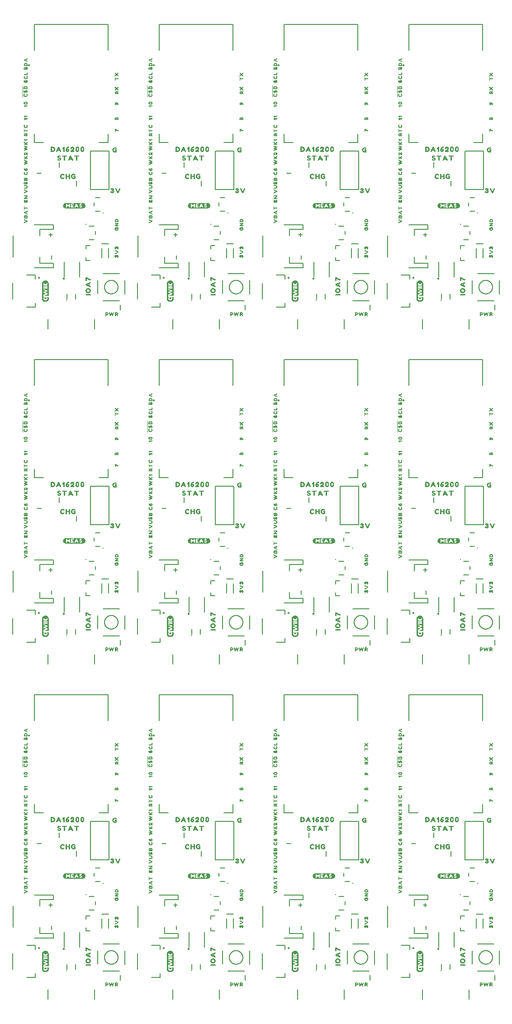
<source format=gto>
G04 EAGLE Gerber RS-274X export*
G75*
%MOMM*%
%FSLAX34Y34*%
%LPD*%
%INSilkscreen Top*%
%IPPOS*%
%AMOC8*
5,1,8,0,0,1.08239X$1,22.5*%
G01*
%ADD10C,0.203200*%
%ADD11C,0.254000*%
%ADD12C,0.200000*%
%ADD13C,0.127000*%
%ADD14C,0.400000*%
%ADD15C,0.300000*%
%ADD16C,0.152400*%

G36*
X767366Y73903D02*
X767366Y73903D01*
X767367Y73904D01*
X767369Y73903D01*
X767896Y73956D01*
X767897Y73957D01*
X767899Y73957D01*
X768420Y74040D01*
X768423Y74043D01*
X768429Y74042D01*
X769441Y74356D01*
X769444Y74360D01*
X769451Y74361D01*
X770387Y74855D01*
X770389Y74858D01*
X770393Y74858D01*
X770829Y75155D01*
X770830Y75158D01*
X770835Y75159D01*
X771640Y75846D01*
X771641Y75850D01*
X771647Y75853D01*
X772322Y76671D01*
X772322Y76675D01*
X772328Y76680D01*
X772848Y77601D01*
X772848Y77604D01*
X772851Y77607D01*
X773060Y78091D01*
X773060Y78094D01*
X773063Y78097D01*
X773372Y79110D01*
X773370Y79115D01*
X773374Y79122D01*
X773480Y80176D01*
X773479Y80178D01*
X773480Y80180D01*
X773503Y80708D01*
X773503Y80709D01*
X773503Y80711D01*
X773503Y82402D01*
X773492Y82420D01*
X773489Y82442D01*
X773472Y82450D01*
X773467Y82459D01*
X773457Y82457D01*
X773442Y82464D01*
X773026Y82476D01*
X773025Y82476D01*
X769846Y82476D01*
X769837Y82470D01*
X769826Y82473D01*
X769810Y82453D01*
X769789Y82440D01*
X769791Y82429D01*
X769784Y82420D01*
X769798Y82377D01*
X769799Y82372D01*
X769800Y82372D01*
X769801Y82371D01*
X770098Y82054D01*
X770413Y81643D01*
X770635Y81178D01*
X770755Y80675D01*
X770789Y80158D01*
X770741Y79640D01*
X770623Y79135D01*
X770438Y78651D01*
X770181Y78202D01*
X769836Y77816D01*
X769432Y77491D01*
X768986Y77226D01*
X768510Y77019D01*
X768004Y76894D01*
X767486Y76821D01*
X766965Y76785D01*
X766444Y76825D01*
X765928Y76908D01*
X765424Y77040D01*
X764952Y77256D01*
X764517Y77538D01*
X764129Y77880D01*
X763802Y78280D01*
X763550Y78733D01*
X763391Y79226D01*
X763303Y79738D01*
X763270Y80257D01*
X763326Y80772D01*
X763475Y81267D01*
X763712Y81725D01*
X764042Y82130D01*
X764042Y82131D01*
X764043Y82132D01*
X764228Y82376D01*
X764228Y82381D01*
X764231Y82382D01*
X764230Y82385D01*
X764235Y82388D01*
X764231Y82416D01*
X764233Y82444D01*
X764226Y82447D01*
X764225Y82455D01*
X764178Y82476D01*
X763573Y82476D01*
X763347Y82487D01*
X763347Y84787D01*
X763593Y84783D01*
X763605Y84791D01*
X773251Y84811D01*
X773252Y84811D01*
X773254Y84811D01*
X773444Y84820D01*
X773461Y84832D01*
X773482Y84835D01*
X773490Y84853D01*
X773499Y84860D01*
X773497Y84869D01*
X773503Y84883D01*
X773501Y107461D01*
X773500Y107463D01*
X773501Y107467D01*
X773395Y108521D01*
X773393Y108524D01*
X773394Y108528D01*
X773282Y109043D01*
X773280Y109046D01*
X773281Y109050D01*
X772952Y110055D01*
X772948Y110059D01*
X772947Y110066D01*
X772442Y110997D01*
X772439Y110999D01*
X772438Y111001D01*
X772437Y111001D01*
X772436Y111006D01*
X771780Y111835D01*
X771777Y111836D01*
X771775Y111840D01*
X771407Y112217D01*
X771404Y112218D01*
X771402Y112222D01*
X770579Y112889D01*
X770574Y112889D01*
X770570Y112895D01*
X769639Y113401D01*
X769635Y113400D01*
X769630Y113404D01*
X769136Y113588D01*
X769134Y113587D01*
X769132Y113589D01*
X768627Y113746D01*
X768625Y113745D01*
X768623Y113747D01*
X768110Y113871D01*
X768106Y113869D01*
X768102Y113872D01*
X767048Y113979D01*
X767043Y113976D01*
X767036Y113979D01*
X765982Y113889D01*
X765980Y113888D01*
X765976Y113889D01*
X765457Y113798D01*
X765454Y113796D01*
X765449Y113796D01*
X764437Y113482D01*
X764434Y113478D01*
X764426Y113478D01*
X763493Y112977D01*
X763492Y112974D01*
X763487Y112973D01*
X763055Y112670D01*
X763054Y112668D01*
X763051Y112667D01*
X762642Y112330D01*
X762642Y112329D01*
X762640Y112328D01*
X762249Y111974D01*
X762248Y111970D01*
X762242Y111967D01*
X761568Y111150D01*
X761568Y111145D01*
X761562Y111141D01*
X761047Y110216D01*
X761047Y110213D01*
X761044Y110209D01*
X760842Y109723D01*
X760842Y109720D01*
X760840Y109716D01*
X760538Y108702D01*
X760539Y108697D01*
X760536Y108691D01*
X760429Y107636D01*
X760410Y107447D01*
X760412Y107444D01*
X760410Y107441D01*
X760410Y80425D01*
X760412Y80423D01*
X760410Y80419D01*
X760515Y79365D01*
X760517Y79362D01*
X760516Y79359D01*
X760620Y78842D01*
X760622Y78840D01*
X760622Y78835D01*
X760944Y77827D01*
X760948Y77823D01*
X760948Y77816D01*
X761454Y76885D01*
X761457Y76883D01*
X761458Y76877D01*
X761772Y76453D01*
X761773Y76452D01*
X761774Y76450D01*
X762111Y76041D01*
X762113Y76041D01*
X762114Y76038D01*
X762477Y75656D01*
X762481Y75655D01*
X762483Y75651D01*
X763301Y74978D01*
X763307Y74978D01*
X763311Y74972D01*
X764242Y74466D01*
X764246Y74466D01*
X764250Y74463D01*
X764742Y74273D01*
X764744Y74273D01*
X764746Y74271D01*
X765251Y74114D01*
X765253Y74115D01*
X765254Y74113D01*
X765766Y73982D01*
X765770Y73984D01*
X765775Y73981D01*
X766829Y73874D01*
X766833Y73876D01*
X766839Y73874D01*
X767366Y73903D01*
G37*
G36*
X533686Y1328663D02*
X533686Y1328663D01*
X533687Y1328664D01*
X533689Y1328663D01*
X534216Y1328716D01*
X534217Y1328717D01*
X534219Y1328717D01*
X534740Y1328800D01*
X534743Y1328803D01*
X534749Y1328802D01*
X535761Y1329116D01*
X535764Y1329120D01*
X535771Y1329121D01*
X536707Y1329615D01*
X536709Y1329618D01*
X536713Y1329618D01*
X537149Y1329915D01*
X537150Y1329918D01*
X537155Y1329919D01*
X537960Y1330606D01*
X537961Y1330610D01*
X537967Y1330613D01*
X538642Y1331431D01*
X538642Y1331435D01*
X538648Y1331440D01*
X539168Y1332361D01*
X539168Y1332364D01*
X539171Y1332367D01*
X539380Y1332851D01*
X539380Y1332854D01*
X539383Y1332857D01*
X539692Y1333870D01*
X539690Y1333875D01*
X539694Y1333882D01*
X539800Y1334936D01*
X539799Y1334938D01*
X539800Y1334940D01*
X539823Y1335468D01*
X539823Y1335469D01*
X539823Y1335471D01*
X539823Y1337162D01*
X539812Y1337180D01*
X539809Y1337202D01*
X539792Y1337210D01*
X539787Y1337219D01*
X539777Y1337217D01*
X539762Y1337224D01*
X539346Y1337236D01*
X539345Y1337236D01*
X536166Y1337236D01*
X536157Y1337230D01*
X536146Y1337233D01*
X536130Y1337213D01*
X536109Y1337200D01*
X536111Y1337189D01*
X536104Y1337180D01*
X536118Y1337137D01*
X536119Y1337132D01*
X536120Y1337132D01*
X536121Y1337131D01*
X536418Y1336814D01*
X536733Y1336403D01*
X536955Y1335938D01*
X537075Y1335435D01*
X537109Y1334918D01*
X537061Y1334400D01*
X536943Y1333895D01*
X536758Y1333411D01*
X536501Y1332962D01*
X536156Y1332576D01*
X535752Y1332251D01*
X535306Y1331986D01*
X534830Y1331779D01*
X534324Y1331654D01*
X533806Y1331581D01*
X533285Y1331545D01*
X532764Y1331585D01*
X532248Y1331668D01*
X531744Y1331800D01*
X531272Y1332016D01*
X530837Y1332298D01*
X530449Y1332640D01*
X530122Y1333040D01*
X529870Y1333493D01*
X529711Y1333986D01*
X529623Y1334498D01*
X529590Y1335017D01*
X529646Y1335532D01*
X529795Y1336027D01*
X530032Y1336485D01*
X530362Y1336890D01*
X530362Y1336891D01*
X530363Y1336892D01*
X530548Y1337136D01*
X530548Y1337141D01*
X530551Y1337142D01*
X530550Y1337145D01*
X530555Y1337148D01*
X530551Y1337176D01*
X530553Y1337204D01*
X530546Y1337207D01*
X530545Y1337215D01*
X530498Y1337236D01*
X529893Y1337236D01*
X529667Y1337247D01*
X529667Y1339547D01*
X529913Y1339543D01*
X529925Y1339551D01*
X539571Y1339571D01*
X539572Y1339571D01*
X539574Y1339571D01*
X539764Y1339580D01*
X539781Y1339592D01*
X539802Y1339595D01*
X539810Y1339613D01*
X539819Y1339620D01*
X539817Y1339629D01*
X539823Y1339643D01*
X539821Y1362221D01*
X539820Y1362223D01*
X539821Y1362227D01*
X539715Y1363281D01*
X539713Y1363284D01*
X539714Y1363288D01*
X539602Y1363803D01*
X539600Y1363806D01*
X539601Y1363810D01*
X539272Y1364815D01*
X539268Y1364819D01*
X539267Y1364826D01*
X538762Y1365757D01*
X538759Y1365759D01*
X538758Y1365761D01*
X538757Y1365761D01*
X538756Y1365766D01*
X538100Y1366595D01*
X538097Y1366596D01*
X538095Y1366600D01*
X537727Y1366977D01*
X537724Y1366978D01*
X537722Y1366982D01*
X536899Y1367649D01*
X536894Y1367649D01*
X536890Y1367655D01*
X535959Y1368161D01*
X535955Y1368160D01*
X535950Y1368164D01*
X535456Y1368348D01*
X535454Y1368347D01*
X535452Y1368349D01*
X534947Y1368506D01*
X534945Y1368505D01*
X534943Y1368507D01*
X534430Y1368631D01*
X534426Y1368629D01*
X534422Y1368632D01*
X533368Y1368739D01*
X533363Y1368736D01*
X533356Y1368739D01*
X532302Y1368649D01*
X532300Y1368648D01*
X532296Y1368649D01*
X531777Y1368558D01*
X531774Y1368556D01*
X531769Y1368556D01*
X530757Y1368242D01*
X530754Y1368238D01*
X530746Y1368238D01*
X529813Y1367737D01*
X529812Y1367734D01*
X529807Y1367733D01*
X529375Y1367430D01*
X529374Y1367428D01*
X529371Y1367427D01*
X528962Y1367090D01*
X528962Y1367089D01*
X528960Y1367088D01*
X528569Y1366734D01*
X528568Y1366730D01*
X528562Y1366727D01*
X527888Y1365910D01*
X527888Y1365905D01*
X527882Y1365901D01*
X527367Y1364976D01*
X527367Y1364973D01*
X527364Y1364969D01*
X527162Y1364483D01*
X527162Y1364480D01*
X527160Y1364476D01*
X526858Y1363462D01*
X526859Y1363457D01*
X526856Y1363451D01*
X526749Y1362396D01*
X526730Y1362207D01*
X526732Y1362204D01*
X526730Y1362201D01*
X526730Y1335185D01*
X526732Y1335183D01*
X526730Y1335179D01*
X526835Y1334125D01*
X526837Y1334122D01*
X526836Y1334119D01*
X526940Y1333602D01*
X526942Y1333600D01*
X526942Y1333595D01*
X527264Y1332587D01*
X527268Y1332583D01*
X527268Y1332576D01*
X527774Y1331645D01*
X527777Y1331643D01*
X527778Y1331637D01*
X528092Y1331213D01*
X528093Y1331212D01*
X528094Y1331210D01*
X528431Y1330801D01*
X528433Y1330801D01*
X528434Y1330798D01*
X528797Y1330416D01*
X528801Y1330415D01*
X528803Y1330411D01*
X529621Y1329738D01*
X529627Y1329738D01*
X529631Y1329732D01*
X530562Y1329226D01*
X530566Y1329226D01*
X530570Y1329223D01*
X531062Y1329033D01*
X531064Y1329033D01*
X531066Y1329031D01*
X531571Y1328874D01*
X531573Y1328875D01*
X531574Y1328873D01*
X532086Y1328742D01*
X532090Y1328744D01*
X532095Y1328741D01*
X533149Y1328634D01*
X533153Y1328636D01*
X533159Y1328634D01*
X533686Y1328663D01*
G37*
G36*
X66326Y1328663D02*
X66326Y1328663D01*
X66327Y1328664D01*
X66329Y1328663D01*
X66856Y1328716D01*
X66857Y1328717D01*
X66859Y1328717D01*
X67380Y1328800D01*
X67383Y1328803D01*
X67389Y1328802D01*
X68401Y1329116D01*
X68404Y1329120D01*
X68411Y1329121D01*
X69347Y1329615D01*
X69349Y1329618D01*
X69353Y1329618D01*
X69789Y1329915D01*
X69790Y1329918D01*
X69795Y1329919D01*
X70600Y1330606D01*
X70601Y1330610D01*
X70607Y1330613D01*
X71282Y1331431D01*
X71282Y1331435D01*
X71288Y1331440D01*
X71808Y1332361D01*
X71808Y1332364D01*
X71811Y1332367D01*
X72020Y1332851D01*
X72020Y1332854D01*
X72023Y1332857D01*
X72332Y1333870D01*
X72330Y1333875D01*
X72334Y1333882D01*
X72440Y1334936D01*
X72439Y1334938D01*
X72440Y1334940D01*
X72463Y1335468D01*
X72463Y1335469D01*
X72463Y1335471D01*
X72463Y1337162D01*
X72452Y1337180D01*
X72449Y1337202D01*
X72432Y1337210D01*
X72427Y1337219D01*
X72417Y1337217D01*
X72402Y1337224D01*
X71986Y1337236D01*
X71985Y1337236D01*
X68806Y1337236D01*
X68797Y1337230D01*
X68786Y1337233D01*
X68770Y1337213D01*
X68749Y1337200D01*
X68751Y1337189D01*
X68744Y1337180D01*
X68758Y1337137D01*
X68759Y1337132D01*
X68760Y1337132D01*
X68761Y1337131D01*
X69058Y1336814D01*
X69373Y1336403D01*
X69595Y1335938D01*
X69715Y1335435D01*
X69749Y1334918D01*
X69701Y1334400D01*
X69583Y1333895D01*
X69398Y1333411D01*
X69141Y1332962D01*
X68796Y1332576D01*
X68392Y1332251D01*
X67946Y1331986D01*
X67470Y1331779D01*
X66964Y1331654D01*
X66446Y1331581D01*
X65925Y1331545D01*
X65404Y1331585D01*
X64888Y1331668D01*
X64384Y1331800D01*
X63912Y1332016D01*
X63477Y1332298D01*
X63089Y1332640D01*
X62762Y1333040D01*
X62510Y1333493D01*
X62351Y1333986D01*
X62263Y1334498D01*
X62230Y1335017D01*
X62286Y1335532D01*
X62435Y1336027D01*
X62672Y1336485D01*
X63002Y1336890D01*
X63002Y1336891D01*
X63003Y1336892D01*
X63188Y1337136D01*
X63188Y1337141D01*
X63191Y1337142D01*
X63190Y1337145D01*
X63195Y1337148D01*
X63191Y1337176D01*
X63193Y1337204D01*
X63186Y1337207D01*
X63185Y1337215D01*
X63138Y1337236D01*
X62533Y1337236D01*
X62307Y1337247D01*
X62307Y1339547D01*
X62553Y1339543D01*
X62565Y1339551D01*
X72211Y1339571D01*
X72212Y1339571D01*
X72214Y1339571D01*
X72404Y1339580D01*
X72421Y1339592D01*
X72442Y1339595D01*
X72450Y1339613D01*
X72459Y1339620D01*
X72457Y1339629D01*
X72463Y1339643D01*
X72461Y1362221D01*
X72460Y1362223D01*
X72461Y1362227D01*
X72355Y1363281D01*
X72353Y1363284D01*
X72354Y1363288D01*
X72242Y1363803D01*
X72240Y1363806D01*
X72241Y1363810D01*
X71912Y1364815D01*
X71908Y1364819D01*
X71907Y1364826D01*
X71402Y1365757D01*
X71399Y1365759D01*
X71398Y1365761D01*
X71397Y1365761D01*
X71396Y1365766D01*
X70740Y1366595D01*
X70737Y1366596D01*
X70735Y1366600D01*
X70367Y1366977D01*
X70364Y1366978D01*
X70362Y1366982D01*
X69539Y1367649D01*
X69534Y1367649D01*
X69530Y1367655D01*
X68599Y1368161D01*
X68595Y1368160D01*
X68590Y1368164D01*
X68096Y1368348D01*
X68094Y1368347D01*
X68092Y1368349D01*
X67587Y1368506D01*
X67585Y1368505D01*
X67583Y1368507D01*
X67070Y1368631D01*
X67066Y1368629D01*
X67062Y1368632D01*
X66008Y1368739D01*
X66003Y1368736D01*
X65996Y1368739D01*
X64942Y1368649D01*
X64940Y1368648D01*
X64936Y1368649D01*
X64417Y1368558D01*
X64414Y1368556D01*
X64409Y1368556D01*
X63397Y1368242D01*
X63394Y1368238D01*
X63386Y1368238D01*
X62453Y1367737D01*
X62452Y1367734D01*
X62447Y1367733D01*
X62015Y1367430D01*
X62014Y1367428D01*
X62011Y1367427D01*
X61602Y1367090D01*
X61602Y1367089D01*
X61600Y1367088D01*
X61209Y1366734D01*
X61208Y1366730D01*
X61202Y1366727D01*
X60528Y1365910D01*
X60528Y1365905D01*
X60522Y1365901D01*
X60007Y1364976D01*
X60007Y1364973D01*
X60004Y1364969D01*
X59802Y1364483D01*
X59802Y1364480D01*
X59800Y1364476D01*
X59498Y1363462D01*
X59499Y1363457D01*
X59496Y1363451D01*
X59389Y1362396D01*
X59370Y1362207D01*
X59372Y1362204D01*
X59370Y1362201D01*
X59370Y1335185D01*
X59372Y1335183D01*
X59370Y1335179D01*
X59475Y1334125D01*
X59477Y1334122D01*
X59476Y1334119D01*
X59580Y1333602D01*
X59582Y1333600D01*
X59582Y1333595D01*
X59904Y1332587D01*
X59908Y1332583D01*
X59908Y1332576D01*
X60414Y1331645D01*
X60417Y1331643D01*
X60418Y1331637D01*
X60732Y1331213D01*
X60733Y1331212D01*
X60734Y1331210D01*
X61071Y1330801D01*
X61073Y1330801D01*
X61074Y1330798D01*
X61437Y1330416D01*
X61441Y1330415D01*
X61443Y1330411D01*
X62261Y1329738D01*
X62267Y1329738D01*
X62271Y1329732D01*
X63202Y1329226D01*
X63206Y1329226D01*
X63210Y1329223D01*
X63702Y1329033D01*
X63704Y1329033D01*
X63706Y1329031D01*
X64211Y1328874D01*
X64213Y1328875D01*
X64214Y1328873D01*
X64726Y1328742D01*
X64730Y1328744D01*
X64735Y1328741D01*
X65789Y1328634D01*
X65793Y1328636D01*
X65799Y1328634D01*
X66326Y1328663D01*
G37*
G36*
X767366Y1328663D02*
X767366Y1328663D01*
X767367Y1328664D01*
X767369Y1328663D01*
X767896Y1328716D01*
X767897Y1328717D01*
X767899Y1328717D01*
X768420Y1328800D01*
X768423Y1328803D01*
X768429Y1328802D01*
X769441Y1329116D01*
X769444Y1329120D01*
X769451Y1329121D01*
X770387Y1329615D01*
X770389Y1329618D01*
X770393Y1329618D01*
X770829Y1329915D01*
X770830Y1329918D01*
X770835Y1329919D01*
X771640Y1330606D01*
X771641Y1330610D01*
X771647Y1330613D01*
X772322Y1331431D01*
X772322Y1331435D01*
X772328Y1331440D01*
X772848Y1332361D01*
X772848Y1332364D01*
X772851Y1332367D01*
X773060Y1332851D01*
X773060Y1332854D01*
X773063Y1332857D01*
X773372Y1333870D01*
X773370Y1333875D01*
X773374Y1333882D01*
X773480Y1334936D01*
X773479Y1334938D01*
X773480Y1334940D01*
X773503Y1335468D01*
X773503Y1335469D01*
X773503Y1335471D01*
X773503Y1337162D01*
X773492Y1337180D01*
X773489Y1337202D01*
X773472Y1337210D01*
X773467Y1337219D01*
X773457Y1337217D01*
X773442Y1337224D01*
X773026Y1337236D01*
X773025Y1337236D01*
X769846Y1337236D01*
X769837Y1337230D01*
X769826Y1337233D01*
X769810Y1337213D01*
X769789Y1337200D01*
X769791Y1337189D01*
X769784Y1337180D01*
X769798Y1337137D01*
X769799Y1337132D01*
X769800Y1337132D01*
X769801Y1337131D01*
X770098Y1336814D01*
X770413Y1336403D01*
X770635Y1335938D01*
X770755Y1335435D01*
X770789Y1334918D01*
X770741Y1334400D01*
X770623Y1333895D01*
X770438Y1333411D01*
X770181Y1332962D01*
X769836Y1332576D01*
X769432Y1332251D01*
X768986Y1331986D01*
X768510Y1331779D01*
X768004Y1331654D01*
X767486Y1331581D01*
X766965Y1331545D01*
X766444Y1331585D01*
X765928Y1331668D01*
X765424Y1331800D01*
X764952Y1332016D01*
X764517Y1332298D01*
X764129Y1332640D01*
X763802Y1333040D01*
X763550Y1333493D01*
X763391Y1333986D01*
X763303Y1334498D01*
X763270Y1335017D01*
X763326Y1335532D01*
X763475Y1336027D01*
X763712Y1336485D01*
X764042Y1336890D01*
X764042Y1336891D01*
X764043Y1336892D01*
X764228Y1337136D01*
X764228Y1337141D01*
X764231Y1337142D01*
X764230Y1337145D01*
X764235Y1337148D01*
X764231Y1337176D01*
X764233Y1337204D01*
X764226Y1337207D01*
X764225Y1337215D01*
X764178Y1337236D01*
X763573Y1337236D01*
X763347Y1337247D01*
X763347Y1339547D01*
X763593Y1339543D01*
X763605Y1339551D01*
X773251Y1339571D01*
X773252Y1339571D01*
X773254Y1339571D01*
X773444Y1339580D01*
X773461Y1339592D01*
X773482Y1339595D01*
X773490Y1339613D01*
X773499Y1339620D01*
X773497Y1339629D01*
X773503Y1339643D01*
X773501Y1362221D01*
X773500Y1362223D01*
X773501Y1362227D01*
X773395Y1363281D01*
X773393Y1363284D01*
X773394Y1363288D01*
X773282Y1363803D01*
X773280Y1363806D01*
X773281Y1363810D01*
X772952Y1364815D01*
X772948Y1364819D01*
X772947Y1364826D01*
X772442Y1365757D01*
X772439Y1365759D01*
X772438Y1365761D01*
X772437Y1365761D01*
X772436Y1365766D01*
X771780Y1366595D01*
X771777Y1366596D01*
X771775Y1366600D01*
X771407Y1366977D01*
X771404Y1366978D01*
X771402Y1366982D01*
X770579Y1367649D01*
X770574Y1367649D01*
X770570Y1367655D01*
X769639Y1368161D01*
X769635Y1368160D01*
X769630Y1368164D01*
X769136Y1368348D01*
X769134Y1368347D01*
X769132Y1368349D01*
X768627Y1368506D01*
X768625Y1368505D01*
X768623Y1368507D01*
X768110Y1368631D01*
X768106Y1368629D01*
X768102Y1368632D01*
X767048Y1368739D01*
X767043Y1368736D01*
X767036Y1368739D01*
X765982Y1368649D01*
X765980Y1368648D01*
X765976Y1368649D01*
X765457Y1368558D01*
X765454Y1368556D01*
X765449Y1368556D01*
X764437Y1368242D01*
X764434Y1368238D01*
X764426Y1368238D01*
X763493Y1367737D01*
X763492Y1367734D01*
X763487Y1367733D01*
X763055Y1367430D01*
X763054Y1367428D01*
X763051Y1367427D01*
X762642Y1367090D01*
X762642Y1367089D01*
X762640Y1367088D01*
X762249Y1366734D01*
X762248Y1366730D01*
X762242Y1366727D01*
X761568Y1365910D01*
X761568Y1365905D01*
X761562Y1365901D01*
X761047Y1364976D01*
X761047Y1364973D01*
X761044Y1364969D01*
X760842Y1364483D01*
X760842Y1364480D01*
X760840Y1364476D01*
X760538Y1363462D01*
X760539Y1363457D01*
X760536Y1363451D01*
X760429Y1362396D01*
X760410Y1362207D01*
X760412Y1362204D01*
X760410Y1362201D01*
X760410Y1335185D01*
X760412Y1335183D01*
X760410Y1335179D01*
X760515Y1334125D01*
X760517Y1334122D01*
X760516Y1334119D01*
X760620Y1333602D01*
X760622Y1333600D01*
X760622Y1333595D01*
X760944Y1332587D01*
X760948Y1332583D01*
X760948Y1332576D01*
X761454Y1331645D01*
X761457Y1331643D01*
X761458Y1331637D01*
X761772Y1331213D01*
X761773Y1331212D01*
X761774Y1331210D01*
X762111Y1330801D01*
X762113Y1330801D01*
X762114Y1330798D01*
X762477Y1330416D01*
X762481Y1330415D01*
X762483Y1330411D01*
X763301Y1329738D01*
X763307Y1329738D01*
X763311Y1329732D01*
X764242Y1329226D01*
X764246Y1329226D01*
X764250Y1329223D01*
X764742Y1329033D01*
X764744Y1329033D01*
X764746Y1329031D01*
X765251Y1328874D01*
X765253Y1328875D01*
X765254Y1328873D01*
X765766Y1328742D01*
X765770Y1328744D01*
X765775Y1328741D01*
X766829Y1328634D01*
X766833Y1328636D01*
X766839Y1328634D01*
X767366Y1328663D01*
G37*
G36*
X533686Y73903D02*
X533686Y73903D01*
X533687Y73904D01*
X533689Y73903D01*
X534216Y73956D01*
X534217Y73957D01*
X534219Y73957D01*
X534740Y74040D01*
X534743Y74043D01*
X534749Y74042D01*
X535761Y74356D01*
X535764Y74360D01*
X535771Y74361D01*
X536707Y74855D01*
X536709Y74858D01*
X536713Y74858D01*
X537149Y75155D01*
X537150Y75158D01*
X537155Y75159D01*
X537960Y75846D01*
X537961Y75850D01*
X537967Y75853D01*
X538642Y76671D01*
X538642Y76675D01*
X538648Y76680D01*
X539168Y77601D01*
X539168Y77604D01*
X539171Y77607D01*
X539380Y78091D01*
X539380Y78094D01*
X539383Y78097D01*
X539692Y79110D01*
X539690Y79115D01*
X539694Y79122D01*
X539800Y80176D01*
X539799Y80178D01*
X539800Y80180D01*
X539823Y80708D01*
X539823Y80709D01*
X539823Y80711D01*
X539823Y82402D01*
X539812Y82420D01*
X539809Y82442D01*
X539792Y82450D01*
X539787Y82459D01*
X539777Y82457D01*
X539762Y82464D01*
X539346Y82476D01*
X539345Y82476D01*
X536166Y82476D01*
X536157Y82470D01*
X536146Y82473D01*
X536130Y82453D01*
X536109Y82440D01*
X536111Y82429D01*
X536104Y82420D01*
X536118Y82377D01*
X536119Y82372D01*
X536120Y82372D01*
X536121Y82371D01*
X536418Y82054D01*
X536733Y81643D01*
X536955Y81178D01*
X537075Y80675D01*
X537109Y80158D01*
X537061Y79640D01*
X536943Y79135D01*
X536758Y78651D01*
X536501Y78202D01*
X536156Y77816D01*
X535752Y77491D01*
X535306Y77226D01*
X534830Y77019D01*
X534324Y76894D01*
X533806Y76821D01*
X533285Y76785D01*
X532764Y76825D01*
X532248Y76908D01*
X531744Y77040D01*
X531272Y77256D01*
X530837Y77538D01*
X530449Y77880D01*
X530122Y78280D01*
X529870Y78733D01*
X529711Y79226D01*
X529623Y79738D01*
X529590Y80257D01*
X529646Y80772D01*
X529795Y81267D01*
X530032Y81725D01*
X530362Y82130D01*
X530362Y82131D01*
X530363Y82132D01*
X530548Y82376D01*
X530548Y82381D01*
X530551Y82382D01*
X530550Y82385D01*
X530555Y82388D01*
X530551Y82416D01*
X530553Y82444D01*
X530546Y82447D01*
X530545Y82455D01*
X530498Y82476D01*
X529893Y82476D01*
X529667Y82487D01*
X529667Y84787D01*
X529913Y84783D01*
X529925Y84791D01*
X539571Y84811D01*
X539572Y84811D01*
X539574Y84811D01*
X539764Y84820D01*
X539781Y84832D01*
X539802Y84835D01*
X539810Y84853D01*
X539819Y84860D01*
X539817Y84869D01*
X539823Y84883D01*
X539821Y107461D01*
X539820Y107463D01*
X539821Y107467D01*
X539715Y108521D01*
X539713Y108524D01*
X539714Y108528D01*
X539602Y109043D01*
X539600Y109046D01*
X539601Y109050D01*
X539272Y110055D01*
X539268Y110059D01*
X539267Y110066D01*
X538762Y110997D01*
X538759Y110999D01*
X538758Y111001D01*
X538757Y111001D01*
X538756Y111006D01*
X538100Y111835D01*
X538097Y111836D01*
X538095Y111840D01*
X537727Y112217D01*
X537724Y112218D01*
X537722Y112222D01*
X536899Y112889D01*
X536894Y112889D01*
X536890Y112895D01*
X535959Y113401D01*
X535955Y113400D01*
X535950Y113404D01*
X535456Y113588D01*
X535454Y113587D01*
X535452Y113589D01*
X534947Y113746D01*
X534945Y113745D01*
X534943Y113747D01*
X534430Y113871D01*
X534426Y113869D01*
X534422Y113872D01*
X533368Y113979D01*
X533363Y113976D01*
X533356Y113979D01*
X532302Y113889D01*
X532300Y113888D01*
X532296Y113889D01*
X531777Y113798D01*
X531774Y113796D01*
X531769Y113796D01*
X530757Y113482D01*
X530754Y113478D01*
X530746Y113478D01*
X529813Y112977D01*
X529812Y112974D01*
X529807Y112973D01*
X529375Y112670D01*
X529374Y112668D01*
X529371Y112667D01*
X528962Y112330D01*
X528962Y112329D01*
X528960Y112328D01*
X528569Y111974D01*
X528568Y111970D01*
X528562Y111967D01*
X527888Y111150D01*
X527888Y111145D01*
X527882Y111141D01*
X527367Y110216D01*
X527367Y110213D01*
X527364Y110209D01*
X527162Y109723D01*
X527162Y109720D01*
X527160Y109716D01*
X526858Y108702D01*
X526859Y108697D01*
X526856Y108691D01*
X526749Y107636D01*
X526730Y107447D01*
X526732Y107444D01*
X526730Y107441D01*
X526730Y80425D01*
X526732Y80423D01*
X526730Y80419D01*
X526835Y79365D01*
X526837Y79362D01*
X526836Y79359D01*
X526940Y78842D01*
X526942Y78840D01*
X526942Y78835D01*
X527264Y77827D01*
X527268Y77823D01*
X527268Y77816D01*
X527774Y76885D01*
X527777Y76883D01*
X527778Y76877D01*
X528092Y76453D01*
X528093Y76452D01*
X528094Y76450D01*
X528431Y76041D01*
X528433Y76041D01*
X528434Y76038D01*
X528797Y75656D01*
X528801Y75655D01*
X528803Y75651D01*
X529621Y74978D01*
X529627Y74978D01*
X529631Y74972D01*
X530562Y74466D01*
X530566Y74466D01*
X530570Y74463D01*
X531062Y74273D01*
X531064Y74273D01*
X531066Y74271D01*
X531571Y74114D01*
X531573Y74115D01*
X531574Y74113D01*
X532086Y73982D01*
X532090Y73984D01*
X532095Y73981D01*
X533149Y73874D01*
X533153Y73876D01*
X533159Y73874D01*
X533686Y73903D01*
G37*
G36*
X66326Y73903D02*
X66326Y73903D01*
X66327Y73904D01*
X66329Y73903D01*
X66856Y73956D01*
X66857Y73957D01*
X66859Y73957D01*
X67380Y74040D01*
X67383Y74043D01*
X67389Y74042D01*
X68401Y74356D01*
X68404Y74360D01*
X68411Y74361D01*
X69347Y74855D01*
X69349Y74858D01*
X69353Y74858D01*
X69789Y75155D01*
X69790Y75158D01*
X69795Y75159D01*
X70600Y75846D01*
X70601Y75850D01*
X70607Y75853D01*
X71282Y76671D01*
X71282Y76675D01*
X71288Y76680D01*
X71808Y77601D01*
X71808Y77604D01*
X71811Y77607D01*
X72020Y78091D01*
X72020Y78094D01*
X72023Y78097D01*
X72332Y79110D01*
X72330Y79115D01*
X72334Y79122D01*
X72440Y80176D01*
X72439Y80178D01*
X72440Y80180D01*
X72463Y80708D01*
X72463Y80709D01*
X72463Y80711D01*
X72463Y82402D01*
X72452Y82420D01*
X72449Y82442D01*
X72432Y82450D01*
X72427Y82459D01*
X72417Y82457D01*
X72402Y82464D01*
X71986Y82476D01*
X71985Y82476D01*
X68806Y82476D01*
X68797Y82470D01*
X68786Y82473D01*
X68770Y82453D01*
X68749Y82440D01*
X68751Y82429D01*
X68744Y82420D01*
X68758Y82377D01*
X68759Y82372D01*
X68760Y82372D01*
X68761Y82371D01*
X69058Y82054D01*
X69373Y81643D01*
X69595Y81178D01*
X69715Y80675D01*
X69749Y80158D01*
X69701Y79640D01*
X69583Y79135D01*
X69398Y78651D01*
X69141Y78202D01*
X68796Y77816D01*
X68392Y77491D01*
X67946Y77226D01*
X67470Y77019D01*
X66964Y76894D01*
X66446Y76821D01*
X65925Y76785D01*
X65404Y76825D01*
X64888Y76908D01*
X64384Y77040D01*
X63912Y77256D01*
X63477Y77538D01*
X63089Y77880D01*
X62762Y78280D01*
X62510Y78733D01*
X62351Y79226D01*
X62263Y79738D01*
X62230Y80257D01*
X62286Y80772D01*
X62435Y81267D01*
X62672Y81725D01*
X63002Y82130D01*
X63002Y82131D01*
X63003Y82132D01*
X63188Y82376D01*
X63188Y82381D01*
X63191Y82382D01*
X63190Y82385D01*
X63195Y82388D01*
X63191Y82416D01*
X63193Y82444D01*
X63186Y82447D01*
X63185Y82455D01*
X63138Y82476D01*
X62533Y82476D01*
X62307Y82487D01*
X62307Y84787D01*
X62553Y84783D01*
X62565Y84791D01*
X72211Y84811D01*
X72212Y84811D01*
X72214Y84811D01*
X72404Y84820D01*
X72421Y84832D01*
X72442Y84835D01*
X72450Y84853D01*
X72459Y84860D01*
X72457Y84869D01*
X72463Y84883D01*
X72461Y107461D01*
X72460Y107463D01*
X72461Y107467D01*
X72355Y108521D01*
X72353Y108524D01*
X72354Y108528D01*
X72242Y109043D01*
X72240Y109046D01*
X72241Y109050D01*
X71912Y110055D01*
X71908Y110059D01*
X71907Y110066D01*
X71402Y110997D01*
X71399Y110999D01*
X71398Y111001D01*
X71397Y111001D01*
X71396Y111006D01*
X70740Y111835D01*
X70737Y111836D01*
X70735Y111840D01*
X70367Y112217D01*
X70364Y112218D01*
X70362Y112222D01*
X69539Y112889D01*
X69534Y112889D01*
X69530Y112895D01*
X68599Y113401D01*
X68595Y113400D01*
X68590Y113404D01*
X68096Y113588D01*
X68094Y113587D01*
X68092Y113589D01*
X67587Y113746D01*
X67585Y113745D01*
X67583Y113747D01*
X67070Y113871D01*
X67066Y113869D01*
X67062Y113872D01*
X66008Y113979D01*
X66003Y113976D01*
X65996Y113979D01*
X64942Y113889D01*
X64940Y113888D01*
X64936Y113889D01*
X64417Y113798D01*
X64414Y113796D01*
X64409Y113796D01*
X63397Y113482D01*
X63394Y113478D01*
X63386Y113478D01*
X62453Y112977D01*
X62452Y112974D01*
X62447Y112973D01*
X62015Y112670D01*
X62014Y112668D01*
X62011Y112667D01*
X61602Y112330D01*
X61602Y112329D01*
X61600Y112328D01*
X61209Y111974D01*
X61208Y111970D01*
X61202Y111967D01*
X60528Y111150D01*
X60528Y111145D01*
X60522Y111141D01*
X60007Y110216D01*
X60007Y110213D01*
X60004Y110209D01*
X59802Y109723D01*
X59802Y109720D01*
X59800Y109716D01*
X59498Y108702D01*
X59499Y108697D01*
X59496Y108691D01*
X59389Y107636D01*
X59370Y107447D01*
X59372Y107444D01*
X59370Y107441D01*
X59370Y80425D01*
X59372Y80423D01*
X59370Y80419D01*
X59475Y79365D01*
X59477Y79362D01*
X59476Y79359D01*
X59580Y78842D01*
X59582Y78840D01*
X59582Y78835D01*
X59904Y77827D01*
X59908Y77823D01*
X59908Y77816D01*
X60414Y76885D01*
X60417Y76883D01*
X60418Y76877D01*
X60732Y76453D01*
X60733Y76452D01*
X60734Y76450D01*
X61071Y76041D01*
X61073Y76041D01*
X61074Y76038D01*
X61437Y75656D01*
X61441Y75655D01*
X61443Y75651D01*
X62261Y74978D01*
X62267Y74978D01*
X62271Y74972D01*
X63202Y74466D01*
X63206Y74466D01*
X63210Y74463D01*
X63702Y74273D01*
X63704Y74273D01*
X63706Y74271D01*
X64211Y74114D01*
X64213Y74115D01*
X64214Y74113D01*
X64726Y73982D01*
X64730Y73984D01*
X64735Y73981D01*
X65789Y73874D01*
X65793Y73876D01*
X65799Y73874D01*
X66326Y73903D01*
G37*
G36*
X533686Y701283D02*
X533686Y701283D01*
X533687Y701284D01*
X533689Y701283D01*
X534216Y701336D01*
X534217Y701337D01*
X534219Y701337D01*
X534740Y701420D01*
X534743Y701423D01*
X534749Y701422D01*
X535761Y701736D01*
X535764Y701740D01*
X535771Y701741D01*
X536707Y702235D01*
X536709Y702238D01*
X536713Y702238D01*
X537149Y702535D01*
X537150Y702538D01*
X537155Y702539D01*
X537960Y703226D01*
X537961Y703230D01*
X537967Y703233D01*
X538642Y704051D01*
X538642Y704055D01*
X538648Y704060D01*
X539168Y704981D01*
X539168Y704984D01*
X539171Y704987D01*
X539380Y705471D01*
X539380Y705474D01*
X539383Y705477D01*
X539692Y706490D01*
X539690Y706495D01*
X539694Y706502D01*
X539800Y707556D01*
X539799Y707558D01*
X539800Y707560D01*
X539823Y708088D01*
X539823Y708089D01*
X539823Y708091D01*
X539823Y709782D01*
X539812Y709800D01*
X539809Y709822D01*
X539792Y709830D01*
X539787Y709839D01*
X539777Y709837D01*
X539762Y709844D01*
X539346Y709856D01*
X539345Y709856D01*
X536166Y709856D01*
X536157Y709850D01*
X536146Y709853D01*
X536130Y709833D01*
X536109Y709820D01*
X536111Y709809D01*
X536104Y709800D01*
X536118Y709757D01*
X536119Y709752D01*
X536120Y709752D01*
X536121Y709751D01*
X536418Y709434D01*
X536733Y709023D01*
X536955Y708558D01*
X537075Y708055D01*
X537109Y707538D01*
X537061Y707020D01*
X536943Y706515D01*
X536758Y706031D01*
X536501Y705582D01*
X536156Y705196D01*
X535752Y704871D01*
X535306Y704606D01*
X534830Y704399D01*
X534324Y704274D01*
X533806Y704201D01*
X533285Y704165D01*
X532764Y704205D01*
X532248Y704288D01*
X531744Y704420D01*
X531272Y704636D01*
X530837Y704918D01*
X530449Y705260D01*
X530122Y705660D01*
X529870Y706113D01*
X529711Y706606D01*
X529623Y707118D01*
X529590Y707637D01*
X529646Y708152D01*
X529795Y708647D01*
X530032Y709105D01*
X530362Y709510D01*
X530362Y709511D01*
X530363Y709512D01*
X530548Y709756D01*
X530548Y709761D01*
X530551Y709762D01*
X530550Y709765D01*
X530555Y709768D01*
X530551Y709796D01*
X530553Y709824D01*
X530546Y709827D01*
X530545Y709835D01*
X530498Y709856D01*
X529893Y709856D01*
X529667Y709867D01*
X529667Y712167D01*
X529913Y712163D01*
X529925Y712171D01*
X539571Y712191D01*
X539572Y712191D01*
X539574Y712191D01*
X539764Y712200D01*
X539781Y712212D01*
X539802Y712215D01*
X539810Y712233D01*
X539819Y712240D01*
X539817Y712249D01*
X539823Y712263D01*
X539821Y734841D01*
X539820Y734843D01*
X539821Y734847D01*
X539715Y735901D01*
X539713Y735904D01*
X539714Y735908D01*
X539602Y736423D01*
X539600Y736426D01*
X539601Y736430D01*
X539272Y737435D01*
X539268Y737439D01*
X539267Y737446D01*
X538762Y738377D01*
X538759Y738379D01*
X538758Y738381D01*
X538757Y738381D01*
X538756Y738386D01*
X538100Y739215D01*
X538097Y739216D01*
X538095Y739220D01*
X537727Y739597D01*
X537724Y739598D01*
X537722Y739602D01*
X536899Y740269D01*
X536894Y740269D01*
X536890Y740275D01*
X535959Y740781D01*
X535955Y740780D01*
X535950Y740784D01*
X535456Y740968D01*
X535454Y740967D01*
X535452Y740969D01*
X534947Y741126D01*
X534945Y741125D01*
X534943Y741127D01*
X534430Y741251D01*
X534426Y741249D01*
X534422Y741252D01*
X533368Y741359D01*
X533363Y741356D01*
X533356Y741359D01*
X532302Y741269D01*
X532300Y741268D01*
X532296Y741269D01*
X531777Y741178D01*
X531774Y741176D01*
X531769Y741176D01*
X530757Y740862D01*
X530754Y740858D01*
X530746Y740858D01*
X529813Y740357D01*
X529812Y740354D01*
X529807Y740353D01*
X529375Y740050D01*
X529374Y740048D01*
X529371Y740047D01*
X528962Y739710D01*
X528962Y739709D01*
X528960Y739708D01*
X528569Y739354D01*
X528568Y739350D01*
X528562Y739347D01*
X527888Y738530D01*
X527888Y738525D01*
X527882Y738521D01*
X527367Y737596D01*
X527367Y737593D01*
X527364Y737589D01*
X527162Y737103D01*
X527162Y737100D01*
X527160Y737096D01*
X526858Y736082D01*
X526859Y736077D01*
X526856Y736071D01*
X526749Y735016D01*
X526730Y734827D01*
X526732Y734824D01*
X526730Y734821D01*
X526730Y707805D01*
X526732Y707803D01*
X526730Y707799D01*
X526835Y706745D01*
X526837Y706742D01*
X526836Y706739D01*
X526940Y706222D01*
X526942Y706220D01*
X526942Y706215D01*
X527264Y705207D01*
X527268Y705203D01*
X527268Y705196D01*
X527774Y704265D01*
X527777Y704263D01*
X527778Y704257D01*
X528092Y703833D01*
X528093Y703832D01*
X528094Y703830D01*
X528431Y703421D01*
X528433Y703421D01*
X528434Y703418D01*
X528797Y703036D01*
X528801Y703035D01*
X528803Y703031D01*
X529621Y702358D01*
X529627Y702358D01*
X529631Y702352D01*
X530562Y701846D01*
X530566Y701846D01*
X530570Y701843D01*
X531062Y701653D01*
X531064Y701653D01*
X531066Y701651D01*
X531571Y701494D01*
X531573Y701495D01*
X531574Y701493D01*
X532086Y701362D01*
X532090Y701364D01*
X532095Y701361D01*
X533149Y701254D01*
X533153Y701256D01*
X533159Y701254D01*
X533686Y701283D01*
G37*
G36*
X300006Y701283D02*
X300006Y701283D01*
X300007Y701284D01*
X300009Y701283D01*
X300536Y701336D01*
X300537Y701337D01*
X300539Y701337D01*
X301060Y701420D01*
X301063Y701423D01*
X301069Y701422D01*
X302081Y701736D01*
X302084Y701740D01*
X302091Y701741D01*
X303027Y702235D01*
X303029Y702238D01*
X303033Y702238D01*
X303469Y702535D01*
X303470Y702538D01*
X303475Y702539D01*
X304280Y703226D01*
X304281Y703230D01*
X304287Y703233D01*
X304962Y704051D01*
X304962Y704055D01*
X304968Y704060D01*
X305488Y704981D01*
X305488Y704984D01*
X305491Y704987D01*
X305700Y705471D01*
X305700Y705474D01*
X305703Y705477D01*
X306012Y706490D01*
X306010Y706495D01*
X306014Y706502D01*
X306120Y707556D01*
X306119Y707558D01*
X306120Y707560D01*
X306143Y708088D01*
X306143Y708089D01*
X306143Y708091D01*
X306143Y709782D01*
X306132Y709800D01*
X306129Y709822D01*
X306112Y709830D01*
X306107Y709839D01*
X306097Y709837D01*
X306082Y709844D01*
X305666Y709856D01*
X305665Y709856D01*
X302486Y709856D01*
X302477Y709850D01*
X302466Y709853D01*
X302450Y709833D01*
X302429Y709820D01*
X302431Y709809D01*
X302424Y709800D01*
X302438Y709757D01*
X302439Y709752D01*
X302440Y709752D01*
X302441Y709751D01*
X302738Y709434D01*
X303053Y709023D01*
X303275Y708558D01*
X303395Y708055D01*
X303429Y707538D01*
X303381Y707020D01*
X303263Y706515D01*
X303078Y706031D01*
X302821Y705582D01*
X302476Y705196D01*
X302072Y704871D01*
X301626Y704606D01*
X301150Y704399D01*
X300644Y704274D01*
X300126Y704201D01*
X299605Y704165D01*
X299084Y704205D01*
X298568Y704288D01*
X298064Y704420D01*
X297592Y704636D01*
X297157Y704918D01*
X296769Y705260D01*
X296442Y705660D01*
X296190Y706113D01*
X296031Y706606D01*
X295943Y707118D01*
X295910Y707637D01*
X295966Y708152D01*
X296115Y708647D01*
X296352Y709105D01*
X296682Y709510D01*
X296682Y709511D01*
X296683Y709512D01*
X296868Y709756D01*
X296868Y709761D01*
X296871Y709762D01*
X296870Y709765D01*
X296875Y709768D01*
X296871Y709796D01*
X296873Y709824D01*
X296866Y709827D01*
X296865Y709835D01*
X296818Y709856D01*
X296213Y709856D01*
X295987Y709867D01*
X295987Y712167D01*
X296233Y712163D01*
X296245Y712171D01*
X305891Y712191D01*
X305892Y712191D01*
X305894Y712191D01*
X306084Y712200D01*
X306101Y712212D01*
X306122Y712215D01*
X306130Y712233D01*
X306139Y712240D01*
X306137Y712249D01*
X306143Y712263D01*
X306141Y734841D01*
X306140Y734843D01*
X306141Y734847D01*
X306035Y735901D01*
X306033Y735904D01*
X306034Y735908D01*
X305922Y736423D01*
X305920Y736426D01*
X305921Y736430D01*
X305592Y737435D01*
X305588Y737439D01*
X305587Y737446D01*
X305082Y738377D01*
X305079Y738379D01*
X305078Y738381D01*
X305077Y738381D01*
X305076Y738386D01*
X304420Y739215D01*
X304417Y739216D01*
X304415Y739220D01*
X304047Y739597D01*
X304044Y739598D01*
X304042Y739602D01*
X303219Y740269D01*
X303214Y740269D01*
X303210Y740275D01*
X302279Y740781D01*
X302275Y740780D01*
X302270Y740784D01*
X301776Y740968D01*
X301774Y740967D01*
X301772Y740969D01*
X301267Y741126D01*
X301265Y741125D01*
X301263Y741127D01*
X300750Y741251D01*
X300746Y741249D01*
X300742Y741252D01*
X299688Y741359D01*
X299683Y741356D01*
X299676Y741359D01*
X298622Y741269D01*
X298620Y741268D01*
X298616Y741269D01*
X298097Y741178D01*
X298094Y741176D01*
X298089Y741176D01*
X297077Y740862D01*
X297074Y740858D01*
X297066Y740858D01*
X296133Y740357D01*
X296132Y740354D01*
X296127Y740353D01*
X295695Y740050D01*
X295694Y740048D01*
X295691Y740047D01*
X295282Y739710D01*
X295282Y739709D01*
X295280Y739708D01*
X294889Y739354D01*
X294888Y739350D01*
X294882Y739347D01*
X294208Y738530D01*
X294208Y738525D01*
X294202Y738521D01*
X293687Y737596D01*
X293687Y737593D01*
X293684Y737589D01*
X293482Y737103D01*
X293482Y737100D01*
X293480Y737096D01*
X293178Y736082D01*
X293179Y736077D01*
X293176Y736071D01*
X293069Y735016D01*
X293050Y734827D01*
X293052Y734824D01*
X293050Y734821D01*
X293050Y707805D01*
X293052Y707803D01*
X293050Y707799D01*
X293155Y706745D01*
X293157Y706742D01*
X293156Y706739D01*
X293260Y706222D01*
X293262Y706220D01*
X293262Y706215D01*
X293584Y705207D01*
X293588Y705203D01*
X293588Y705196D01*
X294094Y704265D01*
X294097Y704263D01*
X294098Y704257D01*
X294412Y703833D01*
X294413Y703832D01*
X294414Y703830D01*
X294751Y703421D01*
X294753Y703421D01*
X294754Y703418D01*
X295117Y703036D01*
X295121Y703035D01*
X295123Y703031D01*
X295941Y702358D01*
X295947Y702358D01*
X295951Y702352D01*
X296882Y701846D01*
X296886Y701846D01*
X296890Y701843D01*
X297382Y701653D01*
X297384Y701653D01*
X297386Y701651D01*
X297891Y701494D01*
X297893Y701495D01*
X297894Y701493D01*
X298406Y701362D01*
X298410Y701364D01*
X298415Y701361D01*
X299469Y701254D01*
X299473Y701256D01*
X299479Y701254D01*
X300006Y701283D01*
G37*
G36*
X767366Y701283D02*
X767366Y701283D01*
X767367Y701284D01*
X767369Y701283D01*
X767896Y701336D01*
X767897Y701337D01*
X767899Y701337D01*
X768420Y701420D01*
X768423Y701423D01*
X768429Y701422D01*
X769441Y701736D01*
X769444Y701740D01*
X769451Y701741D01*
X770387Y702235D01*
X770389Y702238D01*
X770393Y702238D01*
X770829Y702535D01*
X770830Y702538D01*
X770835Y702539D01*
X771640Y703226D01*
X771641Y703230D01*
X771647Y703233D01*
X772322Y704051D01*
X772322Y704055D01*
X772328Y704060D01*
X772848Y704981D01*
X772848Y704984D01*
X772851Y704987D01*
X773060Y705471D01*
X773060Y705474D01*
X773063Y705477D01*
X773372Y706490D01*
X773370Y706495D01*
X773374Y706502D01*
X773480Y707556D01*
X773479Y707558D01*
X773480Y707560D01*
X773503Y708088D01*
X773503Y708089D01*
X773503Y708091D01*
X773503Y709782D01*
X773492Y709800D01*
X773489Y709822D01*
X773472Y709830D01*
X773467Y709839D01*
X773457Y709837D01*
X773442Y709844D01*
X773026Y709856D01*
X773025Y709856D01*
X769846Y709856D01*
X769837Y709850D01*
X769826Y709853D01*
X769810Y709833D01*
X769789Y709820D01*
X769791Y709809D01*
X769784Y709800D01*
X769798Y709757D01*
X769799Y709752D01*
X769800Y709752D01*
X769801Y709751D01*
X770098Y709434D01*
X770413Y709023D01*
X770635Y708558D01*
X770755Y708055D01*
X770789Y707538D01*
X770741Y707020D01*
X770623Y706515D01*
X770438Y706031D01*
X770181Y705582D01*
X769836Y705196D01*
X769432Y704871D01*
X768986Y704606D01*
X768510Y704399D01*
X768004Y704274D01*
X767486Y704201D01*
X766965Y704165D01*
X766444Y704205D01*
X765928Y704288D01*
X765424Y704420D01*
X764952Y704636D01*
X764517Y704918D01*
X764129Y705260D01*
X763802Y705660D01*
X763550Y706113D01*
X763391Y706606D01*
X763303Y707118D01*
X763270Y707637D01*
X763326Y708152D01*
X763475Y708647D01*
X763712Y709105D01*
X764042Y709510D01*
X764042Y709511D01*
X764043Y709512D01*
X764228Y709756D01*
X764228Y709761D01*
X764231Y709762D01*
X764230Y709765D01*
X764235Y709768D01*
X764231Y709796D01*
X764233Y709824D01*
X764226Y709827D01*
X764225Y709835D01*
X764178Y709856D01*
X763573Y709856D01*
X763347Y709867D01*
X763347Y712167D01*
X763593Y712163D01*
X763605Y712171D01*
X773251Y712191D01*
X773252Y712191D01*
X773254Y712191D01*
X773444Y712200D01*
X773461Y712212D01*
X773482Y712215D01*
X773490Y712233D01*
X773499Y712240D01*
X773497Y712249D01*
X773503Y712263D01*
X773501Y734841D01*
X773500Y734843D01*
X773501Y734847D01*
X773395Y735901D01*
X773393Y735904D01*
X773394Y735908D01*
X773282Y736423D01*
X773280Y736426D01*
X773281Y736430D01*
X772952Y737435D01*
X772948Y737439D01*
X772947Y737446D01*
X772442Y738377D01*
X772439Y738379D01*
X772438Y738381D01*
X772437Y738381D01*
X772436Y738386D01*
X771780Y739215D01*
X771777Y739216D01*
X771775Y739220D01*
X771407Y739597D01*
X771404Y739598D01*
X771402Y739602D01*
X770579Y740269D01*
X770574Y740269D01*
X770570Y740275D01*
X769639Y740781D01*
X769635Y740780D01*
X769630Y740784D01*
X769136Y740968D01*
X769134Y740967D01*
X769132Y740969D01*
X768627Y741126D01*
X768625Y741125D01*
X768623Y741127D01*
X768110Y741251D01*
X768106Y741249D01*
X768102Y741252D01*
X767048Y741359D01*
X767043Y741356D01*
X767036Y741359D01*
X765982Y741269D01*
X765980Y741268D01*
X765976Y741269D01*
X765457Y741178D01*
X765454Y741176D01*
X765449Y741176D01*
X764437Y740862D01*
X764434Y740858D01*
X764426Y740858D01*
X763493Y740357D01*
X763492Y740354D01*
X763487Y740353D01*
X763055Y740050D01*
X763054Y740048D01*
X763051Y740047D01*
X762642Y739710D01*
X762642Y739709D01*
X762640Y739708D01*
X762249Y739354D01*
X762248Y739350D01*
X762242Y739347D01*
X761568Y738530D01*
X761568Y738525D01*
X761562Y738521D01*
X761047Y737596D01*
X761047Y737593D01*
X761044Y737589D01*
X760842Y737103D01*
X760842Y737100D01*
X760840Y737096D01*
X760538Y736082D01*
X760539Y736077D01*
X760536Y736071D01*
X760429Y735016D01*
X760410Y734827D01*
X760412Y734824D01*
X760410Y734821D01*
X760410Y707805D01*
X760412Y707803D01*
X760410Y707799D01*
X760515Y706745D01*
X760517Y706742D01*
X760516Y706739D01*
X760620Y706222D01*
X760622Y706220D01*
X760622Y706215D01*
X760944Y705207D01*
X760948Y705203D01*
X760948Y705196D01*
X761454Y704265D01*
X761457Y704263D01*
X761458Y704257D01*
X761772Y703833D01*
X761773Y703832D01*
X761774Y703830D01*
X762111Y703421D01*
X762113Y703421D01*
X762114Y703418D01*
X762477Y703036D01*
X762481Y703035D01*
X762483Y703031D01*
X763301Y702358D01*
X763307Y702358D01*
X763311Y702352D01*
X764242Y701846D01*
X764246Y701846D01*
X764250Y701843D01*
X764742Y701653D01*
X764744Y701653D01*
X764746Y701651D01*
X765251Y701494D01*
X765253Y701495D01*
X765254Y701493D01*
X765766Y701362D01*
X765770Y701364D01*
X765775Y701361D01*
X766829Y701254D01*
X766833Y701256D01*
X766839Y701254D01*
X767366Y701283D01*
G37*
G36*
X300006Y1328663D02*
X300006Y1328663D01*
X300007Y1328664D01*
X300009Y1328663D01*
X300536Y1328716D01*
X300537Y1328717D01*
X300539Y1328717D01*
X301060Y1328800D01*
X301063Y1328803D01*
X301069Y1328802D01*
X302081Y1329116D01*
X302084Y1329120D01*
X302091Y1329121D01*
X303027Y1329615D01*
X303029Y1329618D01*
X303033Y1329618D01*
X303469Y1329915D01*
X303470Y1329918D01*
X303475Y1329919D01*
X304280Y1330606D01*
X304281Y1330610D01*
X304287Y1330613D01*
X304962Y1331431D01*
X304962Y1331435D01*
X304968Y1331440D01*
X305488Y1332361D01*
X305488Y1332364D01*
X305491Y1332367D01*
X305700Y1332851D01*
X305700Y1332854D01*
X305703Y1332857D01*
X306012Y1333870D01*
X306010Y1333875D01*
X306014Y1333882D01*
X306120Y1334936D01*
X306119Y1334938D01*
X306120Y1334940D01*
X306143Y1335468D01*
X306143Y1335469D01*
X306143Y1335471D01*
X306143Y1337162D01*
X306132Y1337180D01*
X306129Y1337202D01*
X306112Y1337210D01*
X306107Y1337219D01*
X306097Y1337217D01*
X306082Y1337224D01*
X305666Y1337236D01*
X305665Y1337236D01*
X302486Y1337236D01*
X302477Y1337230D01*
X302466Y1337233D01*
X302450Y1337213D01*
X302429Y1337200D01*
X302431Y1337189D01*
X302424Y1337180D01*
X302438Y1337137D01*
X302439Y1337132D01*
X302440Y1337132D01*
X302441Y1337131D01*
X302738Y1336814D01*
X303053Y1336403D01*
X303275Y1335938D01*
X303395Y1335435D01*
X303429Y1334918D01*
X303381Y1334400D01*
X303263Y1333895D01*
X303078Y1333411D01*
X302821Y1332962D01*
X302476Y1332576D01*
X302072Y1332251D01*
X301626Y1331986D01*
X301150Y1331779D01*
X300644Y1331654D01*
X300126Y1331581D01*
X299605Y1331545D01*
X299084Y1331585D01*
X298568Y1331668D01*
X298064Y1331800D01*
X297592Y1332016D01*
X297157Y1332298D01*
X296769Y1332640D01*
X296442Y1333040D01*
X296190Y1333493D01*
X296031Y1333986D01*
X295943Y1334498D01*
X295910Y1335017D01*
X295966Y1335532D01*
X296115Y1336027D01*
X296352Y1336485D01*
X296682Y1336890D01*
X296682Y1336891D01*
X296683Y1336892D01*
X296868Y1337136D01*
X296868Y1337141D01*
X296871Y1337142D01*
X296870Y1337145D01*
X296875Y1337148D01*
X296871Y1337176D01*
X296873Y1337204D01*
X296866Y1337207D01*
X296865Y1337215D01*
X296818Y1337236D01*
X296213Y1337236D01*
X295987Y1337247D01*
X295987Y1339547D01*
X296233Y1339543D01*
X296245Y1339551D01*
X305891Y1339571D01*
X305892Y1339571D01*
X305894Y1339571D01*
X306084Y1339580D01*
X306101Y1339592D01*
X306122Y1339595D01*
X306130Y1339613D01*
X306139Y1339620D01*
X306137Y1339629D01*
X306143Y1339643D01*
X306141Y1362221D01*
X306140Y1362223D01*
X306141Y1362227D01*
X306035Y1363281D01*
X306033Y1363284D01*
X306034Y1363288D01*
X305922Y1363803D01*
X305920Y1363806D01*
X305921Y1363810D01*
X305592Y1364815D01*
X305588Y1364819D01*
X305587Y1364826D01*
X305082Y1365757D01*
X305079Y1365759D01*
X305078Y1365761D01*
X305077Y1365761D01*
X305076Y1365766D01*
X304420Y1366595D01*
X304417Y1366596D01*
X304415Y1366600D01*
X304047Y1366977D01*
X304044Y1366978D01*
X304042Y1366982D01*
X303219Y1367649D01*
X303214Y1367649D01*
X303210Y1367655D01*
X302279Y1368161D01*
X302275Y1368160D01*
X302270Y1368164D01*
X301776Y1368348D01*
X301774Y1368347D01*
X301772Y1368349D01*
X301267Y1368506D01*
X301265Y1368505D01*
X301263Y1368507D01*
X300750Y1368631D01*
X300746Y1368629D01*
X300742Y1368632D01*
X299688Y1368739D01*
X299683Y1368736D01*
X299676Y1368739D01*
X298622Y1368649D01*
X298620Y1368648D01*
X298616Y1368649D01*
X298097Y1368558D01*
X298094Y1368556D01*
X298089Y1368556D01*
X297077Y1368242D01*
X297074Y1368238D01*
X297066Y1368238D01*
X296133Y1367737D01*
X296132Y1367734D01*
X296127Y1367733D01*
X295695Y1367430D01*
X295694Y1367428D01*
X295691Y1367427D01*
X295282Y1367090D01*
X295282Y1367089D01*
X295280Y1367088D01*
X294889Y1366734D01*
X294888Y1366730D01*
X294882Y1366727D01*
X294208Y1365910D01*
X294208Y1365905D01*
X294202Y1365901D01*
X293687Y1364976D01*
X293687Y1364973D01*
X293684Y1364969D01*
X293482Y1364483D01*
X293482Y1364480D01*
X293480Y1364476D01*
X293178Y1363462D01*
X293179Y1363457D01*
X293176Y1363451D01*
X293069Y1362396D01*
X293050Y1362207D01*
X293052Y1362204D01*
X293050Y1362201D01*
X293050Y1335185D01*
X293052Y1335183D01*
X293050Y1335179D01*
X293155Y1334125D01*
X293157Y1334122D01*
X293156Y1334119D01*
X293260Y1333602D01*
X293262Y1333600D01*
X293262Y1333595D01*
X293584Y1332587D01*
X293588Y1332583D01*
X293588Y1332576D01*
X294094Y1331645D01*
X294097Y1331643D01*
X294098Y1331637D01*
X294412Y1331213D01*
X294413Y1331212D01*
X294414Y1331210D01*
X294751Y1330801D01*
X294753Y1330801D01*
X294754Y1330798D01*
X295117Y1330416D01*
X295121Y1330415D01*
X295123Y1330411D01*
X295941Y1329738D01*
X295947Y1329738D01*
X295951Y1329732D01*
X296882Y1329226D01*
X296886Y1329226D01*
X296890Y1329223D01*
X297382Y1329033D01*
X297384Y1329033D01*
X297386Y1329031D01*
X297891Y1328874D01*
X297893Y1328875D01*
X297894Y1328873D01*
X298406Y1328742D01*
X298410Y1328744D01*
X298415Y1328741D01*
X299469Y1328634D01*
X299473Y1328636D01*
X299479Y1328634D01*
X300006Y1328663D01*
G37*
G36*
X300006Y73903D02*
X300006Y73903D01*
X300007Y73904D01*
X300009Y73903D01*
X300536Y73956D01*
X300537Y73957D01*
X300539Y73957D01*
X301060Y74040D01*
X301063Y74043D01*
X301069Y74042D01*
X302081Y74356D01*
X302084Y74360D01*
X302091Y74361D01*
X303027Y74855D01*
X303029Y74858D01*
X303033Y74858D01*
X303469Y75155D01*
X303470Y75158D01*
X303475Y75159D01*
X304280Y75846D01*
X304281Y75850D01*
X304287Y75853D01*
X304962Y76671D01*
X304962Y76675D01*
X304968Y76680D01*
X305488Y77601D01*
X305488Y77604D01*
X305491Y77607D01*
X305700Y78091D01*
X305700Y78094D01*
X305703Y78097D01*
X306012Y79110D01*
X306010Y79115D01*
X306014Y79122D01*
X306120Y80176D01*
X306119Y80178D01*
X306120Y80180D01*
X306143Y80708D01*
X306143Y80709D01*
X306143Y80711D01*
X306143Y82402D01*
X306132Y82420D01*
X306129Y82442D01*
X306112Y82450D01*
X306107Y82459D01*
X306097Y82457D01*
X306082Y82464D01*
X305666Y82476D01*
X305665Y82476D01*
X302486Y82476D01*
X302477Y82470D01*
X302466Y82473D01*
X302450Y82453D01*
X302429Y82440D01*
X302431Y82429D01*
X302424Y82420D01*
X302438Y82377D01*
X302439Y82372D01*
X302440Y82372D01*
X302441Y82371D01*
X302738Y82054D01*
X303053Y81643D01*
X303275Y81178D01*
X303395Y80675D01*
X303429Y80158D01*
X303381Y79640D01*
X303263Y79135D01*
X303078Y78651D01*
X302821Y78202D01*
X302476Y77816D01*
X302072Y77491D01*
X301626Y77226D01*
X301150Y77019D01*
X300644Y76894D01*
X300126Y76821D01*
X299605Y76785D01*
X299084Y76825D01*
X298568Y76908D01*
X298064Y77040D01*
X297592Y77256D01*
X297157Y77538D01*
X296769Y77880D01*
X296442Y78280D01*
X296190Y78733D01*
X296031Y79226D01*
X295943Y79738D01*
X295910Y80257D01*
X295966Y80772D01*
X296115Y81267D01*
X296352Y81725D01*
X296682Y82130D01*
X296682Y82131D01*
X296683Y82132D01*
X296868Y82376D01*
X296868Y82381D01*
X296871Y82382D01*
X296870Y82385D01*
X296875Y82388D01*
X296871Y82416D01*
X296873Y82444D01*
X296866Y82447D01*
X296865Y82455D01*
X296818Y82476D01*
X296213Y82476D01*
X295987Y82487D01*
X295987Y84787D01*
X296233Y84783D01*
X296245Y84791D01*
X305891Y84811D01*
X305892Y84811D01*
X305894Y84811D01*
X306084Y84820D01*
X306101Y84832D01*
X306122Y84835D01*
X306130Y84853D01*
X306139Y84860D01*
X306137Y84869D01*
X306143Y84883D01*
X306141Y107461D01*
X306140Y107463D01*
X306141Y107467D01*
X306035Y108521D01*
X306033Y108524D01*
X306034Y108528D01*
X305922Y109043D01*
X305920Y109046D01*
X305921Y109050D01*
X305592Y110055D01*
X305588Y110059D01*
X305587Y110066D01*
X305082Y110997D01*
X305079Y110999D01*
X305078Y111001D01*
X305077Y111001D01*
X305076Y111006D01*
X304420Y111835D01*
X304417Y111836D01*
X304415Y111840D01*
X304047Y112217D01*
X304044Y112218D01*
X304042Y112222D01*
X303219Y112889D01*
X303214Y112889D01*
X303210Y112895D01*
X302279Y113401D01*
X302275Y113400D01*
X302270Y113404D01*
X301776Y113588D01*
X301774Y113587D01*
X301772Y113589D01*
X301267Y113746D01*
X301265Y113745D01*
X301263Y113747D01*
X300750Y113871D01*
X300746Y113869D01*
X300742Y113872D01*
X299688Y113979D01*
X299683Y113976D01*
X299676Y113979D01*
X298622Y113889D01*
X298620Y113888D01*
X298616Y113889D01*
X298097Y113798D01*
X298094Y113796D01*
X298089Y113796D01*
X297077Y113482D01*
X297074Y113478D01*
X297066Y113478D01*
X296133Y112977D01*
X296132Y112974D01*
X296127Y112973D01*
X295695Y112670D01*
X295694Y112668D01*
X295691Y112667D01*
X295282Y112330D01*
X295282Y112329D01*
X295280Y112328D01*
X294889Y111974D01*
X294888Y111970D01*
X294882Y111967D01*
X294208Y111150D01*
X294208Y111145D01*
X294202Y111141D01*
X293687Y110216D01*
X293687Y110213D01*
X293684Y110209D01*
X293482Y109723D01*
X293482Y109720D01*
X293480Y109716D01*
X293178Y108702D01*
X293179Y108697D01*
X293176Y108691D01*
X293069Y107636D01*
X293050Y107447D01*
X293052Y107444D01*
X293050Y107441D01*
X293050Y80425D01*
X293052Y80423D01*
X293050Y80419D01*
X293155Y79365D01*
X293157Y79362D01*
X293156Y79359D01*
X293260Y78842D01*
X293262Y78840D01*
X293262Y78835D01*
X293584Y77827D01*
X293588Y77823D01*
X293588Y77816D01*
X294094Y76885D01*
X294097Y76883D01*
X294098Y76877D01*
X294412Y76453D01*
X294413Y76452D01*
X294414Y76450D01*
X294751Y76041D01*
X294753Y76041D01*
X294754Y76038D01*
X295117Y75656D01*
X295121Y75655D01*
X295123Y75651D01*
X295941Y74978D01*
X295947Y74978D01*
X295951Y74972D01*
X296882Y74466D01*
X296886Y74466D01*
X296890Y74463D01*
X297382Y74273D01*
X297384Y74273D01*
X297386Y74271D01*
X297891Y74114D01*
X297893Y74115D01*
X297894Y74113D01*
X298406Y73982D01*
X298410Y73984D01*
X298415Y73981D01*
X299469Y73874D01*
X299473Y73876D01*
X299479Y73874D01*
X300006Y73903D01*
G37*
G36*
X66326Y701283D02*
X66326Y701283D01*
X66327Y701284D01*
X66329Y701283D01*
X66856Y701336D01*
X66857Y701337D01*
X66859Y701337D01*
X67380Y701420D01*
X67383Y701423D01*
X67389Y701422D01*
X68401Y701736D01*
X68404Y701740D01*
X68411Y701741D01*
X69347Y702235D01*
X69349Y702238D01*
X69353Y702238D01*
X69789Y702535D01*
X69790Y702538D01*
X69795Y702539D01*
X70600Y703226D01*
X70601Y703230D01*
X70607Y703233D01*
X71282Y704051D01*
X71282Y704055D01*
X71288Y704060D01*
X71808Y704981D01*
X71808Y704984D01*
X71811Y704987D01*
X72020Y705471D01*
X72020Y705474D01*
X72023Y705477D01*
X72332Y706490D01*
X72330Y706495D01*
X72334Y706502D01*
X72440Y707556D01*
X72439Y707558D01*
X72440Y707560D01*
X72463Y708088D01*
X72463Y708089D01*
X72463Y708091D01*
X72463Y709782D01*
X72452Y709800D01*
X72449Y709822D01*
X72432Y709830D01*
X72427Y709839D01*
X72417Y709837D01*
X72402Y709844D01*
X71986Y709856D01*
X71985Y709856D01*
X68806Y709856D01*
X68797Y709850D01*
X68786Y709853D01*
X68770Y709833D01*
X68749Y709820D01*
X68751Y709809D01*
X68744Y709800D01*
X68758Y709757D01*
X68759Y709752D01*
X68760Y709752D01*
X68761Y709751D01*
X69058Y709434D01*
X69373Y709023D01*
X69595Y708558D01*
X69715Y708055D01*
X69749Y707538D01*
X69701Y707020D01*
X69583Y706515D01*
X69398Y706031D01*
X69141Y705582D01*
X68796Y705196D01*
X68392Y704871D01*
X67946Y704606D01*
X67470Y704399D01*
X66964Y704274D01*
X66446Y704201D01*
X65925Y704165D01*
X65404Y704205D01*
X64888Y704288D01*
X64384Y704420D01*
X63912Y704636D01*
X63477Y704918D01*
X63089Y705260D01*
X62762Y705660D01*
X62510Y706113D01*
X62351Y706606D01*
X62263Y707118D01*
X62230Y707637D01*
X62286Y708152D01*
X62435Y708647D01*
X62672Y709105D01*
X63002Y709510D01*
X63002Y709511D01*
X63003Y709512D01*
X63188Y709756D01*
X63188Y709761D01*
X63191Y709762D01*
X63190Y709765D01*
X63195Y709768D01*
X63191Y709796D01*
X63193Y709824D01*
X63186Y709827D01*
X63185Y709835D01*
X63138Y709856D01*
X62533Y709856D01*
X62307Y709867D01*
X62307Y712167D01*
X62553Y712163D01*
X62565Y712171D01*
X72211Y712191D01*
X72212Y712191D01*
X72214Y712191D01*
X72404Y712200D01*
X72421Y712212D01*
X72442Y712215D01*
X72450Y712233D01*
X72459Y712240D01*
X72457Y712249D01*
X72463Y712263D01*
X72461Y734841D01*
X72460Y734843D01*
X72461Y734847D01*
X72355Y735901D01*
X72353Y735904D01*
X72354Y735908D01*
X72242Y736423D01*
X72240Y736426D01*
X72241Y736430D01*
X71912Y737435D01*
X71908Y737439D01*
X71907Y737446D01*
X71402Y738377D01*
X71399Y738379D01*
X71398Y738381D01*
X71397Y738381D01*
X71396Y738386D01*
X70740Y739215D01*
X70737Y739216D01*
X70735Y739220D01*
X70367Y739597D01*
X70364Y739598D01*
X70362Y739602D01*
X69539Y740269D01*
X69534Y740269D01*
X69530Y740275D01*
X68599Y740781D01*
X68595Y740780D01*
X68590Y740784D01*
X68096Y740968D01*
X68094Y740967D01*
X68092Y740969D01*
X67587Y741126D01*
X67585Y741125D01*
X67583Y741127D01*
X67070Y741251D01*
X67066Y741249D01*
X67062Y741252D01*
X66008Y741359D01*
X66003Y741356D01*
X65996Y741359D01*
X64942Y741269D01*
X64940Y741268D01*
X64936Y741269D01*
X64417Y741178D01*
X64414Y741176D01*
X64409Y741176D01*
X63397Y740862D01*
X63394Y740858D01*
X63386Y740858D01*
X62453Y740357D01*
X62452Y740354D01*
X62447Y740353D01*
X62015Y740050D01*
X62014Y740048D01*
X62011Y740047D01*
X61602Y739710D01*
X61602Y739709D01*
X61600Y739708D01*
X61209Y739354D01*
X61208Y739350D01*
X61202Y739347D01*
X60528Y738530D01*
X60528Y738525D01*
X60522Y738521D01*
X60007Y737596D01*
X60007Y737593D01*
X60004Y737589D01*
X59802Y737103D01*
X59802Y737100D01*
X59800Y737096D01*
X59498Y736082D01*
X59499Y736077D01*
X59496Y736071D01*
X59389Y735016D01*
X59370Y734827D01*
X59372Y734824D01*
X59370Y734821D01*
X59370Y707805D01*
X59372Y707803D01*
X59370Y707799D01*
X59475Y706745D01*
X59477Y706742D01*
X59476Y706739D01*
X59580Y706222D01*
X59582Y706220D01*
X59582Y706215D01*
X59904Y705207D01*
X59908Y705203D01*
X59908Y705196D01*
X60414Y704265D01*
X60417Y704263D01*
X60418Y704257D01*
X60732Y703833D01*
X60733Y703832D01*
X60734Y703830D01*
X61071Y703421D01*
X61073Y703421D01*
X61074Y703418D01*
X61437Y703036D01*
X61441Y703035D01*
X61443Y703031D01*
X62261Y702358D01*
X62267Y702358D01*
X62271Y702352D01*
X63202Y701846D01*
X63206Y701846D01*
X63210Y701843D01*
X63702Y701653D01*
X63704Y701653D01*
X63706Y701651D01*
X64211Y701494D01*
X64213Y701495D01*
X64214Y701493D01*
X64726Y701362D01*
X64730Y701364D01*
X64735Y701361D01*
X65789Y701254D01*
X65793Y701256D01*
X65799Y701254D01*
X66326Y701283D01*
G37*
G36*
X369946Y876235D02*
X369946Y876235D01*
X369950Y876232D01*
X370950Y876432D01*
X370954Y876437D01*
X370958Y876434D01*
X371458Y876634D01*
X371460Y876637D01*
X371462Y876636D01*
X371862Y876836D01*
X371863Y876839D01*
X371865Y876838D01*
X372365Y877138D01*
X372367Y877141D01*
X372370Y877141D01*
X373170Y877741D01*
X373172Y877750D01*
X373179Y877750D01*
X374079Y878950D01*
X374079Y878960D01*
X374086Y878962D01*
X374286Y879462D01*
X374285Y879466D01*
X374288Y879468D01*
X374287Y879469D01*
X374288Y879470D01*
X374387Y879964D01*
X374584Y880358D01*
X374581Y880374D01*
X374589Y880380D01*
X374589Y880876D01*
X374689Y881472D01*
X374683Y881483D01*
X374688Y881490D01*
X374388Y882990D01*
X374381Y882996D01*
X374384Y883002D01*
X374185Y883400D01*
X373986Y883898D01*
X373978Y883903D01*
X373979Y883910D01*
X373079Y885110D01*
X373070Y885112D01*
X373070Y885119D01*
X372270Y885719D01*
X372266Y885719D01*
X372265Y885722D01*
X371765Y886022D01*
X371762Y886022D01*
X371762Y886024D01*
X371362Y886224D01*
X371353Y886222D01*
X371350Y886228D01*
X369850Y886528D01*
X369843Y886525D01*
X369840Y886529D01*
X337540Y886529D01*
X337534Y886525D01*
X337530Y886528D01*
X336530Y886328D01*
X336526Y886323D01*
X336522Y886326D01*
X335522Y885926D01*
X335520Y885923D01*
X335518Y885924D01*
X335118Y885724D01*
X335115Y885718D01*
X335110Y885719D01*
X334310Y885119D01*
X334309Y885114D01*
X334305Y885115D01*
X333905Y884715D01*
X333904Y884710D01*
X333901Y884710D01*
X333301Y883910D01*
X333301Y883900D01*
X333294Y883898D01*
X332894Y882898D01*
X332895Y882895D01*
X332893Y882893D01*
X332894Y882891D01*
X332892Y882890D01*
X332692Y881890D01*
X332695Y881883D01*
X332691Y881880D01*
X332691Y880880D01*
X332695Y880874D01*
X332692Y880870D01*
X332892Y879870D01*
X332899Y879864D01*
X332896Y879858D01*
X333095Y879460D01*
X333294Y878962D01*
X333302Y878957D01*
X333301Y878950D01*
X334201Y877750D01*
X334206Y877749D01*
X334205Y877745D01*
X334605Y877345D01*
X334610Y877344D01*
X334610Y877341D01*
X335010Y877041D01*
X335017Y877041D01*
X335018Y877036D01*
X335418Y876836D01*
X335421Y876837D01*
X335422Y876834D01*
X336422Y876434D01*
X336428Y876436D01*
X336430Y876432D01*
X337430Y876232D01*
X337437Y876235D01*
X337440Y876231D01*
X369940Y876231D01*
X369946Y876235D01*
G37*
G36*
X603626Y876235D02*
X603626Y876235D01*
X603630Y876232D01*
X604630Y876432D01*
X604634Y876437D01*
X604638Y876434D01*
X605138Y876634D01*
X605140Y876637D01*
X605142Y876636D01*
X605542Y876836D01*
X605543Y876839D01*
X605545Y876838D01*
X606045Y877138D01*
X606047Y877141D01*
X606050Y877141D01*
X606850Y877741D01*
X606852Y877750D01*
X606859Y877750D01*
X607759Y878950D01*
X607759Y878960D01*
X607766Y878962D01*
X607966Y879462D01*
X607965Y879466D01*
X607968Y879468D01*
X607967Y879469D01*
X607968Y879470D01*
X608067Y879964D01*
X608264Y880358D01*
X608261Y880374D01*
X608269Y880380D01*
X608269Y880876D01*
X608369Y881472D01*
X608363Y881483D01*
X608368Y881490D01*
X608068Y882990D01*
X608061Y882996D01*
X608064Y883002D01*
X607865Y883400D01*
X607666Y883898D01*
X607658Y883903D01*
X607659Y883910D01*
X606759Y885110D01*
X606750Y885112D01*
X606750Y885119D01*
X605950Y885719D01*
X605946Y885719D01*
X605945Y885722D01*
X605445Y886022D01*
X605442Y886022D01*
X605442Y886024D01*
X605042Y886224D01*
X605033Y886222D01*
X605030Y886228D01*
X603530Y886528D01*
X603523Y886525D01*
X603520Y886529D01*
X571220Y886529D01*
X571214Y886525D01*
X571210Y886528D01*
X570210Y886328D01*
X570206Y886323D01*
X570202Y886326D01*
X569202Y885926D01*
X569200Y885923D01*
X569198Y885924D01*
X568798Y885724D01*
X568795Y885718D01*
X568790Y885719D01*
X567990Y885119D01*
X567989Y885114D01*
X567985Y885115D01*
X567585Y884715D01*
X567584Y884710D01*
X567581Y884710D01*
X566981Y883910D01*
X566981Y883900D01*
X566974Y883898D01*
X566574Y882898D01*
X566575Y882895D01*
X566573Y882893D01*
X566574Y882891D01*
X566572Y882890D01*
X566372Y881890D01*
X566375Y881883D01*
X566371Y881880D01*
X566371Y880880D01*
X566375Y880874D01*
X566372Y880870D01*
X566572Y879870D01*
X566579Y879864D01*
X566576Y879858D01*
X566775Y879460D01*
X566974Y878962D01*
X566982Y878957D01*
X566981Y878950D01*
X567881Y877750D01*
X567886Y877749D01*
X567885Y877745D01*
X568285Y877345D01*
X568290Y877344D01*
X568290Y877341D01*
X568690Y877041D01*
X568697Y877041D01*
X568698Y877036D01*
X569098Y876836D01*
X569101Y876837D01*
X569102Y876834D01*
X570102Y876434D01*
X570108Y876436D01*
X570110Y876432D01*
X571110Y876232D01*
X571117Y876235D01*
X571120Y876231D01*
X603620Y876231D01*
X603626Y876235D01*
G37*
G36*
X136266Y876235D02*
X136266Y876235D01*
X136270Y876232D01*
X137270Y876432D01*
X137274Y876437D01*
X137278Y876434D01*
X137778Y876634D01*
X137780Y876637D01*
X137782Y876636D01*
X138182Y876836D01*
X138183Y876839D01*
X138185Y876838D01*
X138685Y877138D01*
X138687Y877141D01*
X138690Y877141D01*
X139490Y877741D01*
X139492Y877750D01*
X139499Y877750D01*
X140399Y878950D01*
X140399Y878960D01*
X140406Y878962D01*
X140606Y879462D01*
X140605Y879466D01*
X140608Y879468D01*
X140607Y879469D01*
X140608Y879470D01*
X140707Y879964D01*
X140904Y880358D01*
X140901Y880374D01*
X140909Y880380D01*
X140909Y880876D01*
X141009Y881472D01*
X141003Y881483D01*
X141008Y881490D01*
X140708Y882990D01*
X140701Y882996D01*
X140704Y883002D01*
X140505Y883400D01*
X140306Y883898D01*
X140298Y883903D01*
X140299Y883910D01*
X139399Y885110D01*
X139390Y885112D01*
X139390Y885119D01*
X138590Y885719D01*
X138586Y885719D01*
X138585Y885722D01*
X138085Y886022D01*
X138082Y886022D01*
X138082Y886024D01*
X137682Y886224D01*
X137673Y886222D01*
X137670Y886228D01*
X136170Y886528D01*
X136163Y886525D01*
X136160Y886529D01*
X103860Y886529D01*
X103854Y886525D01*
X103850Y886528D01*
X102850Y886328D01*
X102846Y886323D01*
X102842Y886326D01*
X101842Y885926D01*
X101840Y885923D01*
X101838Y885924D01*
X101438Y885724D01*
X101435Y885718D01*
X101430Y885719D01*
X100630Y885119D01*
X100629Y885114D01*
X100625Y885115D01*
X100225Y884715D01*
X100224Y884710D01*
X100221Y884710D01*
X99621Y883910D01*
X99621Y883900D01*
X99614Y883898D01*
X99214Y882898D01*
X99215Y882895D01*
X99213Y882893D01*
X99214Y882891D01*
X99212Y882890D01*
X99012Y881890D01*
X99015Y881883D01*
X99011Y881880D01*
X99011Y880880D01*
X99015Y880874D01*
X99012Y880870D01*
X99212Y879870D01*
X99219Y879864D01*
X99216Y879858D01*
X99415Y879460D01*
X99614Y878962D01*
X99622Y878957D01*
X99621Y878950D01*
X100521Y877750D01*
X100526Y877749D01*
X100525Y877745D01*
X100925Y877345D01*
X100930Y877344D01*
X100930Y877341D01*
X101330Y877041D01*
X101337Y877041D01*
X101338Y877036D01*
X101738Y876836D01*
X101741Y876837D01*
X101742Y876834D01*
X102742Y876434D01*
X102748Y876436D01*
X102750Y876432D01*
X103750Y876232D01*
X103757Y876235D01*
X103760Y876231D01*
X136260Y876231D01*
X136266Y876235D01*
G37*
G36*
X837306Y876235D02*
X837306Y876235D01*
X837310Y876232D01*
X838310Y876432D01*
X838314Y876437D01*
X838318Y876434D01*
X838818Y876634D01*
X838820Y876637D01*
X838822Y876636D01*
X839222Y876836D01*
X839223Y876839D01*
X839225Y876838D01*
X839725Y877138D01*
X839727Y877141D01*
X839730Y877141D01*
X840530Y877741D01*
X840532Y877750D01*
X840539Y877750D01*
X841439Y878950D01*
X841439Y878960D01*
X841446Y878962D01*
X841646Y879462D01*
X841645Y879466D01*
X841648Y879468D01*
X841647Y879469D01*
X841648Y879470D01*
X841747Y879964D01*
X841944Y880358D01*
X841941Y880374D01*
X841949Y880380D01*
X841949Y880876D01*
X842049Y881472D01*
X842043Y881483D01*
X842048Y881490D01*
X841748Y882990D01*
X841741Y882996D01*
X841744Y883002D01*
X841545Y883400D01*
X841346Y883898D01*
X841338Y883903D01*
X841339Y883910D01*
X840439Y885110D01*
X840430Y885112D01*
X840430Y885119D01*
X839630Y885719D01*
X839626Y885719D01*
X839625Y885722D01*
X839125Y886022D01*
X839122Y886022D01*
X839122Y886024D01*
X838722Y886224D01*
X838713Y886222D01*
X838710Y886228D01*
X837210Y886528D01*
X837203Y886525D01*
X837200Y886529D01*
X804900Y886529D01*
X804894Y886525D01*
X804890Y886528D01*
X803890Y886328D01*
X803886Y886323D01*
X803882Y886326D01*
X802882Y885926D01*
X802880Y885923D01*
X802878Y885924D01*
X802478Y885724D01*
X802475Y885718D01*
X802470Y885719D01*
X801670Y885119D01*
X801669Y885114D01*
X801665Y885115D01*
X801265Y884715D01*
X801264Y884710D01*
X801261Y884710D01*
X800661Y883910D01*
X800661Y883900D01*
X800654Y883898D01*
X800254Y882898D01*
X800255Y882895D01*
X800253Y882893D01*
X800254Y882891D01*
X800252Y882890D01*
X800052Y881890D01*
X800055Y881883D01*
X800051Y881880D01*
X800051Y880880D01*
X800055Y880874D01*
X800052Y880870D01*
X800252Y879870D01*
X800259Y879864D01*
X800256Y879858D01*
X800455Y879460D01*
X800654Y878962D01*
X800662Y878957D01*
X800661Y878950D01*
X801561Y877750D01*
X801566Y877749D01*
X801565Y877745D01*
X801965Y877345D01*
X801970Y877344D01*
X801970Y877341D01*
X802370Y877041D01*
X802377Y877041D01*
X802378Y877036D01*
X802778Y876836D01*
X802781Y876837D01*
X802782Y876834D01*
X803782Y876434D01*
X803788Y876436D01*
X803790Y876432D01*
X804790Y876232D01*
X804797Y876235D01*
X804800Y876231D01*
X837300Y876231D01*
X837306Y876235D01*
G37*
G36*
X369946Y1503615D02*
X369946Y1503615D01*
X369950Y1503612D01*
X370950Y1503812D01*
X370954Y1503817D01*
X370958Y1503814D01*
X371458Y1504014D01*
X371460Y1504017D01*
X371462Y1504016D01*
X371862Y1504216D01*
X371863Y1504219D01*
X371865Y1504218D01*
X372365Y1504518D01*
X372367Y1504521D01*
X372370Y1504521D01*
X373170Y1505121D01*
X373172Y1505130D01*
X373179Y1505130D01*
X374079Y1506330D01*
X374079Y1506340D01*
X374086Y1506342D01*
X374286Y1506842D01*
X374285Y1506846D01*
X374288Y1506848D01*
X374287Y1506849D01*
X374288Y1506850D01*
X374387Y1507344D01*
X374584Y1507738D01*
X374581Y1507754D01*
X374589Y1507760D01*
X374589Y1508256D01*
X374689Y1508852D01*
X374683Y1508863D01*
X374688Y1508870D01*
X374388Y1510370D01*
X374381Y1510376D01*
X374384Y1510382D01*
X374185Y1510780D01*
X373986Y1511278D01*
X373978Y1511283D01*
X373979Y1511290D01*
X373079Y1512490D01*
X373070Y1512492D01*
X373070Y1512499D01*
X372270Y1513099D01*
X372266Y1513099D01*
X372265Y1513102D01*
X371765Y1513402D01*
X371762Y1513402D01*
X371762Y1513404D01*
X371362Y1513604D01*
X371353Y1513602D01*
X371350Y1513608D01*
X369850Y1513908D01*
X369843Y1513905D01*
X369840Y1513909D01*
X337540Y1513909D01*
X337534Y1513905D01*
X337530Y1513908D01*
X336530Y1513708D01*
X336526Y1513703D01*
X336522Y1513706D01*
X335522Y1513306D01*
X335520Y1513303D01*
X335518Y1513304D01*
X335118Y1513104D01*
X335115Y1513098D01*
X335110Y1513099D01*
X334310Y1512499D01*
X334309Y1512494D01*
X334305Y1512495D01*
X333905Y1512095D01*
X333904Y1512090D01*
X333901Y1512090D01*
X333301Y1511290D01*
X333301Y1511280D01*
X333294Y1511278D01*
X332894Y1510278D01*
X332895Y1510275D01*
X332893Y1510273D01*
X332894Y1510271D01*
X332892Y1510270D01*
X332692Y1509270D01*
X332695Y1509263D01*
X332691Y1509260D01*
X332691Y1508260D01*
X332695Y1508254D01*
X332692Y1508250D01*
X332892Y1507250D01*
X332899Y1507244D01*
X332896Y1507238D01*
X333095Y1506840D01*
X333294Y1506342D01*
X333302Y1506337D01*
X333301Y1506330D01*
X334201Y1505130D01*
X334206Y1505129D01*
X334205Y1505125D01*
X334605Y1504725D01*
X334610Y1504724D01*
X334610Y1504721D01*
X335010Y1504421D01*
X335017Y1504421D01*
X335018Y1504416D01*
X335418Y1504216D01*
X335421Y1504217D01*
X335422Y1504214D01*
X336422Y1503814D01*
X336428Y1503816D01*
X336430Y1503812D01*
X337430Y1503612D01*
X337437Y1503615D01*
X337440Y1503611D01*
X369940Y1503611D01*
X369946Y1503615D01*
G37*
G36*
X603626Y1503615D02*
X603626Y1503615D01*
X603630Y1503612D01*
X604630Y1503812D01*
X604634Y1503817D01*
X604638Y1503814D01*
X605138Y1504014D01*
X605140Y1504017D01*
X605142Y1504016D01*
X605542Y1504216D01*
X605543Y1504219D01*
X605545Y1504218D01*
X606045Y1504518D01*
X606047Y1504521D01*
X606050Y1504521D01*
X606850Y1505121D01*
X606852Y1505130D01*
X606859Y1505130D01*
X607759Y1506330D01*
X607759Y1506340D01*
X607766Y1506342D01*
X607966Y1506842D01*
X607965Y1506846D01*
X607968Y1506848D01*
X607967Y1506849D01*
X607968Y1506850D01*
X608067Y1507344D01*
X608264Y1507738D01*
X608261Y1507754D01*
X608269Y1507760D01*
X608269Y1508256D01*
X608369Y1508852D01*
X608363Y1508863D01*
X608368Y1508870D01*
X608068Y1510370D01*
X608061Y1510376D01*
X608064Y1510382D01*
X607865Y1510780D01*
X607666Y1511278D01*
X607658Y1511283D01*
X607659Y1511290D01*
X606759Y1512490D01*
X606750Y1512492D01*
X606750Y1512499D01*
X605950Y1513099D01*
X605946Y1513099D01*
X605945Y1513102D01*
X605445Y1513402D01*
X605442Y1513402D01*
X605442Y1513404D01*
X605042Y1513604D01*
X605033Y1513602D01*
X605030Y1513608D01*
X603530Y1513908D01*
X603523Y1513905D01*
X603520Y1513909D01*
X571220Y1513909D01*
X571214Y1513905D01*
X571210Y1513908D01*
X570210Y1513708D01*
X570206Y1513703D01*
X570202Y1513706D01*
X569202Y1513306D01*
X569200Y1513303D01*
X569198Y1513304D01*
X568798Y1513104D01*
X568795Y1513098D01*
X568790Y1513099D01*
X567990Y1512499D01*
X567989Y1512494D01*
X567985Y1512495D01*
X567585Y1512095D01*
X567584Y1512090D01*
X567581Y1512090D01*
X566981Y1511290D01*
X566981Y1511280D01*
X566974Y1511278D01*
X566574Y1510278D01*
X566575Y1510275D01*
X566573Y1510273D01*
X566574Y1510271D01*
X566572Y1510270D01*
X566372Y1509270D01*
X566375Y1509263D01*
X566371Y1509260D01*
X566371Y1508260D01*
X566375Y1508254D01*
X566372Y1508250D01*
X566572Y1507250D01*
X566579Y1507244D01*
X566576Y1507238D01*
X566775Y1506840D01*
X566974Y1506342D01*
X566982Y1506337D01*
X566981Y1506330D01*
X567881Y1505130D01*
X567886Y1505129D01*
X567885Y1505125D01*
X568285Y1504725D01*
X568290Y1504724D01*
X568290Y1504721D01*
X568690Y1504421D01*
X568697Y1504421D01*
X568698Y1504416D01*
X569098Y1504216D01*
X569101Y1504217D01*
X569102Y1504214D01*
X570102Y1503814D01*
X570108Y1503816D01*
X570110Y1503812D01*
X571110Y1503612D01*
X571117Y1503615D01*
X571120Y1503611D01*
X603620Y1503611D01*
X603626Y1503615D01*
G37*
G36*
X136266Y1503615D02*
X136266Y1503615D01*
X136270Y1503612D01*
X137270Y1503812D01*
X137274Y1503817D01*
X137278Y1503814D01*
X137778Y1504014D01*
X137780Y1504017D01*
X137782Y1504016D01*
X138182Y1504216D01*
X138183Y1504219D01*
X138185Y1504218D01*
X138685Y1504518D01*
X138687Y1504521D01*
X138690Y1504521D01*
X139490Y1505121D01*
X139492Y1505130D01*
X139499Y1505130D01*
X140399Y1506330D01*
X140399Y1506340D01*
X140406Y1506342D01*
X140606Y1506842D01*
X140605Y1506846D01*
X140608Y1506848D01*
X140607Y1506849D01*
X140608Y1506850D01*
X140707Y1507344D01*
X140904Y1507738D01*
X140901Y1507754D01*
X140909Y1507760D01*
X140909Y1508256D01*
X141009Y1508852D01*
X141003Y1508863D01*
X141008Y1508870D01*
X140708Y1510370D01*
X140701Y1510376D01*
X140704Y1510382D01*
X140505Y1510780D01*
X140306Y1511278D01*
X140298Y1511283D01*
X140299Y1511290D01*
X139399Y1512490D01*
X139390Y1512492D01*
X139390Y1512499D01*
X138590Y1513099D01*
X138586Y1513099D01*
X138585Y1513102D01*
X138085Y1513402D01*
X138082Y1513402D01*
X138082Y1513404D01*
X137682Y1513604D01*
X137673Y1513602D01*
X137670Y1513608D01*
X136170Y1513908D01*
X136163Y1513905D01*
X136160Y1513909D01*
X103860Y1513909D01*
X103854Y1513905D01*
X103850Y1513908D01*
X102850Y1513708D01*
X102846Y1513703D01*
X102842Y1513706D01*
X101842Y1513306D01*
X101840Y1513303D01*
X101838Y1513304D01*
X101438Y1513104D01*
X101435Y1513098D01*
X101430Y1513099D01*
X100630Y1512499D01*
X100629Y1512494D01*
X100625Y1512495D01*
X100225Y1512095D01*
X100224Y1512090D01*
X100221Y1512090D01*
X99621Y1511290D01*
X99621Y1511280D01*
X99614Y1511278D01*
X99214Y1510278D01*
X99215Y1510275D01*
X99213Y1510273D01*
X99214Y1510271D01*
X99212Y1510270D01*
X99012Y1509270D01*
X99015Y1509263D01*
X99011Y1509260D01*
X99011Y1508260D01*
X99015Y1508254D01*
X99012Y1508250D01*
X99212Y1507250D01*
X99219Y1507244D01*
X99216Y1507238D01*
X99415Y1506840D01*
X99614Y1506342D01*
X99622Y1506337D01*
X99621Y1506330D01*
X100521Y1505130D01*
X100526Y1505129D01*
X100525Y1505125D01*
X100925Y1504725D01*
X100930Y1504724D01*
X100930Y1504721D01*
X101330Y1504421D01*
X101337Y1504421D01*
X101338Y1504416D01*
X101738Y1504216D01*
X101741Y1504217D01*
X101742Y1504214D01*
X102742Y1503814D01*
X102748Y1503816D01*
X102750Y1503812D01*
X103750Y1503612D01*
X103757Y1503615D01*
X103760Y1503611D01*
X136260Y1503611D01*
X136266Y1503615D01*
G37*
G36*
X837306Y1503615D02*
X837306Y1503615D01*
X837310Y1503612D01*
X838310Y1503812D01*
X838314Y1503817D01*
X838318Y1503814D01*
X838818Y1504014D01*
X838820Y1504017D01*
X838822Y1504016D01*
X839222Y1504216D01*
X839223Y1504219D01*
X839225Y1504218D01*
X839725Y1504518D01*
X839727Y1504521D01*
X839730Y1504521D01*
X840530Y1505121D01*
X840532Y1505130D01*
X840539Y1505130D01*
X841439Y1506330D01*
X841439Y1506340D01*
X841446Y1506342D01*
X841646Y1506842D01*
X841645Y1506846D01*
X841648Y1506848D01*
X841647Y1506849D01*
X841648Y1506850D01*
X841747Y1507344D01*
X841944Y1507738D01*
X841941Y1507754D01*
X841949Y1507760D01*
X841949Y1508256D01*
X842049Y1508852D01*
X842043Y1508863D01*
X842048Y1508870D01*
X841748Y1510370D01*
X841741Y1510376D01*
X841744Y1510382D01*
X841545Y1510780D01*
X841346Y1511278D01*
X841338Y1511283D01*
X841339Y1511290D01*
X840439Y1512490D01*
X840430Y1512492D01*
X840430Y1512499D01*
X839630Y1513099D01*
X839626Y1513099D01*
X839625Y1513102D01*
X839125Y1513402D01*
X839122Y1513402D01*
X839122Y1513404D01*
X838722Y1513604D01*
X838713Y1513602D01*
X838710Y1513608D01*
X837210Y1513908D01*
X837203Y1513905D01*
X837200Y1513909D01*
X804900Y1513909D01*
X804894Y1513905D01*
X804890Y1513908D01*
X803890Y1513708D01*
X803886Y1513703D01*
X803882Y1513706D01*
X802882Y1513306D01*
X802880Y1513303D01*
X802878Y1513304D01*
X802478Y1513104D01*
X802475Y1513098D01*
X802470Y1513099D01*
X801670Y1512499D01*
X801669Y1512494D01*
X801665Y1512495D01*
X801265Y1512095D01*
X801264Y1512090D01*
X801261Y1512090D01*
X800661Y1511290D01*
X800661Y1511280D01*
X800654Y1511278D01*
X800254Y1510278D01*
X800255Y1510275D01*
X800253Y1510273D01*
X800254Y1510271D01*
X800252Y1510270D01*
X800052Y1509270D01*
X800055Y1509263D01*
X800051Y1509260D01*
X800051Y1508260D01*
X800055Y1508254D01*
X800052Y1508250D01*
X800252Y1507250D01*
X800259Y1507244D01*
X800256Y1507238D01*
X800455Y1506840D01*
X800654Y1506342D01*
X800662Y1506337D01*
X800661Y1506330D01*
X801561Y1505130D01*
X801566Y1505129D01*
X801565Y1505125D01*
X801965Y1504725D01*
X801970Y1504724D01*
X801970Y1504721D01*
X802370Y1504421D01*
X802377Y1504421D01*
X802378Y1504416D01*
X802778Y1504216D01*
X802781Y1504217D01*
X802782Y1504214D01*
X803782Y1503814D01*
X803788Y1503816D01*
X803790Y1503812D01*
X804790Y1503612D01*
X804797Y1503615D01*
X804800Y1503611D01*
X837300Y1503611D01*
X837306Y1503615D01*
G37*
G36*
X837306Y248855D02*
X837306Y248855D01*
X837310Y248852D01*
X838310Y249052D01*
X838314Y249057D01*
X838318Y249054D01*
X838818Y249254D01*
X838820Y249257D01*
X838822Y249256D01*
X839222Y249456D01*
X839223Y249459D01*
X839225Y249458D01*
X839725Y249758D01*
X839727Y249761D01*
X839730Y249761D01*
X840530Y250361D01*
X840532Y250370D01*
X840539Y250370D01*
X841439Y251570D01*
X841439Y251580D01*
X841446Y251582D01*
X841646Y252082D01*
X841645Y252086D01*
X841648Y252088D01*
X841646Y252089D01*
X841648Y252090D01*
X841747Y252584D01*
X841944Y252978D01*
X841941Y252994D01*
X841949Y253000D01*
X841949Y253496D01*
X842049Y254092D01*
X842043Y254103D01*
X842048Y254110D01*
X841748Y255610D01*
X841741Y255616D01*
X841744Y255622D01*
X841545Y256020D01*
X841346Y256518D01*
X841338Y256523D01*
X841339Y256530D01*
X840439Y257730D01*
X840430Y257732D01*
X840430Y257739D01*
X839630Y258339D01*
X839626Y258339D01*
X839625Y258342D01*
X839125Y258642D01*
X839122Y258642D01*
X839122Y258644D01*
X838722Y258844D01*
X838713Y258842D01*
X838710Y258848D01*
X837210Y259148D01*
X837203Y259145D01*
X837200Y259149D01*
X804900Y259149D01*
X804894Y259145D01*
X804890Y259148D01*
X803890Y258948D01*
X803886Y258943D01*
X803882Y258946D01*
X802882Y258546D01*
X802880Y258543D01*
X802878Y258544D01*
X802478Y258344D01*
X802475Y258338D01*
X802470Y258339D01*
X801670Y257739D01*
X801669Y257734D01*
X801665Y257735D01*
X801265Y257335D01*
X801264Y257330D01*
X801261Y257330D01*
X800661Y256530D01*
X800661Y256520D01*
X800654Y256518D01*
X800254Y255518D01*
X800255Y255515D01*
X800253Y255513D01*
X800254Y255511D01*
X800252Y255510D01*
X800052Y254510D01*
X800055Y254503D01*
X800051Y254500D01*
X800051Y253500D01*
X800055Y253494D01*
X800052Y253490D01*
X800252Y252490D01*
X800259Y252484D01*
X800256Y252478D01*
X800455Y252080D01*
X800654Y251582D01*
X800662Y251577D01*
X800661Y251570D01*
X801561Y250370D01*
X801566Y250369D01*
X801565Y250365D01*
X801965Y249965D01*
X801970Y249964D01*
X801970Y249961D01*
X802370Y249661D01*
X802377Y249661D01*
X802378Y249656D01*
X802778Y249456D01*
X802781Y249457D01*
X802782Y249454D01*
X803782Y249054D01*
X803788Y249056D01*
X803790Y249052D01*
X804790Y248852D01*
X804797Y248855D01*
X804800Y248851D01*
X837300Y248851D01*
X837306Y248855D01*
G37*
G36*
X603626Y248855D02*
X603626Y248855D01*
X603630Y248852D01*
X604630Y249052D01*
X604634Y249057D01*
X604638Y249054D01*
X605138Y249254D01*
X605140Y249257D01*
X605142Y249256D01*
X605542Y249456D01*
X605543Y249459D01*
X605545Y249458D01*
X606045Y249758D01*
X606047Y249761D01*
X606050Y249761D01*
X606850Y250361D01*
X606852Y250370D01*
X606859Y250370D01*
X607759Y251570D01*
X607759Y251580D01*
X607766Y251582D01*
X607966Y252082D01*
X607965Y252086D01*
X607968Y252088D01*
X607966Y252089D01*
X607968Y252090D01*
X608067Y252584D01*
X608264Y252978D01*
X608261Y252994D01*
X608269Y253000D01*
X608269Y253496D01*
X608369Y254092D01*
X608363Y254103D01*
X608368Y254110D01*
X608068Y255610D01*
X608061Y255616D01*
X608064Y255622D01*
X607865Y256020D01*
X607666Y256518D01*
X607658Y256523D01*
X607659Y256530D01*
X606759Y257730D01*
X606750Y257732D01*
X606750Y257739D01*
X605950Y258339D01*
X605946Y258339D01*
X605945Y258342D01*
X605445Y258642D01*
X605442Y258642D01*
X605442Y258644D01*
X605042Y258844D01*
X605033Y258842D01*
X605030Y258848D01*
X603530Y259148D01*
X603523Y259145D01*
X603520Y259149D01*
X571220Y259149D01*
X571214Y259145D01*
X571210Y259148D01*
X570210Y258948D01*
X570206Y258943D01*
X570202Y258946D01*
X569202Y258546D01*
X569200Y258543D01*
X569198Y258544D01*
X568798Y258344D01*
X568795Y258338D01*
X568790Y258339D01*
X567990Y257739D01*
X567989Y257734D01*
X567985Y257735D01*
X567585Y257335D01*
X567584Y257330D01*
X567581Y257330D01*
X566981Y256530D01*
X566981Y256520D01*
X566974Y256518D01*
X566574Y255518D01*
X566575Y255515D01*
X566573Y255513D01*
X566574Y255511D01*
X566572Y255510D01*
X566372Y254510D01*
X566375Y254503D01*
X566371Y254500D01*
X566371Y253500D01*
X566375Y253494D01*
X566372Y253490D01*
X566572Y252490D01*
X566579Y252484D01*
X566576Y252478D01*
X566775Y252080D01*
X566974Y251582D01*
X566982Y251577D01*
X566981Y251570D01*
X567881Y250370D01*
X567886Y250369D01*
X567885Y250365D01*
X568285Y249965D01*
X568290Y249964D01*
X568290Y249961D01*
X568690Y249661D01*
X568697Y249661D01*
X568698Y249656D01*
X569098Y249456D01*
X569101Y249457D01*
X569102Y249454D01*
X570102Y249054D01*
X570108Y249056D01*
X570110Y249052D01*
X571110Y248852D01*
X571117Y248855D01*
X571120Y248851D01*
X603620Y248851D01*
X603626Y248855D01*
G37*
G36*
X136266Y248855D02*
X136266Y248855D01*
X136270Y248852D01*
X137270Y249052D01*
X137274Y249057D01*
X137278Y249054D01*
X137778Y249254D01*
X137780Y249257D01*
X137782Y249256D01*
X138182Y249456D01*
X138183Y249459D01*
X138185Y249458D01*
X138685Y249758D01*
X138687Y249761D01*
X138690Y249761D01*
X139490Y250361D01*
X139492Y250370D01*
X139499Y250370D01*
X140399Y251570D01*
X140399Y251580D01*
X140406Y251582D01*
X140606Y252082D01*
X140605Y252086D01*
X140608Y252088D01*
X140606Y252089D01*
X140608Y252090D01*
X140707Y252584D01*
X140904Y252978D01*
X140901Y252994D01*
X140909Y253000D01*
X140909Y253496D01*
X141009Y254092D01*
X141003Y254103D01*
X141008Y254110D01*
X140708Y255610D01*
X140701Y255616D01*
X140704Y255622D01*
X140505Y256020D01*
X140306Y256518D01*
X140298Y256523D01*
X140299Y256530D01*
X139399Y257730D01*
X139390Y257732D01*
X139390Y257739D01*
X138590Y258339D01*
X138586Y258339D01*
X138585Y258342D01*
X138085Y258642D01*
X138082Y258642D01*
X138082Y258644D01*
X137682Y258844D01*
X137673Y258842D01*
X137670Y258848D01*
X136170Y259148D01*
X136163Y259145D01*
X136160Y259149D01*
X103860Y259149D01*
X103854Y259145D01*
X103850Y259148D01*
X102850Y258948D01*
X102846Y258943D01*
X102842Y258946D01*
X101842Y258546D01*
X101840Y258543D01*
X101838Y258544D01*
X101438Y258344D01*
X101435Y258338D01*
X101430Y258339D01*
X100630Y257739D01*
X100629Y257734D01*
X100625Y257735D01*
X100225Y257335D01*
X100224Y257330D01*
X100221Y257330D01*
X99621Y256530D01*
X99621Y256520D01*
X99614Y256518D01*
X99214Y255518D01*
X99215Y255515D01*
X99213Y255513D01*
X99214Y255511D01*
X99212Y255510D01*
X99012Y254510D01*
X99015Y254503D01*
X99011Y254500D01*
X99011Y253500D01*
X99015Y253494D01*
X99012Y253490D01*
X99212Y252490D01*
X99219Y252484D01*
X99216Y252478D01*
X99415Y252080D01*
X99614Y251582D01*
X99622Y251577D01*
X99621Y251570D01*
X100521Y250370D01*
X100526Y250369D01*
X100525Y250365D01*
X100925Y249965D01*
X100930Y249964D01*
X100930Y249961D01*
X101330Y249661D01*
X101337Y249661D01*
X101338Y249656D01*
X101738Y249456D01*
X101741Y249457D01*
X101742Y249454D01*
X102742Y249054D01*
X102748Y249056D01*
X102750Y249052D01*
X103750Y248852D01*
X103757Y248855D01*
X103760Y248851D01*
X136260Y248851D01*
X136266Y248855D01*
G37*
G36*
X369946Y248855D02*
X369946Y248855D01*
X369950Y248852D01*
X370950Y249052D01*
X370954Y249057D01*
X370958Y249054D01*
X371458Y249254D01*
X371460Y249257D01*
X371462Y249256D01*
X371862Y249456D01*
X371863Y249459D01*
X371865Y249458D01*
X372365Y249758D01*
X372367Y249761D01*
X372370Y249761D01*
X373170Y250361D01*
X373172Y250370D01*
X373179Y250370D01*
X374079Y251570D01*
X374079Y251580D01*
X374086Y251582D01*
X374286Y252082D01*
X374285Y252086D01*
X374288Y252088D01*
X374286Y252089D01*
X374288Y252090D01*
X374387Y252584D01*
X374584Y252978D01*
X374581Y252994D01*
X374589Y253000D01*
X374589Y253496D01*
X374689Y254092D01*
X374683Y254103D01*
X374688Y254110D01*
X374388Y255610D01*
X374381Y255616D01*
X374384Y255622D01*
X374185Y256020D01*
X373986Y256518D01*
X373978Y256523D01*
X373979Y256530D01*
X373079Y257730D01*
X373070Y257732D01*
X373070Y257739D01*
X372270Y258339D01*
X372266Y258339D01*
X372265Y258342D01*
X371765Y258642D01*
X371762Y258642D01*
X371762Y258644D01*
X371362Y258844D01*
X371353Y258842D01*
X371350Y258848D01*
X369850Y259148D01*
X369843Y259145D01*
X369840Y259149D01*
X337540Y259149D01*
X337534Y259145D01*
X337530Y259148D01*
X336530Y258948D01*
X336526Y258943D01*
X336522Y258946D01*
X335522Y258546D01*
X335520Y258543D01*
X335518Y258544D01*
X335118Y258344D01*
X335115Y258338D01*
X335110Y258339D01*
X334310Y257739D01*
X334309Y257734D01*
X334305Y257735D01*
X333905Y257335D01*
X333904Y257330D01*
X333901Y257330D01*
X333301Y256530D01*
X333301Y256520D01*
X333294Y256518D01*
X332894Y255518D01*
X332895Y255515D01*
X332893Y255513D01*
X332894Y255511D01*
X332892Y255510D01*
X332692Y254510D01*
X332695Y254503D01*
X332691Y254500D01*
X332691Y253500D01*
X332695Y253494D01*
X332692Y253490D01*
X332892Y252490D01*
X332899Y252484D01*
X332896Y252478D01*
X333095Y252080D01*
X333294Y251582D01*
X333302Y251577D01*
X333301Y251570D01*
X334201Y250370D01*
X334206Y250369D01*
X334205Y250365D01*
X334605Y249965D01*
X334610Y249964D01*
X334610Y249961D01*
X335010Y249661D01*
X335017Y249661D01*
X335018Y249656D01*
X335418Y249456D01*
X335421Y249457D01*
X335422Y249454D01*
X336422Y249054D01*
X336428Y249056D01*
X336430Y249052D01*
X337430Y248852D01*
X337437Y248855D01*
X337440Y248851D01*
X369940Y248851D01*
X369946Y248855D01*
G37*
G36*
X380639Y90198D02*
X380639Y90198D01*
X380646Y90193D01*
X381246Y90393D01*
X381249Y90398D01*
X381252Y90396D01*
X382452Y90996D01*
X382457Y91006D01*
X382465Y91005D01*
X383465Y92005D01*
X383465Y92009D01*
X383468Y92009D01*
X383868Y92509D01*
X383869Y92517D01*
X383874Y92518D01*
X384174Y93118D01*
X384173Y93123D01*
X384177Y93124D01*
X384377Y93724D01*
X384375Y93731D01*
X384379Y93733D01*
X384479Y94433D01*
X384476Y94438D01*
X384479Y94440D01*
X384479Y95840D01*
X384472Y95849D01*
X384477Y95856D01*
X384277Y96456D01*
X384272Y96459D01*
X384274Y96462D01*
X383674Y97662D01*
X383664Y97667D01*
X383665Y97675D01*
X382665Y98675D01*
X382653Y98676D01*
X382652Y98684D01*
X381452Y99284D01*
X381447Y99283D01*
X381446Y99287D01*
X380846Y99487D01*
X380839Y99485D01*
X380837Y99489D01*
X379437Y99689D01*
X379428Y99684D01*
X379423Y99689D01*
X378723Y99589D01*
X378722Y99588D01*
X378722Y99589D01*
X378122Y99489D01*
X378115Y99481D01*
X378108Y99484D01*
X376908Y98884D01*
X376906Y98880D01*
X376903Y98881D01*
X376303Y98481D01*
X376299Y98471D01*
X376292Y98471D01*
X375892Y97971D01*
X375392Y97372D01*
X375392Y97366D01*
X375388Y97365D01*
X375088Y96865D01*
X375089Y96858D01*
X375084Y96854D01*
X375083Y96854D01*
X374883Y96155D01*
X374683Y95556D01*
X374687Y95545D01*
X374681Y95540D01*
X374681Y94440D01*
X374684Y94436D01*
X374681Y94433D01*
X374781Y93733D01*
X374786Y93728D01*
X374783Y93724D01*
X374983Y93124D01*
X374988Y93121D01*
X374986Y93118D01*
X375286Y92518D01*
X375290Y92516D01*
X375289Y92513D01*
X375689Y91913D01*
X375696Y91910D01*
X375695Y91905D01*
X376195Y91405D01*
X376199Y91405D01*
X376199Y91402D01*
X376699Y91002D01*
X376707Y91001D01*
X376708Y90996D01*
X377908Y90396D01*
X377913Y90397D01*
X377914Y90393D01*
X378514Y90193D01*
X378525Y90197D01*
X378530Y90191D01*
X380630Y90191D01*
X380639Y90198D01*
G37*
G36*
X847999Y90198D02*
X847999Y90198D01*
X848006Y90193D01*
X848606Y90393D01*
X848609Y90398D01*
X848612Y90396D01*
X849812Y90996D01*
X849817Y91006D01*
X849825Y91005D01*
X850825Y92005D01*
X850825Y92009D01*
X850828Y92009D01*
X851228Y92509D01*
X851229Y92517D01*
X851234Y92518D01*
X851534Y93118D01*
X851533Y93123D01*
X851537Y93124D01*
X851737Y93724D01*
X851735Y93731D01*
X851739Y93733D01*
X851839Y94433D01*
X851836Y94438D01*
X851839Y94440D01*
X851839Y95840D01*
X851832Y95849D01*
X851837Y95856D01*
X851637Y96456D01*
X851632Y96459D01*
X851634Y96462D01*
X851034Y97662D01*
X851024Y97667D01*
X851025Y97675D01*
X850025Y98675D01*
X850013Y98676D01*
X850012Y98684D01*
X848812Y99284D01*
X848807Y99283D01*
X848806Y99287D01*
X848206Y99487D01*
X848199Y99485D01*
X848197Y99489D01*
X846797Y99689D01*
X846788Y99684D01*
X846783Y99689D01*
X846083Y99589D01*
X846082Y99588D01*
X846082Y99589D01*
X845482Y99489D01*
X845475Y99481D01*
X845468Y99484D01*
X844268Y98884D01*
X844266Y98880D01*
X844263Y98881D01*
X843663Y98481D01*
X843659Y98471D01*
X843652Y98471D01*
X843252Y97971D01*
X842752Y97372D01*
X842752Y97366D01*
X842748Y97365D01*
X842448Y96865D01*
X842449Y96858D01*
X842444Y96854D01*
X842443Y96854D01*
X842243Y96155D01*
X842043Y95556D01*
X842047Y95545D01*
X842041Y95540D01*
X842041Y94440D01*
X842044Y94436D01*
X842041Y94433D01*
X842141Y93733D01*
X842146Y93728D01*
X842143Y93724D01*
X842343Y93124D01*
X842348Y93121D01*
X842346Y93118D01*
X842646Y92518D01*
X842650Y92516D01*
X842649Y92513D01*
X843049Y91913D01*
X843056Y91910D01*
X843055Y91905D01*
X843555Y91405D01*
X843559Y91405D01*
X843559Y91402D01*
X844059Y91002D01*
X844067Y91001D01*
X844068Y90996D01*
X845268Y90396D01*
X845273Y90397D01*
X845274Y90393D01*
X845874Y90193D01*
X845885Y90197D01*
X845890Y90191D01*
X847990Y90191D01*
X847999Y90198D01*
G37*
G36*
X146959Y90198D02*
X146959Y90198D01*
X146966Y90193D01*
X147566Y90393D01*
X147569Y90398D01*
X147572Y90396D01*
X148772Y90996D01*
X148777Y91006D01*
X148785Y91005D01*
X149785Y92005D01*
X149785Y92009D01*
X149788Y92009D01*
X150188Y92509D01*
X150189Y92517D01*
X150194Y92518D01*
X150494Y93118D01*
X150493Y93123D01*
X150497Y93124D01*
X150697Y93724D01*
X150695Y93731D01*
X150699Y93733D01*
X150799Y94433D01*
X150796Y94438D01*
X150799Y94440D01*
X150799Y95840D01*
X150792Y95849D01*
X150797Y95856D01*
X150597Y96456D01*
X150592Y96459D01*
X150594Y96462D01*
X149994Y97662D01*
X149984Y97667D01*
X149985Y97675D01*
X148985Y98675D01*
X148973Y98676D01*
X148972Y98684D01*
X147772Y99284D01*
X147767Y99283D01*
X147766Y99287D01*
X147166Y99487D01*
X147159Y99485D01*
X147157Y99489D01*
X145757Y99689D01*
X145748Y99684D01*
X145743Y99689D01*
X145043Y99589D01*
X145042Y99588D01*
X145042Y99589D01*
X144442Y99489D01*
X144435Y99481D01*
X144428Y99484D01*
X143228Y98884D01*
X143226Y98880D01*
X143223Y98881D01*
X142623Y98481D01*
X142619Y98471D01*
X142612Y98471D01*
X142212Y97971D01*
X141712Y97372D01*
X141712Y97366D01*
X141708Y97365D01*
X141408Y96865D01*
X141409Y96858D01*
X141404Y96854D01*
X141403Y96854D01*
X141203Y96155D01*
X141003Y95556D01*
X141007Y95545D01*
X141001Y95540D01*
X141001Y94440D01*
X141004Y94436D01*
X141001Y94433D01*
X141101Y93733D01*
X141106Y93728D01*
X141103Y93724D01*
X141303Y93124D01*
X141308Y93121D01*
X141306Y93118D01*
X141606Y92518D01*
X141610Y92516D01*
X141609Y92513D01*
X142009Y91913D01*
X142016Y91910D01*
X142015Y91905D01*
X142515Y91405D01*
X142519Y91405D01*
X142519Y91402D01*
X143019Y91002D01*
X143027Y91001D01*
X143028Y90996D01*
X144228Y90396D01*
X144233Y90397D01*
X144234Y90393D01*
X144834Y90193D01*
X144845Y90197D01*
X144850Y90191D01*
X146950Y90191D01*
X146959Y90198D01*
G37*
G36*
X614319Y90198D02*
X614319Y90198D01*
X614326Y90193D01*
X614926Y90393D01*
X614929Y90398D01*
X614932Y90396D01*
X616132Y90996D01*
X616137Y91006D01*
X616145Y91005D01*
X617145Y92005D01*
X617145Y92009D01*
X617148Y92009D01*
X617548Y92509D01*
X617549Y92517D01*
X617554Y92518D01*
X617854Y93118D01*
X617853Y93123D01*
X617857Y93124D01*
X618057Y93724D01*
X618055Y93731D01*
X618059Y93733D01*
X618159Y94433D01*
X618156Y94438D01*
X618159Y94440D01*
X618159Y95840D01*
X618152Y95849D01*
X618157Y95856D01*
X617957Y96456D01*
X617952Y96459D01*
X617954Y96462D01*
X617354Y97662D01*
X617344Y97667D01*
X617345Y97675D01*
X616345Y98675D01*
X616333Y98676D01*
X616332Y98684D01*
X615132Y99284D01*
X615127Y99283D01*
X615126Y99287D01*
X614526Y99487D01*
X614519Y99485D01*
X614517Y99489D01*
X613117Y99689D01*
X613108Y99684D01*
X613103Y99689D01*
X612403Y99589D01*
X612402Y99588D01*
X612402Y99589D01*
X611802Y99489D01*
X611795Y99481D01*
X611788Y99484D01*
X610588Y98884D01*
X610586Y98880D01*
X610583Y98881D01*
X609983Y98481D01*
X609979Y98471D01*
X609972Y98471D01*
X609572Y97971D01*
X609072Y97372D01*
X609072Y97366D01*
X609068Y97365D01*
X608768Y96865D01*
X608769Y96858D01*
X608764Y96854D01*
X608763Y96854D01*
X608563Y96155D01*
X608363Y95556D01*
X608367Y95545D01*
X608361Y95540D01*
X608361Y94440D01*
X608364Y94436D01*
X608361Y94433D01*
X608461Y93733D01*
X608466Y93728D01*
X608463Y93724D01*
X608663Y93124D01*
X608668Y93121D01*
X608666Y93118D01*
X608966Y92518D01*
X608970Y92516D01*
X608969Y92513D01*
X609369Y91913D01*
X609376Y91910D01*
X609375Y91905D01*
X609875Y91405D01*
X609879Y91405D01*
X609879Y91402D01*
X610379Y91002D01*
X610387Y91001D01*
X610388Y90996D01*
X611588Y90396D01*
X611593Y90397D01*
X611594Y90393D01*
X612194Y90193D01*
X612205Y90197D01*
X612210Y90191D01*
X614310Y90191D01*
X614319Y90198D01*
G37*
G36*
X847999Y717578D02*
X847999Y717578D01*
X848006Y717573D01*
X848606Y717773D01*
X848609Y717778D01*
X848612Y717776D01*
X849812Y718376D01*
X849817Y718386D01*
X849825Y718385D01*
X850825Y719385D01*
X850825Y719389D01*
X850828Y719389D01*
X851228Y719889D01*
X851229Y719897D01*
X851234Y719898D01*
X851534Y720498D01*
X851533Y720503D01*
X851537Y720504D01*
X851737Y721104D01*
X851735Y721111D01*
X851739Y721113D01*
X851839Y721813D01*
X851836Y721818D01*
X851839Y721820D01*
X851839Y723220D01*
X851832Y723229D01*
X851837Y723236D01*
X851637Y723836D01*
X851632Y723839D01*
X851634Y723842D01*
X851034Y725042D01*
X851024Y725047D01*
X851025Y725055D01*
X850025Y726055D01*
X850013Y726056D01*
X850012Y726064D01*
X848812Y726664D01*
X848807Y726663D01*
X848806Y726667D01*
X848206Y726867D01*
X848199Y726865D01*
X848197Y726869D01*
X846797Y727069D01*
X846788Y727064D01*
X846783Y727069D01*
X846083Y726969D01*
X846082Y726968D01*
X846082Y726969D01*
X845482Y726869D01*
X845475Y726861D01*
X845468Y726864D01*
X844268Y726264D01*
X844266Y726260D01*
X844263Y726261D01*
X843663Y725861D01*
X843659Y725851D01*
X843652Y725851D01*
X843252Y725351D01*
X842752Y724752D01*
X842752Y724746D01*
X842748Y724745D01*
X842448Y724245D01*
X842449Y724238D01*
X842444Y724234D01*
X842443Y724234D01*
X842243Y723535D01*
X842043Y722936D01*
X842047Y722925D01*
X842041Y722920D01*
X842041Y721820D01*
X842044Y721816D01*
X842041Y721813D01*
X842141Y721113D01*
X842146Y721108D01*
X842143Y721104D01*
X842343Y720504D01*
X842348Y720501D01*
X842346Y720498D01*
X842646Y719898D01*
X842650Y719896D01*
X842649Y719893D01*
X843049Y719293D01*
X843056Y719290D01*
X843055Y719285D01*
X843555Y718785D01*
X843559Y718785D01*
X843559Y718782D01*
X844059Y718382D01*
X844067Y718381D01*
X844068Y718376D01*
X845268Y717776D01*
X845273Y717777D01*
X845274Y717773D01*
X845874Y717573D01*
X845885Y717577D01*
X845890Y717571D01*
X847990Y717571D01*
X847999Y717578D01*
G37*
G36*
X380639Y717578D02*
X380639Y717578D01*
X380646Y717573D01*
X381246Y717773D01*
X381249Y717778D01*
X381252Y717776D01*
X382452Y718376D01*
X382457Y718386D01*
X382465Y718385D01*
X383465Y719385D01*
X383465Y719389D01*
X383468Y719389D01*
X383868Y719889D01*
X383869Y719897D01*
X383874Y719898D01*
X384174Y720498D01*
X384173Y720503D01*
X384177Y720504D01*
X384377Y721104D01*
X384375Y721111D01*
X384379Y721113D01*
X384479Y721813D01*
X384476Y721818D01*
X384479Y721820D01*
X384479Y723220D01*
X384472Y723229D01*
X384477Y723236D01*
X384277Y723836D01*
X384272Y723839D01*
X384274Y723842D01*
X383674Y725042D01*
X383664Y725047D01*
X383665Y725055D01*
X382665Y726055D01*
X382653Y726056D01*
X382652Y726064D01*
X381452Y726664D01*
X381447Y726663D01*
X381446Y726667D01*
X380846Y726867D01*
X380839Y726865D01*
X380837Y726869D01*
X379437Y727069D01*
X379428Y727064D01*
X379423Y727069D01*
X378723Y726969D01*
X378722Y726968D01*
X378722Y726969D01*
X378122Y726869D01*
X378115Y726861D01*
X378108Y726864D01*
X376908Y726264D01*
X376906Y726260D01*
X376903Y726261D01*
X376303Y725861D01*
X376299Y725851D01*
X376292Y725851D01*
X375892Y725351D01*
X375392Y724752D01*
X375392Y724746D01*
X375388Y724745D01*
X375088Y724245D01*
X375089Y724238D01*
X375084Y724234D01*
X375083Y724234D01*
X374883Y723535D01*
X374683Y722936D01*
X374687Y722925D01*
X374681Y722920D01*
X374681Y721820D01*
X374684Y721816D01*
X374681Y721813D01*
X374781Y721113D01*
X374786Y721108D01*
X374783Y721104D01*
X374983Y720504D01*
X374988Y720501D01*
X374986Y720498D01*
X375286Y719898D01*
X375290Y719896D01*
X375289Y719893D01*
X375689Y719293D01*
X375696Y719290D01*
X375695Y719285D01*
X376195Y718785D01*
X376199Y718785D01*
X376199Y718782D01*
X376699Y718382D01*
X376707Y718381D01*
X376708Y718376D01*
X377908Y717776D01*
X377913Y717777D01*
X377914Y717773D01*
X378514Y717573D01*
X378525Y717577D01*
X378530Y717571D01*
X380630Y717571D01*
X380639Y717578D01*
G37*
G36*
X380639Y1344958D02*
X380639Y1344958D01*
X380646Y1344953D01*
X381246Y1345153D01*
X381249Y1345158D01*
X381252Y1345156D01*
X382452Y1345756D01*
X382457Y1345766D01*
X382465Y1345765D01*
X383465Y1346765D01*
X383465Y1346769D01*
X383468Y1346769D01*
X383868Y1347269D01*
X383869Y1347277D01*
X383874Y1347278D01*
X384174Y1347878D01*
X384173Y1347883D01*
X384177Y1347884D01*
X384377Y1348484D01*
X384375Y1348491D01*
X384379Y1348493D01*
X384479Y1349193D01*
X384476Y1349198D01*
X384479Y1349200D01*
X384479Y1350600D01*
X384472Y1350609D01*
X384477Y1350616D01*
X384277Y1351216D01*
X384272Y1351219D01*
X384274Y1351222D01*
X383674Y1352422D01*
X383664Y1352427D01*
X383665Y1352435D01*
X382665Y1353435D01*
X382653Y1353436D01*
X382652Y1353444D01*
X381452Y1354044D01*
X381447Y1354043D01*
X381446Y1354047D01*
X380846Y1354247D01*
X380839Y1354245D01*
X380837Y1354249D01*
X379437Y1354449D01*
X379428Y1354444D01*
X379423Y1354449D01*
X378723Y1354349D01*
X378722Y1354348D01*
X378722Y1354349D01*
X378122Y1354249D01*
X378115Y1354241D01*
X378108Y1354244D01*
X376908Y1353644D01*
X376906Y1353640D01*
X376903Y1353641D01*
X376303Y1353241D01*
X376299Y1353231D01*
X376292Y1353231D01*
X375892Y1352731D01*
X375392Y1352132D01*
X375392Y1352126D01*
X375388Y1352125D01*
X375088Y1351625D01*
X375089Y1351618D01*
X375084Y1351614D01*
X375083Y1351614D01*
X374883Y1350915D01*
X374683Y1350316D01*
X374687Y1350305D01*
X374681Y1350300D01*
X374681Y1349200D01*
X374684Y1349196D01*
X374681Y1349193D01*
X374781Y1348493D01*
X374786Y1348488D01*
X374783Y1348484D01*
X374983Y1347884D01*
X374988Y1347881D01*
X374986Y1347878D01*
X375286Y1347278D01*
X375290Y1347276D01*
X375289Y1347273D01*
X375689Y1346673D01*
X375696Y1346670D01*
X375695Y1346665D01*
X376195Y1346165D01*
X376199Y1346165D01*
X376199Y1346162D01*
X376699Y1345762D01*
X376707Y1345761D01*
X376708Y1345756D01*
X377908Y1345156D01*
X377913Y1345157D01*
X377914Y1345153D01*
X378514Y1344953D01*
X378525Y1344957D01*
X378530Y1344951D01*
X380630Y1344951D01*
X380639Y1344958D01*
G37*
G36*
X146959Y1344958D02*
X146959Y1344958D01*
X146966Y1344953D01*
X147566Y1345153D01*
X147569Y1345158D01*
X147572Y1345156D01*
X148772Y1345756D01*
X148777Y1345766D01*
X148785Y1345765D01*
X149785Y1346765D01*
X149785Y1346769D01*
X149788Y1346769D01*
X150188Y1347269D01*
X150189Y1347277D01*
X150194Y1347278D01*
X150494Y1347878D01*
X150493Y1347883D01*
X150497Y1347884D01*
X150697Y1348484D01*
X150695Y1348491D01*
X150699Y1348493D01*
X150799Y1349193D01*
X150796Y1349198D01*
X150799Y1349200D01*
X150799Y1350600D01*
X150792Y1350609D01*
X150797Y1350616D01*
X150597Y1351216D01*
X150592Y1351219D01*
X150594Y1351222D01*
X149994Y1352422D01*
X149984Y1352427D01*
X149985Y1352435D01*
X148985Y1353435D01*
X148973Y1353436D01*
X148972Y1353444D01*
X147772Y1354044D01*
X147767Y1354043D01*
X147766Y1354047D01*
X147166Y1354247D01*
X147159Y1354245D01*
X147157Y1354249D01*
X145757Y1354449D01*
X145748Y1354444D01*
X145743Y1354449D01*
X145043Y1354349D01*
X145042Y1354348D01*
X145042Y1354349D01*
X144442Y1354249D01*
X144435Y1354241D01*
X144428Y1354244D01*
X143228Y1353644D01*
X143226Y1353640D01*
X143223Y1353641D01*
X142623Y1353241D01*
X142619Y1353231D01*
X142612Y1353231D01*
X142212Y1352731D01*
X141712Y1352132D01*
X141712Y1352126D01*
X141708Y1352125D01*
X141408Y1351625D01*
X141409Y1351618D01*
X141404Y1351614D01*
X141403Y1351614D01*
X141203Y1350915D01*
X141003Y1350316D01*
X141007Y1350305D01*
X141001Y1350300D01*
X141001Y1349200D01*
X141004Y1349196D01*
X141001Y1349193D01*
X141101Y1348493D01*
X141106Y1348488D01*
X141103Y1348484D01*
X141303Y1347884D01*
X141308Y1347881D01*
X141306Y1347878D01*
X141606Y1347278D01*
X141610Y1347276D01*
X141609Y1347273D01*
X142009Y1346673D01*
X142016Y1346670D01*
X142015Y1346665D01*
X142515Y1346165D01*
X142519Y1346165D01*
X142519Y1346162D01*
X143019Y1345762D01*
X143027Y1345761D01*
X143028Y1345756D01*
X144228Y1345156D01*
X144233Y1345157D01*
X144234Y1345153D01*
X144834Y1344953D01*
X144845Y1344957D01*
X144850Y1344951D01*
X146950Y1344951D01*
X146959Y1344958D01*
G37*
G36*
X614319Y1344958D02*
X614319Y1344958D01*
X614326Y1344953D01*
X614926Y1345153D01*
X614929Y1345158D01*
X614932Y1345156D01*
X616132Y1345756D01*
X616137Y1345766D01*
X616145Y1345765D01*
X617145Y1346765D01*
X617145Y1346769D01*
X617148Y1346769D01*
X617548Y1347269D01*
X617549Y1347277D01*
X617554Y1347278D01*
X617854Y1347878D01*
X617853Y1347883D01*
X617857Y1347884D01*
X618057Y1348484D01*
X618055Y1348491D01*
X618059Y1348493D01*
X618159Y1349193D01*
X618156Y1349198D01*
X618159Y1349200D01*
X618159Y1350600D01*
X618152Y1350609D01*
X618157Y1350616D01*
X617957Y1351216D01*
X617952Y1351219D01*
X617954Y1351222D01*
X617354Y1352422D01*
X617344Y1352427D01*
X617345Y1352435D01*
X616345Y1353435D01*
X616333Y1353436D01*
X616332Y1353444D01*
X615132Y1354044D01*
X615127Y1354043D01*
X615126Y1354047D01*
X614526Y1354247D01*
X614519Y1354245D01*
X614517Y1354249D01*
X613117Y1354449D01*
X613108Y1354444D01*
X613103Y1354449D01*
X612403Y1354349D01*
X612402Y1354348D01*
X612402Y1354349D01*
X611802Y1354249D01*
X611795Y1354241D01*
X611788Y1354244D01*
X610588Y1353644D01*
X610586Y1353640D01*
X610583Y1353641D01*
X609983Y1353241D01*
X609979Y1353231D01*
X609972Y1353231D01*
X609572Y1352731D01*
X609072Y1352132D01*
X609072Y1352126D01*
X609068Y1352125D01*
X608768Y1351625D01*
X608769Y1351618D01*
X608764Y1351614D01*
X608763Y1351614D01*
X608563Y1350915D01*
X608363Y1350316D01*
X608367Y1350305D01*
X608361Y1350300D01*
X608361Y1349200D01*
X608364Y1349196D01*
X608361Y1349193D01*
X608461Y1348493D01*
X608466Y1348488D01*
X608463Y1348484D01*
X608663Y1347884D01*
X608668Y1347881D01*
X608666Y1347878D01*
X608966Y1347278D01*
X608970Y1347276D01*
X608969Y1347273D01*
X609369Y1346673D01*
X609376Y1346670D01*
X609375Y1346665D01*
X609875Y1346165D01*
X609879Y1346165D01*
X609879Y1346162D01*
X610379Y1345762D01*
X610387Y1345761D01*
X610388Y1345756D01*
X611588Y1345156D01*
X611593Y1345157D01*
X611594Y1345153D01*
X612194Y1344953D01*
X612205Y1344957D01*
X612210Y1344951D01*
X614310Y1344951D01*
X614319Y1344958D01*
G37*
G36*
X847999Y1344958D02*
X847999Y1344958D01*
X848006Y1344953D01*
X848606Y1345153D01*
X848609Y1345158D01*
X848612Y1345156D01*
X849812Y1345756D01*
X849817Y1345766D01*
X849825Y1345765D01*
X850825Y1346765D01*
X850825Y1346769D01*
X850828Y1346769D01*
X851228Y1347269D01*
X851229Y1347277D01*
X851234Y1347278D01*
X851534Y1347878D01*
X851533Y1347883D01*
X851537Y1347884D01*
X851737Y1348484D01*
X851735Y1348491D01*
X851739Y1348493D01*
X851839Y1349193D01*
X851836Y1349198D01*
X851839Y1349200D01*
X851839Y1350600D01*
X851832Y1350609D01*
X851837Y1350616D01*
X851637Y1351216D01*
X851632Y1351219D01*
X851634Y1351222D01*
X851034Y1352422D01*
X851024Y1352427D01*
X851025Y1352435D01*
X850025Y1353435D01*
X850013Y1353436D01*
X850012Y1353444D01*
X848812Y1354044D01*
X848807Y1354043D01*
X848806Y1354047D01*
X848206Y1354247D01*
X848199Y1354245D01*
X848197Y1354249D01*
X846797Y1354449D01*
X846788Y1354444D01*
X846783Y1354449D01*
X846083Y1354349D01*
X846082Y1354348D01*
X846082Y1354349D01*
X845482Y1354249D01*
X845475Y1354241D01*
X845468Y1354244D01*
X844268Y1353644D01*
X844266Y1353640D01*
X844263Y1353641D01*
X843663Y1353241D01*
X843659Y1353231D01*
X843652Y1353231D01*
X843252Y1352731D01*
X842752Y1352132D01*
X842752Y1352126D01*
X842748Y1352125D01*
X842448Y1351625D01*
X842449Y1351618D01*
X842444Y1351614D01*
X842443Y1351614D01*
X842243Y1350915D01*
X842043Y1350316D01*
X842047Y1350305D01*
X842041Y1350300D01*
X842041Y1349200D01*
X842044Y1349196D01*
X842041Y1349193D01*
X842141Y1348493D01*
X842146Y1348488D01*
X842143Y1348484D01*
X842343Y1347884D01*
X842348Y1347881D01*
X842346Y1347878D01*
X842646Y1347278D01*
X842650Y1347276D01*
X842649Y1347273D01*
X843049Y1346673D01*
X843056Y1346670D01*
X843055Y1346665D01*
X843555Y1346165D01*
X843559Y1346165D01*
X843559Y1346162D01*
X844059Y1345762D01*
X844067Y1345761D01*
X844068Y1345756D01*
X845268Y1345156D01*
X845273Y1345157D01*
X845274Y1345153D01*
X845874Y1344953D01*
X845885Y1344957D01*
X845890Y1344951D01*
X847990Y1344951D01*
X847999Y1344958D01*
G37*
G36*
X146959Y717578D02*
X146959Y717578D01*
X146966Y717573D01*
X147566Y717773D01*
X147569Y717778D01*
X147572Y717776D01*
X148772Y718376D01*
X148777Y718386D01*
X148785Y718385D01*
X149785Y719385D01*
X149785Y719389D01*
X149788Y719389D01*
X150188Y719889D01*
X150189Y719897D01*
X150194Y719898D01*
X150494Y720498D01*
X150493Y720503D01*
X150497Y720504D01*
X150697Y721104D01*
X150695Y721111D01*
X150699Y721113D01*
X150799Y721813D01*
X150796Y721818D01*
X150799Y721820D01*
X150799Y723220D01*
X150792Y723229D01*
X150797Y723236D01*
X150597Y723836D01*
X150592Y723839D01*
X150594Y723842D01*
X149994Y725042D01*
X149984Y725047D01*
X149985Y725055D01*
X148985Y726055D01*
X148973Y726056D01*
X148972Y726064D01*
X147772Y726664D01*
X147767Y726663D01*
X147766Y726667D01*
X147166Y726867D01*
X147159Y726865D01*
X147157Y726869D01*
X145757Y727069D01*
X145748Y727064D01*
X145743Y727069D01*
X145043Y726969D01*
X145042Y726968D01*
X145042Y726969D01*
X144442Y726869D01*
X144435Y726861D01*
X144428Y726864D01*
X143228Y726264D01*
X143226Y726260D01*
X143223Y726261D01*
X142623Y725861D01*
X142619Y725851D01*
X142612Y725851D01*
X142212Y725351D01*
X141712Y724752D01*
X141712Y724746D01*
X141708Y724745D01*
X141408Y724245D01*
X141409Y724238D01*
X141404Y724234D01*
X141403Y724234D01*
X141203Y723535D01*
X141003Y722936D01*
X141007Y722925D01*
X141001Y722920D01*
X141001Y721820D01*
X141004Y721816D01*
X141001Y721813D01*
X141101Y721113D01*
X141106Y721108D01*
X141103Y721104D01*
X141303Y720504D01*
X141308Y720501D01*
X141306Y720498D01*
X141606Y719898D01*
X141610Y719896D01*
X141609Y719893D01*
X142009Y719293D01*
X142016Y719290D01*
X142015Y719285D01*
X142515Y718785D01*
X142519Y718785D01*
X142519Y718782D01*
X143019Y718382D01*
X143027Y718381D01*
X143028Y718376D01*
X144228Y717776D01*
X144233Y717777D01*
X144234Y717773D01*
X144834Y717573D01*
X144845Y717577D01*
X144850Y717571D01*
X146950Y717571D01*
X146959Y717578D01*
G37*
G36*
X614319Y717578D02*
X614319Y717578D01*
X614326Y717573D01*
X614926Y717773D01*
X614929Y717778D01*
X614932Y717776D01*
X616132Y718376D01*
X616137Y718386D01*
X616145Y718385D01*
X617145Y719385D01*
X617145Y719389D01*
X617148Y719389D01*
X617548Y719889D01*
X617549Y719897D01*
X617554Y719898D01*
X617854Y720498D01*
X617853Y720503D01*
X617857Y720504D01*
X618057Y721104D01*
X618055Y721111D01*
X618059Y721113D01*
X618159Y721813D01*
X618156Y721818D01*
X618159Y721820D01*
X618159Y723220D01*
X618152Y723229D01*
X618157Y723236D01*
X617957Y723836D01*
X617952Y723839D01*
X617954Y723842D01*
X617354Y725042D01*
X617344Y725047D01*
X617345Y725055D01*
X616345Y726055D01*
X616333Y726056D01*
X616332Y726064D01*
X615132Y726664D01*
X615127Y726663D01*
X615126Y726667D01*
X614526Y726867D01*
X614519Y726865D01*
X614517Y726869D01*
X613117Y727069D01*
X613108Y727064D01*
X613103Y727069D01*
X612403Y726969D01*
X612402Y726968D01*
X612402Y726969D01*
X611802Y726869D01*
X611795Y726861D01*
X611788Y726864D01*
X610588Y726264D01*
X610586Y726260D01*
X610583Y726261D01*
X609983Y725861D01*
X609979Y725851D01*
X609972Y725851D01*
X609572Y725351D01*
X609072Y724752D01*
X609072Y724746D01*
X609068Y724745D01*
X608768Y724245D01*
X608769Y724238D01*
X608764Y724234D01*
X608763Y724234D01*
X608563Y723535D01*
X608363Y722936D01*
X608367Y722925D01*
X608361Y722920D01*
X608361Y721820D01*
X608364Y721816D01*
X608361Y721813D01*
X608461Y721113D01*
X608466Y721108D01*
X608463Y721104D01*
X608663Y720504D01*
X608668Y720501D01*
X608666Y720498D01*
X608966Y719898D01*
X608970Y719896D01*
X608969Y719893D01*
X609369Y719293D01*
X609376Y719290D01*
X609375Y719285D01*
X609875Y718785D01*
X609879Y718785D01*
X609879Y718782D01*
X610379Y718382D01*
X610387Y718381D01*
X610388Y718376D01*
X611588Y717776D01*
X611593Y717777D01*
X611594Y717773D01*
X612194Y717573D01*
X612205Y717577D01*
X612210Y717571D01*
X614310Y717571D01*
X614319Y717578D01*
G37*
G36*
X547144Y354664D02*
X547144Y354664D01*
X547147Y354661D01*
X547847Y354761D01*
X547852Y354766D01*
X547856Y354763D01*
X548456Y354963D01*
X548487Y355009D01*
X548494Y354992D01*
X548545Y354961D01*
X548552Y354973D01*
X548565Y354968D01*
X549063Y355267D01*
X549662Y355566D01*
X549667Y355576D01*
X549675Y355575D01*
X550675Y356575D01*
X550676Y356587D01*
X550684Y356588D01*
X551284Y357788D01*
X551283Y357793D01*
X551287Y357794D01*
X551487Y358394D01*
X551485Y358401D01*
X551489Y358403D01*
X551589Y359103D01*
X551586Y359108D01*
X551589Y359110D01*
X551589Y359810D01*
X551586Y359814D01*
X551589Y359817D01*
X551489Y360517D01*
X551485Y360521D01*
X551487Y360524D01*
X551287Y361224D01*
X551280Y361229D01*
X551282Y361235D01*
X550983Y361733D01*
X550684Y362332D01*
X550674Y362337D01*
X550675Y362345D01*
X549675Y363345D01*
X549663Y363346D01*
X549662Y363354D01*
X548462Y363954D01*
X548455Y363953D01*
X548454Y363957D01*
X547754Y364157D01*
X547750Y364156D01*
X547748Y364159D01*
X547148Y364259D01*
X547143Y364256D01*
X547140Y364259D01*
X543940Y364259D01*
X543925Y364248D01*
X543915Y364252D01*
X543415Y363952D01*
X543406Y363930D01*
X543393Y363926D01*
X543193Y363326D01*
X543197Y363315D01*
X543191Y363310D01*
X543191Y355810D01*
X543194Y355806D01*
X543191Y355803D01*
X543291Y355103D01*
X543310Y355084D01*
X543310Y355071D01*
X543710Y354771D01*
X543728Y354771D01*
X543733Y354761D01*
X544433Y354661D01*
X544438Y354664D01*
X544440Y354661D01*
X547140Y354661D01*
X547144Y354664D01*
G37*
G36*
X780824Y354664D02*
X780824Y354664D01*
X780827Y354661D01*
X781527Y354761D01*
X781532Y354766D01*
X781536Y354763D01*
X782136Y354963D01*
X782167Y355009D01*
X782174Y354992D01*
X782225Y354961D01*
X782232Y354973D01*
X782245Y354968D01*
X782743Y355267D01*
X783342Y355566D01*
X783347Y355576D01*
X783355Y355575D01*
X784355Y356575D01*
X784356Y356587D01*
X784364Y356588D01*
X784964Y357788D01*
X784963Y357793D01*
X784967Y357794D01*
X785167Y358394D01*
X785165Y358401D01*
X785169Y358403D01*
X785269Y359103D01*
X785266Y359108D01*
X785269Y359110D01*
X785269Y359810D01*
X785266Y359814D01*
X785269Y359817D01*
X785169Y360517D01*
X785165Y360521D01*
X785167Y360524D01*
X784967Y361224D01*
X784960Y361229D01*
X784962Y361235D01*
X784663Y361733D01*
X784364Y362332D01*
X784354Y362337D01*
X784355Y362345D01*
X783355Y363345D01*
X783343Y363346D01*
X783342Y363354D01*
X782142Y363954D01*
X782135Y363953D01*
X782134Y363957D01*
X781434Y364157D01*
X781430Y364156D01*
X781428Y364159D01*
X780828Y364259D01*
X780823Y364256D01*
X780820Y364259D01*
X777620Y364259D01*
X777605Y364248D01*
X777595Y364252D01*
X777095Y363952D01*
X777086Y363930D01*
X777073Y363926D01*
X776873Y363326D01*
X776877Y363315D01*
X776871Y363310D01*
X776871Y355810D01*
X776874Y355806D01*
X776871Y355803D01*
X776971Y355103D01*
X776990Y355084D01*
X776990Y355071D01*
X777390Y354771D01*
X777408Y354771D01*
X777413Y354761D01*
X778113Y354661D01*
X778118Y354664D01*
X778120Y354661D01*
X780820Y354661D01*
X780824Y354664D01*
G37*
G36*
X79784Y1609424D02*
X79784Y1609424D01*
X79787Y1609421D01*
X80487Y1609521D01*
X80492Y1609526D01*
X80496Y1609523D01*
X81096Y1609723D01*
X81127Y1609769D01*
X81134Y1609752D01*
X81185Y1609721D01*
X81192Y1609733D01*
X81205Y1609728D01*
X81703Y1610027D01*
X82302Y1610326D01*
X82307Y1610336D01*
X82315Y1610335D01*
X83315Y1611335D01*
X83316Y1611347D01*
X83324Y1611348D01*
X83924Y1612548D01*
X83923Y1612553D01*
X83927Y1612554D01*
X84127Y1613154D01*
X84125Y1613161D01*
X84129Y1613163D01*
X84229Y1613863D01*
X84226Y1613868D01*
X84229Y1613870D01*
X84229Y1614570D01*
X84226Y1614574D01*
X84229Y1614577D01*
X84129Y1615277D01*
X84125Y1615281D01*
X84127Y1615284D01*
X83927Y1615984D01*
X83920Y1615989D01*
X83922Y1615995D01*
X83623Y1616493D01*
X83324Y1617092D01*
X83314Y1617097D01*
X83315Y1617105D01*
X82315Y1618105D01*
X82303Y1618106D01*
X82302Y1618114D01*
X81102Y1618714D01*
X81095Y1618713D01*
X81094Y1618717D01*
X80394Y1618917D01*
X80390Y1618916D01*
X80388Y1618919D01*
X79788Y1619019D01*
X79783Y1619016D01*
X79780Y1619019D01*
X76580Y1619019D01*
X76565Y1619008D01*
X76555Y1619012D01*
X76055Y1618712D01*
X76046Y1618690D01*
X76033Y1618686D01*
X75833Y1618086D01*
X75837Y1618075D01*
X75831Y1618070D01*
X75831Y1610570D01*
X75834Y1610566D01*
X75831Y1610563D01*
X75931Y1609863D01*
X75950Y1609844D01*
X75950Y1609831D01*
X76350Y1609531D01*
X76368Y1609531D01*
X76373Y1609521D01*
X77073Y1609421D01*
X77078Y1609424D01*
X77080Y1609421D01*
X79780Y1609421D01*
X79784Y1609424D01*
G37*
G36*
X547144Y1609424D02*
X547144Y1609424D01*
X547147Y1609421D01*
X547847Y1609521D01*
X547852Y1609526D01*
X547856Y1609523D01*
X548456Y1609723D01*
X548487Y1609769D01*
X548494Y1609752D01*
X548545Y1609721D01*
X548552Y1609733D01*
X548565Y1609728D01*
X549063Y1610027D01*
X549662Y1610326D01*
X549667Y1610336D01*
X549675Y1610335D01*
X550675Y1611335D01*
X550676Y1611347D01*
X550684Y1611348D01*
X551284Y1612548D01*
X551283Y1612553D01*
X551287Y1612554D01*
X551487Y1613154D01*
X551485Y1613161D01*
X551489Y1613163D01*
X551589Y1613863D01*
X551586Y1613868D01*
X551589Y1613870D01*
X551589Y1614570D01*
X551586Y1614574D01*
X551589Y1614577D01*
X551489Y1615277D01*
X551485Y1615281D01*
X551487Y1615284D01*
X551287Y1615984D01*
X551280Y1615989D01*
X551282Y1615995D01*
X550983Y1616493D01*
X550684Y1617092D01*
X550674Y1617097D01*
X550675Y1617105D01*
X549675Y1618105D01*
X549663Y1618106D01*
X549662Y1618114D01*
X548462Y1618714D01*
X548455Y1618713D01*
X548454Y1618717D01*
X547754Y1618917D01*
X547750Y1618916D01*
X547748Y1618919D01*
X547148Y1619019D01*
X547143Y1619016D01*
X547140Y1619019D01*
X543940Y1619019D01*
X543925Y1619008D01*
X543915Y1619012D01*
X543415Y1618712D01*
X543406Y1618690D01*
X543393Y1618686D01*
X543193Y1618086D01*
X543197Y1618075D01*
X543191Y1618070D01*
X543191Y1610570D01*
X543194Y1610566D01*
X543191Y1610563D01*
X543291Y1609863D01*
X543310Y1609844D01*
X543310Y1609831D01*
X543710Y1609531D01*
X543728Y1609531D01*
X543733Y1609521D01*
X544433Y1609421D01*
X544438Y1609424D01*
X544440Y1609421D01*
X547140Y1609421D01*
X547144Y1609424D01*
G37*
G36*
X313464Y1609424D02*
X313464Y1609424D01*
X313467Y1609421D01*
X314167Y1609521D01*
X314172Y1609526D01*
X314176Y1609523D01*
X314776Y1609723D01*
X314807Y1609769D01*
X314814Y1609752D01*
X314865Y1609721D01*
X314872Y1609733D01*
X314885Y1609728D01*
X315383Y1610027D01*
X315982Y1610326D01*
X315987Y1610336D01*
X315995Y1610335D01*
X316995Y1611335D01*
X316996Y1611347D01*
X317004Y1611348D01*
X317604Y1612548D01*
X317603Y1612553D01*
X317607Y1612554D01*
X317807Y1613154D01*
X317805Y1613161D01*
X317809Y1613163D01*
X317909Y1613863D01*
X317906Y1613868D01*
X317909Y1613870D01*
X317909Y1614570D01*
X317906Y1614574D01*
X317909Y1614577D01*
X317809Y1615277D01*
X317805Y1615281D01*
X317807Y1615284D01*
X317607Y1615984D01*
X317600Y1615989D01*
X317602Y1615995D01*
X317303Y1616493D01*
X317004Y1617092D01*
X316994Y1617097D01*
X316995Y1617105D01*
X315995Y1618105D01*
X315983Y1618106D01*
X315982Y1618114D01*
X314782Y1618714D01*
X314775Y1618713D01*
X314774Y1618717D01*
X314074Y1618917D01*
X314070Y1618916D01*
X314068Y1618919D01*
X313468Y1619019D01*
X313463Y1619016D01*
X313460Y1619019D01*
X310260Y1619019D01*
X310245Y1619008D01*
X310235Y1619012D01*
X309735Y1618712D01*
X309726Y1618690D01*
X309713Y1618686D01*
X309513Y1618086D01*
X309517Y1618075D01*
X309511Y1618070D01*
X309511Y1610570D01*
X309514Y1610566D01*
X309511Y1610563D01*
X309611Y1609863D01*
X309630Y1609844D01*
X309630Y1609831D01*
X310030Y1609531D01*
X310048Y1609531D01*
X310053Y1609521D01*
X310753Y1609421D01*
X310758Y1609424D01*
X310760Y1609421D01*
X313460Y1609421D01*
X313464Y1609424D01*
G37*
G36*
X547144Y982044D02*
X547144Y982044D01*
X547147Y982041D01*
X547847Y982141D01*
X547852Y982146D01*
X547856Y982143D01*
X548456Y982343D01*
X548487Y982389D01*
X548494Y982372D01*
X548545Y982341D01*
X548552Y982353D01*
X548565Y982348D01*
X549063Y982647D01*
X549662Y982946D01*
X549667Y982956D01*
X549675Y982955D01*
X550675Y983955D01*
X550676Y983967D01*
X550684Y983968D01*
X551284Y985168D01*
X551283Y985173D01*
X551287Y985174D01*
X551487Y985774D01*
X551485Y985781D01*
X551489Y985783D01*
X551589Y986483D01*
X551586Y986488D01*
X551589Y986490D01*
X551589Y987190D01*
X551586Y987194D01*
X551589Y987197D01*
X551489Y987897D01*
X551485Y987901D01*
X551487Y987904D01*
X551287Y988604D01*
X551280Y988609D01*
X551282Y988615D01*
X550983Y989113D01*
X550684Y989712D01*
X550674Y989717D01*
X550675Y989725D01*
X549675Y990725D01*
X549663Y990726D01*
X549662Y990734D01*
X548462Y991334D01*
X548455Y991333D01*
X548454Y991337D01*
X547754Y991537D01*
X547750Y991536D01*
X547748Y991539D01*
X547148Y991639D01*
X547143Y991636D01*
X547140Y991639D01*
X543940Y991639D01*
X543925Y991628D01*
X543915Y991632D01*
X543415Y991332D01*
X543406Y991310D01*
X543393Y991306D01*
X543193Y990706D01*
X543197Y990695D01*
X543191Y990690D01*
X543191Y983190D01*
X543194Y983186D01*
X543191Y983183D01*
X543291Y982483D01*
X543310Y982464D01*
X543310Y982451D01*
X543710Y982151D01*
X543728Y982151D01*
X543733Y982141D01*
X544433Y982041D01*
X544438Y982044D01*
X544440Y982041D01*
X547140Y982041D01*
X547144Y982044D01*
G37*
G36*
X79784Y354664D02*
X79784Y354664D01*
X79787Y354661D01*
X80487Y354761D01*
X80492Y354766D01*
X80496Y354763D01*
X81096Y354963D01*
X81127Y355009D01*
X81134Y354992D01*
X81185Y354961D01*
X81192Y354973D01*
X81205Y354968D01*
X81703Y355267D01*
X82302Y355566D01*
X82307Y355576D01*
X82315Y355575D01*
X83315Y356575D01*
X83316Y356587D01*
X83324Y356588D01*
X83924Y357788D01*
X83923Y357793D01*
X83927Y357794D01*
X84127Y358394D01*
X84125Y358401D01*
X84129Y358403D01*
X84229Y359103D01*
X84226Y359108D01*
X84229Y359110D01*
X84229Y359810D01*
X84226Y359814D01*
X84229Y359817D01*
X84129Y360517D01*
X84125Y360521D01*
X84127Y360524D01*
X83927Y361224D01*
X83920Y361229D01*
X83922Y361235D01*
X83623Y361733D01*
X83324Y362332D01*
X83314Y362337D01*
X83315Y362345D01*
X82315Y363345D01*
X82303Y363346D01*
X82302Y363354D01*
X81102Y363954D01*
X81095Y363953D01*
X81094Y363957D01*
X80394Y364157D01*
X80390Y364156D01*
X80388Y364159D01*
X79788Y364259D01*
X79783Y364256D01*
X79780Y364259D01*
X76580Y364259D01*
X76565Y364248D01*
X76555Y364252D01*
X76055Y363952D01*
X76046Y363930D01*
X76033Y363926D01*
X75833Y363326D01*
X75837Y363315D01*
X75831Y363310D01*
X75831Y355810D01*
X75834Y355806D01*
X75831Y355803D01*
X75931Y355103D01*
X75950Y355084D01*
X75950Y355071D01*
X76350Y354771D01*
X76368Y354771D01*
X76373Y354761D01*
X77073Y354661D01*
X77078Y354664D01*
X77080Y354661D01*
X79780Y354661D01*
X79784Y354664D01*
G37*
G36*
X79784Y982044D02*
X79784Y982044D01*
X79787Y982041D01*
X80487Y982141D01*
X80492Y982146D01*
X80496Y982143D01*
X81096Y982343D01*
X81127Y982389D01*
X81134Y982372D01*
X81185Y982341D01*
X81192Y982353D01*
X81205Y982348D01*
X81703Y982647D01*
X82302Y982946D01*
X82307Y982956D01*
X82315Y982955D01*
X83315Y983955D01*
X83316Y983967D01*
X83324Y983968D01*
X83924Y985168D01*
X83923Y985173D01*
X83927Y985174D01*
X84127Y985774D01*
X84125Y985781D01*
X84129Y985783D01*
X84229Y986483D01*
X84226Y986488D01*
X84229Y986490D01*
X84229Y987190D01*
X84226Y987194D01*
X84229Y987197D01*
X84129Y987897D01*
X84125Y987901D01*
X84127Y987904D01*
X83927Y988604D01*
X83920Y988609D01*
X83922Y988615D01*
X83623Y989113D01*
X83324Y989712D01*
X83314Y989717D01*
X83315Y989725D01*
X82315Y990725D01*
X82303Y990726D01*
X82302Y990734D01*
X81102Y991334D01*
X81095Y991333D01*
X81094Y991337D01*
X80394Y991537D01*
X80390Y991536D01*
X80388Y991539D01*
X79788Y991639D01*
X79783Y991636D01*
X79780Y991639D01*
X76580Y991639D01*
X76565Y991628D01*
X76555Y991632D01*
X76055Y991332D01*
X76046Y991310D01*
X76033Y991306D01*
X75833Y990706D01*
X75837Y990695D01*
X75831Y990690D01*
X75831Y983190D01*
X75834Y983186D01*
X75831Y983183D01*
X75931Y982483D01*
X75950Y982464D01*
X75950Y982451D01*
X76350Y982151D01*
X76368Y982151D01*
X76373Y982141D01*
X77073Y982041D01*
X77078Y982044D01*
X77080Y982041D01*
X79780Y982041D01*
X79784Y982044D01*
G37*
G36*
X780824Y982044D02*
X780824Y982044D01*
X780827Y982041D01*
X781527Y982141D01*
X781532Y982146D01*
X781536Y982143D01*
X782136Y982343D01*
X782167Y982389D01*
X782174Y982372D01*
X782225Y982341D01*
X782232Y982353D01*
X782245Y982348D01*
X782743Y982647D01*
X783342Y982946D01*
X783347Y982956D01*
X783355Y982955D01*
X784355Y983955D01*
X784356Y983967D01*
X784364Y983968D01*
X784964Y985168D01*
X784963Y985173D01*
X784967Y985174D01*
X785167Y985774D01*
X785165Y985781D01*
X785169Y985783D01*
X785269Y986483D01*
X785266Y986488D01*
X785269Y986490D01*
X785269Y987190D01*
X785266Y987194D01*
X785269Y987197D01*
X785169Y987897D01*
X785165Y987901D01*
X785167Y987904D01*
X784967Y988604D01*
X784960Y988609D01*
X784962Y988615D01*
X784663Y989113D01*
X784364Y989712D01*
X784354Y989717D01*
X784355Y989725D01*
X783355Y990725D01*
X783343Y990726D01*
X783342Y990734D01*
X782142Y991334D01*
X782135Y991333D01*
X782134Y991337D01*
X781434Y991537D01*
X781430Y991536D01*
X781428Y991539D01*
X780828Y991639D01*
X780823Y991636D01*
X780820Y991639D01*
X777620Y991639D01*
X777605Y991628D01*
X777595Y991632D01*
X777095Y991332D01*
X777086Y991310D01*
X777073Y991306D01*
X776873Y990706D01*
X776877Y990695D01*
X776871Y990690D01*
X776871Y983190D01*
X776874Y983186D01*
X776871Y983183D01*
X776971Y982483D01*
X776990Y982464D01*
X776990Y982451D01*
X777390Y982151D01*
X777408Y982151D01*
X777413Y982141D01*
X778113Y982041D01*
X778118Y982044D01*
X778120Y982041D01*
X780820Y982041D01*
X780824Y982044D01*
G37*
G36*
X313464Y982044D02*
X313464Y982044D01*
X313467Y982041D01*
X314167Y982141D01*
X314172Y982146D01*
X314176Y982143D01*
X314776Y982343D01*
X314807Y982389D01*
X314814Y982372D01*
X314865Y982341D01*
X314872Y982353D01*
X314885Y982348D01*
X315383Y982647D01*
X315982Y982946D01*
X315987Y982956D01*
X315995Y982955D01*
X316995Y983955D01*
X316996Y983967D01*
X317004Y983968D01*
X317604Y985168D01*
X317603Y985173D01*
X317607Y985174D01*
X317807Y985774D01*
X317805Y985781D01*
X317809Y985783D01*
X317909Y986483D01*
X317906Y986488D01*
X317909Y986490D01*
X317909Y987190D01*
X317906Y987194D01*
X317909Y987197D01*
X317809Y987897D01*
X317805Y987901D01*
X317807Y987904D01*
X317607Y988604D01*
X317600Y988609D01*
X317602Y988615D01*
X317303Y989113D01*
X317004Y989712D01*
X316994Y989717D01*
X316995Y989725D01*
X315995Y990725D01*
X315983Y990726D01*
X315982Y990734D01*
X314782Y991334D01*
X314775Y991333D01*
X314774Y991337D01*
X314074Y991537D01*
X314070Y991536D01*
X314068Y991539D01*
X313468Y991639D01*
X313463Y991636D01*
X313460Y991639D01*
X310260Y991639D01*
X310245Y991628D01*
X310235Y991632D01*
X309735Y991332D01*
X309726Y991310D01*
X309713Y991306D01*
X309513Y990706D01*
X309517Y990695D01*
X309511Y990690D01*
X309511Y983190D01*
X309514Y983186D01*
X309511Y983183D01*
X309611Y982483D01*
X309630Y982464D01*
X309630Y982451D01*
X310030Y982151D01*
X310048Y982151D01*
X310053Y982141D01*
X310753Y982041D01*
X310758Y982044D01*
X310760Y982041D01*
X313460Y982041D01*
X313464Y982044D01*
G37*
G36*
X780824Y1609424D02*
X780824Y1609424D01*
X780827Y1609421D01*
X781527Y1609521D01*
X781532Y1609526D01*
X781536Y1609523D01*
X782136Y1609723D01*
X782167Y1609769D01*
X782174Y1609752D01*
X782225Y1609721D01*
X782232Y1609733D01*
X782245Y1609728D01*
X782743Y1610027D01*
X783342Y1610326D01*
X783347Y1610336D01*
X783355Y1610335D01*
X784355Y1611335D01*
X784356Y1611347D01*
X784364Y1611348D01*
X784964Y1612548D01*
X784963Y1612553D01*
X784967Y1612554D01*
X785167Y1613154D01*
X785165Y1613161D01*
X785169Y1613163D01*
X785269Y1613863D01*
X785266Y1613868D01*
X785269Y1613870D01*
X785269Y1614570D01*
X785266Y1614574D01*
X785269Y1614577D01*
X785169Y1615277D01*
X785165Y1615281D01*
X785167Y1615284D01*
X784967Y1615984D01*
X784960Y1615989D01*
X784962Y1615995D01*
X784663Y1616493D01*
X784364Y1617092D01*
X784354Y1617097D01*
X784355Y1617105D01*
X783355Y1618105D01*
X783343Y1618106D01*
X783342Y1618114D01*
X782142Y1618714D01*
X782135Y1618713D01*
X782134Y1618717D01*
X781434Y1618917D01*
X781430Y1618916D01*
X781428Y1618919D01*
X780828Y1619019D01*
X780823Y1619016D01*
X780820Y1619019D01*
X777620Y1619019D01*
X777605Y1619008D01*
X777595Y1619012D01*
X777095Y1618712D01*
X777086Y1618690D01*
X777073Y1618686D01*
X776873Y1618086D01*
X776877Y1618075D01*
X776871Y1618070D01*
X776871Y1610570D01*
X776874Y1610566D01*
X776871Y1610563D01*
X776971Y1609863D01*
X776990Y1609844D01*
X776990Y1609831D01*
X777390Y1609531D01*
X777408Y1609531D01*
X777413Y1609521D01*
X778113Y1609421D01*
X778118Y1609424D01*
X778120Y1609421D01*
X780820Y1609421D01*
X780824Y1609424D01*
G37*
G36*
X313464Y354664D02*
X313464Y354664D01*
X313467Y354661D01*
X314167Y354761D01*
X314172Y354766D01*
X314176Y354763D01*
X314776Y354963D01*
X314807Y355009D01*
X314814Y354992D01*
X314865Y354961D01*
X314872Y354973D01*
X314885Y354968D01*
X315383Y355267D01*
X315982Y355566D01*
X315987Y355576D01*
X315995Y355575D01*
X316995Y356575D01*
X316996Y356587D01*
X317004Y356588D01*
X317604Y357788D01*
X317603Y357793D01*
X317607Y357794D01*
X317807Y358394D01*
X317805Y358401D01*
X317809Y358403D01*
X317909Y359103D01*
X317906Y359108D01*
X317909Y359110D01*
X317909Y359810D01*
X317906Y359814D01*
X317909Y359817D01*
X317809Y360517D01*
X317805Y360521D01*
X317807Y360524D01*
X317607Y361224D01*
X317600Y361229D01*
X317602Y361235D01*
X317303Y361733D01*
X317004Y362332D01*
X316994Y362337D01*
X316995Y362345D01*
X315995Y363345D01*
X315983Y363346D01*
X315982Y363354D01*
X314782Y363954D01*
X314775Y363953D01*
X314774Y363957D01*
X314074Y364157D01*
X314070Y364156D01*
X314068Y364159D01*
X313468Y364259D01*
X313463Y364256D01*
X313460Y364259D01*
X310260Y364259D01*
X310245Y364248D01*
X310235Y364252D01*
X309735Y363952D01*
X309726Y363930D01*
X309713Y363926D01*
X309513Y363326D01*
X309517Y363315D01*
X309511Y363310D01*
X309511Y355810D01*
X309514Y355806D01*
X309511Y355803D01*
X309611Y355103D01*
X309630Y355084D01*
X309630Y355071D01*
X310030Y354771D01*
X310048Y354771D01*
X310053Y354761D01*
X310753Y354661D01*
X310758Y354664D01*
X310760Y354661D01*
X313460Y354661D01*
X313464Y354664D01*
G37*
G36*
X593849Y354668D02*
X593849Y354668D01*
X593856Y354663D01*
X594456Y354863D01*
X594459Y354868D01*
X594462Y354866D01*
X595062Y355166D01*
X595065Y355173D01*
X595071Y355172D01*
X595571Y355572D01*
X595573Y355579D01*
X595578Y355579D01*
X595978Y356079D01*
X595979Y356084D01*
X595982Y356085D01*
X596282Y356585D01*
X596282Y356588D01*
X596284Y356588D01*
X596584Y357188D01*
X596582Y357199D01*
X596589Y357203D01*
X596889Y359303D01*
X596886Y359308D01*
X596889Y359310D01*
X596889Y360110D01*
X596886Y360115D01*
X596889Y360118D01*
X596789Y360718D01*
X596689Y361417D01*
X596685Y361421D01*
X596687Y361424D01*
X596487Y362124D01*
X596482Y362128D01*
X596484Y362132D01*
X595884Y363332D01*
X595871Y363339D01*
X595871Y363348D01*
X595373Y363747D01*
X594875Y364245D01*
X594859Y364247D01*
X594856Y364257D01*
X594256Y364457D01*
X594249Y364455D01*
X594247Y364459D01*
X593547Y364559D01*
X593542Y364556D01*
X593540Y364559D01*
X592840Y364559D01*
X592836Y364556D01*
X592833Y364559D01*
X592133Y364459D01*
X592125Y364451D01*
X592118Y364454D01*
X590918Y363854D01*
X590911Y363840D01*
X590901Y363840D01*
X590601Y363440D01*
X590601Y363436D01*
X590598Y363435D01*
X590298Y362935D01*
X590298Y362932D01*
X590296Y362932D01*
X589996Y362332D01*
X589997Y362325D01*
X589993Y362324D01*
X589793Y361625D01*
X589593Y361026D01*
X589597Y361015D01*
X589591Y361010D01*
X589591Y360313D01*
X589491Y359617D01*
X589496Y359609D01*
X589491Y359604D01*
X589591Y358807D01*
X589591Y358110D01*
X589598Y358101D01*
X589593Y358094D01*
X589993Y356894D01*
X589996Y356893D01*
X589995Y356891D01*
X590295Y356191D01*
X590299Y356188D01*
X590298Y356185D01*
X590598Y355685D01*
X590609Y355680D01*
X590609Y355672D01*
X591109Y355272D01*
X591113Y355271D01*
X591113Y355269D01*
X591713Y354869D01*
X591724Y354870D01*
X591726Y354863D01*
X592426Y354663D01*
X592436Y354666D01*
X592440Y354661D01*
X593840Y354661D01*
X593849Y354668D01*
G37*
G36*
X360169Y982048D02*
X360169Y982048D01*
X360176Y982043D01*
X360776Y982243D01*
X360779Y982248D01*
X360782Y982246D01*
X361382Y982546D01*
X361385Y982553D01*
X361391Y982552D01*
X361891Y982952D01*
X361893Y982959D01*
X361898Y982959D01*
X362298Y983459D01*
X362299Y983464D01*
X362302Y983465D01*
X362602Y983965D01*
X362602Y983968D01*
X362604Y983968D01*
X362904Y984568D01*
X362902Y984579D01*
X362909Y984583D01*
X363209Y986683D01*
X363206Y986688D01*
X363209Y986690D01*
X363209Y987490D01*
X363206Y987495D01*
X363209Y987498D01*
X363109Y988098D01*
X363009Y988797D01*
X363005Y988801D01*
X363007Y988804D01*
X362807Y989504D01*
X362802Y989508D01*
X362804Y989512D01*
X362204Y990712D01*
X362191Y990719D01*
X362191Y990728D01*
X361693Y991127D01*
X361195Y991625D01*
X361179Y991627D01*
X361176Y991637D01*
X360576Y991837D01*
X360569Y991835D01*
X360567Y991839D01*
X359867Y991939D01*
X359862Y991936D01*
X359860Y991939D01*
X359160Y991939D01*
X359156Y991936D01*
X359153Y991939D01*
X358453Y991839D01*
X358445Y991831D01*
X358438Y991834D01*
X357238Y991234D01*
X357231Y991220D01*
X357221Y991220D01*
X356921Y990820D01*
X356921Y990816D01*
X356918Y990815D01*
X356618Y990315D01*
X356618Y990312D01*
X356616Y990312D01*
X356316Y989712D01*
X356317Y989705D01*
X356313Y989704D01*
X356113Y989005D01*
X355913Y988406D01*
X355917Y988395D01*
X355911Y988390D01*
X355911Y987693D01*
X355811Y986997D01*
X355816Y986989D01*
X355811Y986984D01*
X355911Y986187D01*
X355911Y985490D01*
X355918Y985481D01*
X355913Y985474D01*
X356313Y984274D01*
X356316Y984273D01*
X356315Y984271D01*
X356615Y983571D01*
X356619Y983568D01*
X356618Y983565D01*
X356918Y983065D01*
X356929Y983060D01*
X356929Y983052D01*
X357429Y982652D01*
X357433Y982651D01*
X357433Y982649D01*
X358033Y982249D01*
X358044Y982250D01*
X358046Y982243D01*
X358746Y982043D01*
X358756Y982046D01*
X358760Y982041D01*
X360160Y982041D01*
X360169Y982048D01*
G37*
G36*
X126489Y982048D02*
X126489Y982048D01*
X126496Y982043D01*
X127096Y982243D01*
X127099Y982248D01*
X127102Y982246D01*
X127702Y982546D01*
X127705Y982553D01*
X127711Y982552D01*
X128211Y982952D01*
X128213Y982959D01*
X128218Y982959D01*
X128618Y983459D01*
X128619Y983464D01*
X128622Y983465D01*
X128922Y983965D01*
X128922Y983968D01*
X128924Y983968D01*
X129224Y984568D01*
X129222Y984579D01*
X129229Y984583D01*
X129529Y986683D01*
X129526Y986688D01*
X129529Y986690D01*
X129529Y987490D01*
X129526Y987495D01*
X129529Y987498D01*
X129429Y988098D01*
X129329Y988797D01*
X129325Y988801D01*
X129327Y988804D01*
X129127Y989504D01*
X129122Y989508D01*
X129124Y989512D01*
X128524Y990712D01*
X128511Y990719D01*
X128511Y990728D01*
X128013Y991127D01*
X127515Y991625D01*
X127499Y991627D01*
X127496Y991637D01*
X126896Y991837D01*
X126889Y991835D01*
X126887Y991839D01*
X126187Y991939D01*
X126182Y991936D01*
X126180Y991939D01*
X125480Y991939D01*
X125476Y991936D01*
X125473Y991939D01*
X124773Y991839D01*
X124765Y991831D01*
X124758Y991834D01*
X123558Y991234D01*
X123551Y991220D01*
X123541Y991220D01*
X123241Y990820D01*
X123241Y990816D01*
X123238Y990815D01*
X122938Y990315D01*
X122938Y990312D01*
X122936Y990312D01*
X122636Y989712D01*
X122637Y989705D01*
X122633Y989704D01*
X122433Y989005D01*
X122233Y988406D01*
X122237Y988395D01*
X122231Y988390D01*
X122231Y987693D01*
X122131Y986997D01*
X122136Y986989D01*
X122131Y986984D01*
X122231Y986187D01*
X122231Y985490D01*
X122238Y985481D01*
X122233Y985474D01*
X122633Y984274D01*
X122636Y984273D01*
X122635Y984271D01*
X122935Y983571D01*
X122939Y983568D01*
X122938Y983565D01*
X123238Y983065D01*
X123249Y983060D01*
X123249Y983052D01*
X123749Y982652D01*
X123753Y982651D01*
X123753Y982649D01*
X124353Y982249D01*
X124364Y982250D01*
X124366Y982243D01*
X125066Y982043D01*
X125076Y982046D01*
X125080Y982041D01*
X126480Y982041D01*
X126489Y982048D01*
G37*
G36*
X827529Y982048D02*
X827529Y982048D01*
X827536Y982043D01*
X828136Y982243D01*
X828139Y982248D01*
X828142Y982246D01*
X828742Y982546D01*
X828745Y982553D01*
X828751Y982552D01*
X829251Y982952D01*
X829253Y982959D01*
X829258Y982959D01*
X829658Y983459D01*
X829659Y983464D01*
X829662Y983465D01*
X829962Y983965D01*
X829962Y983968D01*
X829964Y983968D01*
X830264Y984568D01*
X830262Y984579D01*
X830269Y984583D01*
X830569Y986683D01*
X830566Y986688D01*
X830569Y986690D01*
X830569Y987490D01*
X830566Y987495D01*
X830569Y987498D01*
X830469Y988098D01*
X830369Y988797D01*
X830365Y988801D01*
X830367Y988804D01*
X830167Y989504D01*
X830162Y989508D01*
X830164Y989512D01*
X829564Y990712D01*
X829551Y990719D01*
X829551Y990728D01*
X829053Y991127D01*
X828555Y991625D01*
X828539Y991627D01*
X828536Y991637D01*
X827936Y991837D01*
X827929Y991835D01*
X827927Y991839D01*
X827227Y991939D01*
X827222Y991936D01*
X827220Y991939D01*
X826520Y991939D01*
X826516Y991936D01*
X826513Y991939D01*
X825813Y991839D01*
X825805Y991831D01*
X825798Y991834D01*
X824598Y991234D01*
X824591Y991220D01*
X824581Y991220D01*
X824281Y990820D01*
X824281Y990816D01*
X824278Y990815D01*
X823978Y990315D01*
X823978Y990312D01*
X823976Y990312D01*
X823676Y989712D01*
X823677Y989705D01*
X823673Y989704D01*
X823473Y989005D01*
X823273Y988406D01*
X823277Y988395D01*
X823271Y988390D01*
X823271Y987693D01*
X823171Y986997D01*
X823176Y986989D01*
X823171Y986984D01*
X823271Y986187D01*
X823271Y985490D01*
X823278Y985481D01*
X823273Y985474D01*
X823673Y984274D01*
X823676Y984273D01*
X823675Y984271D01*
X823975Y983571D01*
X823979Y983568D01*
X823978Y983565D01*
X824278Y983065D01*
X824289Y983060D01*
X824289Y983052D01*
X824789Y982652D01*
X824793Y982651D01*
X824793Y982649D01*
X825393Y982249D01*
X825404Y982250D01*
X825406Y982243D01*
X826106Y982043D01*
X826116Y982046D01*
X826120Y982041D01*
X827520Y982041D01*
X827529Y982048D01*
G37*
G36*
X593849Y982048D02*
X593849Y982048D01*
X593856Y982043D01*
X594456Y982243D01*
X594459Y982248D01*
X594462Y982246D01*
X595062Y982546D01*
X595065Y982553D01*
X595071Y982552D01*
X595571Y982952D01*
X595573Y982959D01*
X595578Y982959D01*
X595978Y983459D01*
X595979Y983464D01*
X595982Y983465D01*
X596282Y983965D01*
X596282Y983968D01*
X596284Y983968D01*
X596584Y984568D01*
X596582Y984579D01*
X596589Y984583D01*
X596889Y986683D01*
X596886Y986688D01*
X596889Y986690D01*
X596889Y987490D01*
X596886Y987495D01*
X596889Y987498D01*
X596789Y988098D01*
X596689Y988797D01*
X596685Y988801D01*
X596687Y988804D01*
X596487Y989504D01*
X596482Y989508D01*
X596484Y989512D01*
X595884Y990712D01*
X595871Y990719D01*
X595871Y990728D01*
X595373Y991127D01*
X594875Y991625D01*
X594859Y991627D01*
X594856Y991637D01*
X594256Y991837D01*
X594249Y991835D01*
X594247Y991839D01*
X593547Y991939D01*
X593542Y991936D01*
X593540Y991939D01*
X592840Y991939D01*
X592836Y991936D01*
X592833Y991939D01*
X592133Y991839D01*
X592125Y991831D01*
X592118Y991834D01*
X590918Y991234D01*
X590911Y991220D01*
X590901Y991220D01*
X590601Y990820D01*
X590601Y990816D01*
X590598Y990815D01*
X590298Y990315D01*
X590298Y990312D01*
X590296Y990312D01*
X589996Y989712D01*
X589997Y989705D01*
X589993Y989704D01*
X589793Y989005D01*
X589593Y988406D01*
X589597Y988395D01*
X589591Y988390D01*
X589591Y987693D01*
X589491Y986997D01*
X589496Y986989D01*
X589491Y986984D01*
X589591Y986187D01*
X589591Y985490D01*
X589598Y985481D01*
X589593Y985474D01*
X589993Y984274D01*
X589996Y984273D01*
X589995Y984271D01*
X590295Y983571D01*
X590299Y983568D01*
X590298Y983565D01*
X590598Y983065D01*
X590609Y983060D01*
X590609Y983052D01*
X591109Y982652D01*
X591113Y982651D01*
X591113Y982649D01*
X591713Y982249D01*
X591724Y982250D01*
X591726Y982243D01*
X592426Y982043D01*
X592436Y982046D01*
X592440Y982041D01*
X593840Y982041D01*
X593849Y982048D01*
G37*
G36*
X593849Y1609428D02*
X593849Y1609428D01*
X593856Y1609423D01*
X594456Y1609623D01*
X594459Y1609628D01*
X594462Y1609626D01*
X595062Y1609926D01*
X595065Y1609933D01*
X595071Y1609932D01*
X595571Y1610332D01*
X595573Y1610339D01*
X595578Y1610339D01*
X595978Y1610839D01*
X595979Y1610844D01*
X595982Y1610845D01*
X596282Y1611345D01*
X596282Y1611348D01*
X596284Y1611348D01*
X596584Y1611948D01*
X596582Y1611959D01*
X596589Y1611963D01*
X596889Y1614063D01*
X596886Y1614068D01*
X596889Y1614070D01*
X596889Y1614870D01*
X596886Y1614875D01*
X596889Y1614878D01*
X596789Y1615478D01*
X596689Y1616177D01*
X596685Y1616181D01*
X596687Y1616184D01*
X596487Y1616884D01*
X596482Y1616888D01*
X596484Y1616892D01*
X595884Y1618092D01*
X595871Y1618099D01*
X595871Y1618108D01*
X595373Y1618507D01*
X594875Y1619005D01*
X594859Y1619007D01*
X594856Y1619017D01*
X594256Y1619217D01*
X594249Y1619215D01*
X594247Y1619219D01*
X593547Y1619319D01*
X593542Y1619316D01*
X593540Y1619319D01*
X592840Y1619319D01*
X592836Y1619316D01*
X592833Y1619319D01*
X592133Y1619219D01*
X592125Y1619211D01*
X592118Y1619214D01*
X590918Y1618614D01*
X590911Y1618600D01*
X590901Y1618600D01*
X590601Y1618200D01*
X590601Y1618196D01*
X590598Y1618195D01*
X590298Y1617695D01*
X590298Y1617692D01*
X590296Y1617692D01*
X589996Y1617092D01*
X589997Y1617085D01*
X589993Y1617084D01*
X589793Y1616385D01*
X589593Y1615786D01*
X589597Y1615775D01*
X589591Y1615770D01*
X589591Y1615073D01*
X589491Y1614377D01*
X589496Y1614369D01*
X589491Y1614364D01*
X589591Y1613567D01*
X589591Y1612870D01*
X589598Y1612861D01*
X589593Y1612854D01*
X589993Y1611654D01*
X589996Y1611653D01*
X589995Y1611651D01*
X590295Y1610951D01*
X590299Y1610948D01*
X590298Y1610945D01*
X590598Y1610445D01*
X590609Y1610440D01*
X590609Y1610432D01*
X591109Y1610032D01*
X591113Y1610031D01*
X591113Y1610029D01*
X591713Y1609629D01*
X591724Y1609630D01*
X591726Y1609623D01*
X592426Y1609423D01*
X592436Y1609426D01*
X592440Y1609421D01*
X593840Y1609421D01*
X593849Y1609428D01*
G37*
G36*
X126489Y1609428D02*
X126489Y1609428D01*
X126496Y1609423D01*
X127096Y1609623D01*
X127099Y1609628D01*
X127102Y1609626D01*
X127702Y1609926D01*
X127705Y1609933D01*
X127711Y1609932D01*
X128211Y1610332D01*
X128213Y1610339D01*
X128218Y1610339D01*
X128618Y1610839D01*
X128619Y1610844D01*
X128622Y1610845D01*
X128922Y1611345D01*
X128922Y1611348D01*
X128924Y1611348D01*
X129224Y1611948D01*
X129222Y1611959D01*
X129229Y1611963D01*
X129529Y1614063D01*
X129526Y1614068D01*
X129529Y1614070D01*
X129529Y1614870D01*
X129526Y1614875D01*
X129529Y1614878D01*
X129429Y1615478D01*
X129329Y1616177D01*
X129325Y1616181D01*
X129327Y1616184D01*
X129127Y1616884D01*
X129122Y1616888D01*
X129124Y1616892D01*
X128524Y1618092D01*
X128511Y1618099D01*
X128511Y1618108D01*
X128013Y1618507D01*
X127515Y1619005D01*
X127499Y1619007D01*
X127496Y1619017D01*
X126896Y1619217D01*
X126889Y1619215D01*
X126887Y1619219D01*
X126187Y1619319D01*
X126182Y1619316D01*
X126180Y1619319D01*
X125480Y1619319D01*
X125476Y1619316D01*
X125473Y1619319D01*
X124773Y1619219D01*
X124765Y1619211D01*
X124758Y1619214D01*
X123558Y1618614D01*
X123551Y1618600D01*
X123541Y1618600D01*
X123241Y1618200D01*
X123241Y1618196D01*
X123238Y1618195D01*
X122938Y1617695D01*
X122938Y1617692D01*
X122936Y1617692D01*
X122636Y1617092D01*
X122637Y1617085D01*
X122633Y1617084D01*
X122433Y1616385D01*
X122233Y1615786D01*
X122237Y1615775D01*
X122231Y1615770D01*
X122231Y1615073D01*
X122131Y1614377D01*
X122136Y1614369D01*
X122131Y1614364D01*
X122231Y1613567D01*
X122231Y1612870D01*
X122238Y1612861D01*
X122233Y1612854D01*
X122633Y1611654D01*
X122636Y1611653D01*
X122635Y1611651D01*
X122935Y1610951D01*
X122939Y1610948D01*
X122938Y1610945D01*
X123238Y1610445D01*
X123249Y1610440D01*
X123249Y1610432D01*
X123749Y1610032D01*
X123753Y1610031D01*
X123753Y1610029D01*
X124353Y1609629D01*
X124364Y1609630D01*
X124366Y1609623D01*
X125066Y1609423D01*
X125076Y1609426D01*
X125080Y1609421D01*
X126480Y1609421D01*
X126489Y1609428D01*
G37*
G36*
X827529Y1609428D02*
X827529Y1609428D01*
X827536Y1609423D01*
X828136Y1609623D01*
X828139Y1609628D01*
X828142Y1609626D01*
X828742Y1609926D01*
X828745Y1609933D01*
X828751Y1609932D01*
X829251Y1610332D01*
X829253Y1610339D01*
X829258Y1610339D01*
X829658Y1610839D01*
X829659Y1610844D01*
X829662Y1610845D01*
X829962Y1611345D01*
X829962Y1611348D01*
X829964Y1611348D01*
X830264Y1611948D01*
X830262Y1611959D01*
X830269Y1611963D01*
X830569Y1614063D01*
X830566Y1614068D01*
X830569Y1614070D01*
X830569Y1614870D01*
X830566Y1614875D01*
X830569Y1614878D01*
X830469Y1615478D01*
X830369Y1616177D01*
X830365Y1616181D01*
X830367Y1616184D01*
X830167Y1616884D01*
X830162Y1616888D01*
X830164Y1616892D01*
X829564Y1618092D01*
X829551Y1618099D01*
X829551Y1618108D01*
X829053Y1618507D01*
X828555Y1619005D01*
X828539Y1619007D01*
X828536Y1619017D01*
X827936Y1619217D01*
X827929Y1619215D01*
X827927Y1619219D01*
X827227Y1619319D01*
X827222Y1619316D01*
X827220Y1619319D01*
X826520Y1619319D01*
X826516Y1619316D01*
X826513Y1619319D01*
X825813Y1619219D01*
X825805Y1619211D01*
X825798Y1619214D01*
X824598Y1618614D01*
X824591Y1618600D01*
X824581Y1618600D01*
X824281Y1618200D01*
X824281Y1618196D01*
X824278Y1618195D01*
X823978Y1617695D01*
X823978Y1617692D01*
X823976Y1617692D01*
X823676Y1617092D01*
X823677Y1617085D01*
X823673Y1617084D01*
X823473Y1616385D01*
X823273Y1615786D01*
X823277Y1615775D01*
X823271Y1615770D01*
X823271Y1615073D01*
X823171Y1614377D01*
X823176Y1614369D01*
X823171Y1614364D01*
X823271Y1613567D01*
X823271Y1612870D01*
X823278Y1612861D01*
X823273Y1612854D01*
X823673Y1611654D01*
X823676Y1611653D01*
X823675Y1611651D01*
X823975Y1610951D01*
X823979Y1610948D01*
X823978Y1610945D01*
X824278Y1610445D01*
X824289Y1610440D01*
X824289Y1610432D01*
X824789Y1610032D01*
X824793Y1610031D01*
X824793Y1610029D01*
X825393Y1609629D01*
X825404Y1609630D01*
X825406Y1609623D01*
X826106Y1609423D01*
X826116Y1609426D01*
X826120Y1609421D01*
X827520Y1609421D01*
X827529Y1609428D01*
G37*
G36*
X360169Y1609428D02*
X360169Y1609428D01*
X360176Y1609423D01*
X360776Y1609623D01*
X360779Y1609628D01*
X360782Y1609626D01*
X361382Y1609926D01*
X361385Y1609933D01*
X361391Y1609932D01*
X361891Y1610332D01*
X361893Y1610339D01*
X361898Y1610339D01*
X362298Y1610839D01*
X362299Y1610844D01*
X362302Y1610845D01*
X362602Y1611345D01*
X362602Y1611348D01*
X362604Y1611348D01*
X362904Y1611948D01*
X362902Y1611959D01*
X362909Y1611963D01*
X363209Y1614063D01*
X363206Y1614068D01*
X363209Y1614070D01*
X363209Y1614870D01*
X363206Y1614875D01*
X363209Y1614878D01*
X363109Y1615478D01*
X363009Y1616177D01*
X363005Y1616181D01*
X363007Y1616184D01*
X362807Y1616884D01*
X362802Y1616888D01*
X362804Y1616892D01*
X362204Y1618092D01*
X362191Y1618099D01*
X362191Y1618108D01*
X361693Y1618507D01*
X361195Y1619005D01*
X361179Y1619007D01*
X361176Y1619017D01*
X360576Y1619217D01*
X360569Y1619215D01*
X360567Y1619219D01*
X359867Y1619319D01*
X359862Y1619316D01*
X359860Y1619319D01*
X359160Y1619319D01*
X359156Y1619316D01*
X359153Y1619319D01*
X358453Y1619219D01*
X358445Y1619211D01*
X358438Y1619214D01*
X357238Y1618614D01*
X357231Y1618600D01*
X357221Y1618600D01*
X356921Y1618200D01*
X356921Y1618196D01*
X356918Y1618195D01*
X356618Y1617695D01*
X356618Y1617692D01*
X356616Y1617692D01*
X356316Y1617092D01*
X356317Y1617085D01*
X356313Y1617084D01*
X356113Y1616385D01*
X355913Y1615786D01*
X355917Y1615775D01*
X355911Y1615770D01*
X355911Y1615073D01*
X355811Y1614377D01*
X355816Y1614369D01*
X355811Y1614364D01*
X355911Y1613567D01*
X355911Y1612870D01*
X355918Y1612861D01*
X355913Y1612854D01*
X356313Y1611654D01*
X356316Y1611653D01*
X356315Y1611651D01*
X356615Y1610951D01*
X356619Y1610948D01*
X356618Y1610945D01*
X356918Y1610445D01*
X356929Y1610440D01*
X356929Y1610432D01*
X357429Y1610032D01*
X357433Y1610031D01*
X357433Y1610029D01*
X358033Y1609629D01*
X358044Y1609630D01*
X358046Y1609623D01*
X358746Y1609423D01*
X358756Y1609426D01*
X358760Y1609421D01*
X360160Y1609421D01*
X360169Y1609428D01*
G37*
G36*
X827529Y354668D02*
X827529Y354668D01*
X827536Y354663D01*
X828136Y354863D01*
X828139Y354868D01*
X828142Y354866D01*
X828742Y355166D01*
X828745Y355173D01*
X828751Y355172D01*
X829251Y355572D01*
X829253Y355579D01*
X829258Y355579D01*
X829658Y356079D01*
X829659Y356084D01*
X829662Y356085D01*
X829962Y356585D01*
X829962Y356588D01*
X829964Y356588D01*
X830264Y357188D01*
X830262Y357199D01*
X830269Y357203D01*
X830569Y359303D01*
X830566Y359308D01*
X830569Y359310D01*
X830569Y360110D01*
X830566Y360115D01*
X830569Y360118D01*
X830469Y360718D01*
X830369Y361417D01*
X830365Y361421D01*
X830367Y361424D01*
X830167Y362124D01*
X830162Y362128D01*
X830164Y362132D01*
X829564Y363332D01*
X829551Y363339D01*
X829551Y363348D01*
X829053Y363747D01*
X828555Y364245D01*
X828539Y364247D01*
X828536Y364257D01*
X827936Y364457D01*
X827929Y364455D01*
X827927Y364459D01*
X827227Y364559D01*
X827222Y364556D01*
X827220Y364559D01*
X826520Y364559D01*
X826516Y364556D01*
X826513Y364559D01*
X825813Y364459D01*
X825805Y364451D01*
X825798Y364454D01*
X824598Y363854D01*
X824591Y363840D01*
X824581Y363840D01*
X824281Y363440D01*
X824281Y363436D01*
X824278Y363435D01*
X823978Y362935D01*
X823978Y362932D01*
X823976Y362932D01*
X823676Y362332D01*
X823677Y362325D01*
X823673Y362324D01*
X823473Y361625D01*
X823273Y361026D01*
X823277Y361015D01*
X823271Y361010D01*
X823271Y360313D01*
X823171Y359617D01*
X823176Y359609D01*
X823171Y359604D01*
X823271Y358807D01*
X823271Y358110D01*
X823278Y358101D01*
X823273Y358094D01*
X823673Y356894D01*
X823676Y356893D01*
X823675Y356891D01*
X823975Y356191D01*
X823979Y356188D01*
X823978Y356185D01*
X824278Y355685D01*
X824289Y355680D01*
X824289Y355672D01*
X824789Y355272D01*
X824793Y355271D01*
X824793Y355269D01*
X825393Y354869D01*
X825404Y354870D01*
X825406Y354863D01*
X826106Y354663D01*
X826116Y354666D01*
X826120Y354661D01*
X827520Y354661D01*
X827529Y354668D01*
G37*
G36*
X360169Y354668D02*
X360169Y354668D01*
X360176Y354663D01*
X360776Y354863D01*
X360779Y354868D01*
X360782Y354866D01*
X361382Y355166D01*
X361385Y355173D01*
X361391Y355172D01*
X361891Y355572D01*
X361893Y355579D01*
X361898Y355579D01*
X362298Y356079D01*
X362299Y356084D01*
X362302Y356085D01*
X362602Y356585D01*
X362602Y356588D01*
X362604Y356588D01*
X362904Y357188D01*
X362902Y357199D01*
X362909Y357203D01*
X363209Y359303D01*
X363206Y359308D01*
X363209Y359310D01*
X363209Y360110D01*
X363206Y360115D01*
X363209Y360118D01*
X363109Y360718D01*
X363009Y361417D01*
X363005Y361421D01*
X363007Y361424D01*
X362807Y362124D01*
X362802Y362128D01*
X362804Y362132D01*
X362204Y363332D01*
X362191Y363339D01*
X362191Y363348D01*
X361693Y363747D01*
X361195Y364245D01*
X361179Y364247D01*
X361176Y364257D01*
X360576Y364457D01*
X360569Y364455D01*
X360567Y364459D01*
X359867Y364559D01*
X359862Y364556D01*
X359860Y364559D01*
X359160Y364559D01*
X359156Y364556D01*
X359153Y364559D01*
X358453Y364459D01*
X358445Y364451D01*
X358438Y364454D01*
X357238Y363854D01*
X357231Y363840D01*
X357221Y363840D01*
X356921Y363440D01*
X356921Y363436D01*
X356918Y363435D01*
X356618Y362935D01*
X356618Y362932D01*
X356616Y362932D01*
X356316Y362332D01*
X356317Y362325D01*
X356313Y362324D01*
X356113Y361625D01*
X355913Y361026D01*
X355917Y361015D01*
X355911Y361010D01*
X355911Y360313D01*
X355811Y359617D01*
X355816Y359609D01*
X355811Y359604D01*
X355911Y358807D01*
X355911Y358110D01*
X355918Y358101D01*
X355913Y358094D01*
X356313Y356894D01*
X356316Y356893D01*
X356315Y356891D01*
X356615Y356191D01*
X356619Y356188D01*
X356618Y356185D01*
X356918Y355685D01*
X356929Y355680D01*
X356929Y355672D01*
X357429Y355272D01*
X357433Y355271D01*
X357433Y355269D01*
X358033Y354869D01*
X358044Y354870D01*
X358046Y354863D01*
X358746Y354663D01*
X358756Y354666D01*
X358760Y354661D01*
X360160Y354661D01*
X360169Y354668D01*
G37*
G36*
X126489Y354668D02*
X126489Y354668D01*
X126496Y354663D01*
X127096Y354863D01*
X127099Y354868D01*
X127102Y354866D01*
X127702Y355166D01*
X127705Y355173D01*
X127711Y355172D01*
X128211Y355572D01*
X128213Y355579D01*
X128218Y355579D01*
X128618Y356079D01*
X128619Y356084D01*
X128622Y356085D01*
X128922Y356585D01*
X128922Y356588D01*
X128924Y356588D01*
X129224Y357188D01*
X129222Y357199D01*
X129229Y357203D01*
X129529Y359303D01*
X129526Y359308D01*
X129529Y359310D01*
X129529Y360110D01*
X129526Y360115D01*
X129529Y360118D01*
X129429Y360718D01*
X129329Y361417D01*
X129325Y361421D01*
X129327Y361424D01*
X129127Y362124D01*
X129122Y362128D01*
X129124Y362132D01*
X128524Y363332D01*
X128511Y363339D01*
X128511Y363348D01*
X128013Y363747D01*
X127515Y364245D01*
X127499Y364247D01*
X127496Y364257D01*
X126896Y364457D01*
X126889Y364455D01*
X126887Y364459D01*
X126187Y364559D01*
X126182Y364556D01*
X126180Y364559D01*
X125480Y364559D01*
X125476Y364556D01*
X125473Y364559D01*
X124773Y364459D01*
X124765Y364451D01*
X124758Y364454D01*
X123558Y363854D01*
X123551Y363840D01*
X123541Y363840D01*
X123241Y363440D01*
X123241Y363436D01*
X123238Y363435D01*
X122938Y362935D01*
X122938Y362932D01*
X122936Y362932D01*
X122636Y362332D01*
X122637Y362325D01*
X122633Y362324D01*
X122433Y361625D01*
X122233Y361026D01*
X122237Y361015D01*
X122231Y361010D01*
X122231Y360313D01*
X122131Y359617D01*
X122136Y359609D01*
X122131Y359604D01*
X122231Y358807D01*
X122231Y358110D01*
X122238Y358101D01*
X122233Y358094D01*
X122633Y356894D01*
X122636Y356893D01*
X122635Y356891D01*
X122935Y356191D01*
X122939Y356188D01*
X122938Y356185D01*
X123238Y355685D01*
X123249Y355680D01*
X123249Y355672D01*
X123749Y355272D01*
X123753Y355271D01*
X123753Y355269D01*
X124353Y354869D01*
X124364Y354870D01*
X124366Y354863D01*
X125066Y354663D01*
X125076Y354666D01*
X125080Y354661D01*
X126480Y354661D01*
X126489Y354668D01*
G37*
G36*
X603149Y982048D02*
X603149Y982048D01*
X603156Y982043D01*
X603756Y982243D01*
X603759Y982248D01*
X603762Y982246D01*
X604362Y982546D01*
X604365Y982553D01*
X604371Y982552D01*
X604871Y982952D01*
X604873Y982959D01*
X604878Y982959D01*
X605278Y983459D01*
X605279Y983464D01*
X605282Y983465D01*
X605582Y983965D01*
X605581Y983973D01*
X605587Y983974D01*
X605787Y984574D01*
X605786Y984576D01*
X605787Y984576D01*
X605987Y985276D01*
X605987Y985277D01*
X605988Y985278D01*
X605986Y985280D01*
X605986Y985281D01*
X605989Y985283D01*
X606189Y986683D01*
X606186Y986688D01*
X606189Y986690D01*
X606189Y987490D01*
X606186Y987495D01*
X606189Y987498D01*
X606089Y988098D01*
X605989Y988797D01*
X605985Y988801D01*
X605987Y988804D01*
X605787Y989504D01*
X605782Y989508D01*
X605784Y989512D01*
X605184Y990712D01*
X605171Y990719D01*
X605171Y990728D01*
X604671Y991128D01*
X604072Y991628D01*
X604060Y991628D01*
X604058Y991636D01*
X603558Y991836D01*
X603550Y991833D01*
X603547Y991839D01*
X602847Y991939D01*
X602842Y991936D01*
X602840Y991939D01*
X602040Y991939D01*
X602035Y991936D01*
X602032Y991939D01*
X601432Y991839D01*
X601425Y991831D01*
X601418Y991834D01*
X600218Y991234D01*
X600211Y991220D01*
X600201Y991220D01*
X599901Y990820D01*
X599901Y990816D01*
X599898Y990815D01*
X599598Y990315D01*
X599598Y990312D01*
X599596Y990312D01*
X599296Y989712D01*
X599297Y989705D01*
X599293Y989704D01*
X599093Y989005D01*
X598893Y988406D01*
X598895Y988399D01*
X598891Y988397D01*
X598791Y987697D01*
X598794Y987692D01*
X598791Y987690D01*
X598791Y986990D01*
X598794Y986986D01*
X598791Y986984D01*
X598891Y986187D01*
X598891Y985490D01*
X598898Y985481D01*
X598893Y985474D01*
X599293Y984274D01*
X599296Y984273D01*
X599295Y984271D01*
X599595Y983571D01*
X599599Y983568D01*
X599598Y983565D01*
X599898Y983065D01*
X599909Y983060D01*
X599909Y983052D01*
X600409Y982652D01*
X600413Y982651D01*
X600413Y982649D01*
X601013Y982249D01*
X601022Y982250D01*
X601024Y982243D01*
X601624Y982043D01*
X601635Y982047D01*
X601640Y982041D01*
X603140Y982041D01*
X603149Y982048D01*
G37*
G36*
X135789Y982048D02*
X135789Y982048D01*
X135796Y982043D01*
X136396Y982243D01*
X136399Y982248D01*
X136402Y982246D01*
X137002Y982546D01*
X137005Y982553D01*
X137011Y982552D01*
X137511Y982952D01*
X137513Y982959D01*
X137518Y982959D01*
X137918Y983459D01*
X137919Y983464D01*
X137922Y983465D01*
X138222Y983965D01*
X138221Y983973D01*
X138227Y983974D01*
X138427Y984574D01*
X138426Y984576D01*
X138427Y984576D01*
X138627Y985276D01*
X138627Y985277D01*
X138628Y985278D01*
X138626Y985280D01*
X138626Y985281D01*
X138629Y985283D01*
X138829Y986683D01*
X138826Y986688D01*
X138829Y986690D01*
X138829Y987490D01*
X138826Y987495D01*
X138829Y987498D01*
X138729Y988098D01*
X138629Y988797D01*
X138625Y988801D01*
X138627Y988804D01*
X138427Y989504D01*
X138422Y989508D01*
X138424Y989512D01*
X137824Y990712D01*
X137811Y990719D01*
X137811Y990728D01*
X137311Y991128D01*
X136712Y991628D01*
X136700Y991628D01*
X136698Y991636D01*
X136198Y991836D01*
X136190Y991833D01*
X136187Y991839D01*
X135487Y991939D01*
X135482Y991936D01*
X135480Y991939D01*
X134680Y991939D01*
X134675Y991936D01*
X134672Y991939D01*
X134072Y991839D01*
X134065Y991831D01*
X134058Y991834D01*
X132858Y991234D01*
X132851Y991220D01*
X132841Y991220D01*
X132541Y990820D01*
X132541Y990816D01*
X132538Y990815D01*
X132238Y990315D01*
X132238Y990312D01*
X132236Y990312D01*
X131936Y989712D01*
X131937Y989705D01*
X131933Y989704D01*
X131733Y989005D01*
X131533Y988406D01*
X131535Y988399D01*
X131531Y988397D01*
X131431Y987697D01*
X131434Y987692D01*
X131431Y987690D01*
X131431Y986990D01*
X131434Y986986D01*
X131431Y986984D01*
X131531Y986187D01*
X131531Y985490D01*
X131538Y985481D01*
X131533Y985474D01*
X131933Y984274D01*
X131936Y984273D01*
X131935Y984271D01*
X132235Y983571D01*
X132239Y983568D01*
X132238Y983565D01*
X132538Y983065D01*
X132549Y983060D01*
X132549Y983052D01*
X133049Y982652D01*
X133053Y982651D01*
X133053Y982649D01*
X133653Y982249D01*
X133662Y982250D01*
X133664Y982243D01*
X134264Y982043D01*
X134275Y982047D01*
X134280Y982041D01*
X135780Y982041D01*
X135789Y982048D01*
G37*
G36*
X135789Y1609428D02*
X135789Y1609428D01*
X135796Y1609423D01*
X136396Y1609623D01*
X136399Y1609628D01*
X136402Y1609626D01*
X137002Y1609926D01*
X137005Y1609933D01*
X137011Y1609932D01*
X137511Y1610332D01*
X137513Y1610339D01*
X137518Y1610339D01*
X137918Y1610839D01*
X137919Y1610844D01*
X137922Y1610845D01*
X138222Y1611345D01*
X138221Y1611353D01*
X138227Y1611354D01*
X138427Y1611954D01*
X138426Y1611956D01*
X138427Y1611956D01*
X138627Y1612656D01*
X138627Y1612657D01*
X138628Y1612658D01*
X138626Y1612660D01*
X138626Y1612661D01*
X138629Y1612663D01*
X138829Y1614063D01*
X138826Y1614068D01*
X138829Y1614070D01*
X138829Y1614870D01*
X138826Y1614875D01*
X138829Y1614878D01*
X138729Y1615478D01*
X138629Y1616177D01*
X138625Y1616181D01*
X138627Y1616184D01*
X138427Y1616884D01*
X138422Y1616888D01*
X138424Y1616892D01*
X137824Y1618092D01*
X137811Y1618099D01*
X137811Y1618108D01*
X137311Y1618508D01*
X136712Y1619008D01*
X136700Y1619008D01*
X136698Y1619016D01*
X136198Y1619216D01*
X136190Y1619213D01*
X136187Y1619219D01*
X135487Y1619319D01*
X135482Y1619316D01*
X135480Y1619319D01*
X134680Y1619319D01*
X134675Y1619316D01*
X134672Y1619319D01*
X134072Y1619219D01*
X134065Y1619211D01*
X134058Y1619214D01*
X132858Y1618614D01*
X132851Y1618600D01*
X132841Y1618600D01*
X132541Y1618200D01*
X132541Y1618196D01*
X132538Y1618195D01*
X132238Y1617695D01*
X132238Y1617692D01*
X132236Y1617692D01*
X131936Y1617092D01*
X131937Y1617085D01*
X131933Y1617084D01*
X131733Y1616385D01*
X131533Y1615786D01*
X131535Y1615779D01*
X131531Y1615777D01*
X131431Y1615077D01*
X131434Y1615072D01*
X131431Y1615070D01*
X131431Y1614370D01*
X131434Y1614366D01*
X131431Y1614364D01*
X131531Y1613567D01*
X131531Y1612870D01*
X131538Y1612861D01*
X131533Y1612854D01*
X131933Y1611654D01*
X131936Y1611653D01*
X131935Y1611651D01*
X132235Y1610951D01*
X132239Y1610948D01*
X132238Y1610945D01*
X132538Y1610445D01*
X132549Y1610440D01*
X132549Y1610432D01*
X133049Y1610032D01*
X133053Y1610031D01*
X133053Y1610029D01*
X133653Y1609629D01*
X133662Y1609630D01*
X133664Y1609623D01*
X134264Y1609423D01*
X134275Y1609427D01*
X134280Y1609421D01*
X135780Y1609421D01*
X135789Y1609428D01*
G37*
G36*
X369469Y354668D02*
X369469Y354668D01*
X369476Y354663D01*
X370076Y354863D01*
X370079Y354868D01*
X370082Y354866D01*
X370682Y355166D01*
X370685Y355173D01*
X370691Y355172D01*
X371191Y355572D01*
X371193Y355579D01*
X371198Y355579D01*
X371598Y356079D01*
X371599Y356084D01*
X371602Y356085D01*
X371902Y356585D01*
X371901Y356593D01*
X371907Y356594D01*
X372107Y357194D01*
X372106Y357196D01*
X372107Y357196D01*
X372307Y357896D01*
X372307Y357897D01*
X372308Y357898D01*
X372306Y357900D01*
X372306Y357901D01*
X372309Y357903D01*
X372509Y359303D01*
X372506Y359308D01*
X372509Y359310D01*
X372509Y360110D01*
X372506Y360115D01*
X372509Y360118D01*
X372409Y360718D01*
X372309Y361417D01*
X372305Y361421D01*
X372307Y361424D01*
X372107Y362124D01*
X372102Y362128D01*
X372104Y362132D01*
X371504Y363332D01*
X371491Y363339D01*
X371491Y363348D01*
X370991Y363748D01*
X370392Y364248D01*
X370380Y364248D01*
X370378Y364256D01*
X369878Y364456D01*
X369870Y364453D01*
X369867Y364459D01*
X369167Y364559D01*
X369162Y364556D01*
X369160Y364559D01*
X368360Y364559D01*
X368355Y364556D01*
X368352Y364559D01*
X367752Y364459D01*
X367745Y364451D01*
X367738Y364454D01*
X366538Y363854D01*
X366531Y363840D01*
X366521Y363840D01*
X366221Y363440D01*
X366221Y363436D01*
X366218Y363435D01*
X365918Y362935D01*
X365918Y362932D01*
X365916Y362932D01*
X365616Y362332D01*
X365617Y362325D01*
X365613Y362324D01*
X365413Y361625D01*
X365213Y361026D01*
X365215Y361019D01*
X365211Y361017D01*
X365111Y360317D01*
X365114Y360312D01*
X365111Y360310D01*
X365111Y359610D01*
X365114Y359606D01*
X365111Y359604D01*
X365211Y358807D01*
X365211Y358110D01*
X365218Y358101D01*
X365213Y358094D01*
X365613Y356894D01*
X365616Y356893D01*
X365615Y356891D01*
X365915Y356191D01*
X365919Y356188D01*
X365918Y356185D01*
X366218Y355685D01*
X366229Y355680D01*
X366229Y355672D01*
X366729Y355272D01*
X366733Y355271D01*
X366733Y355269D01*
X367333Y354869D01*
X367342Y354870D01*
X367344Y354863D01*
X367944Y354663D01*
X367955Y354667D01*
X367960Y354661D01*
X369460Y354661D01*
X369469Y354668D01*
G37*
G36*
X836829Y1609428D02*
X836829Y1609428D01*
X836836Y1609423D01*
X837436Y1609623D01*
X837439Y1609628D01*
X837442Y1609626D01*
X838042Y1609926D01*
X838045Y1609933D01*
X838051Y1609932D01*
X838551Y1610332D01*
X838553Y1610339D01*
X838558Y1610339D01*
X838958Y1610839D01*
X838959Y1610844D01*
X838962Y1610845D01*
X839262Y1611345D01*
X839261Y1611353D01*
X839267Y1611354D01*
X839467Y1611954D01*
X839466Y1611956D01*
X839467Y1611956D01*
X839667Y1612656D01*
X839667Y1612657D01*
X839668Y1612658D01*
X839666Y1612660D01*
X839666Y1612661D01*
X839669Y1612663D01*
X839869Y1614063D01*
X839866Y1614068D01*
X839869Y1614070D01*
X839869Y1614870D01*
X839866Y1614875D01*
X839869Y1614878D01*
X839769Y1615478D01*
X839669Y1616177D01*
X839665Y1616181D01*
X839667Y1616184D01*
X839467Y1616884D01*
X839462Y1616888D01*
X839464Y1616892D01*
X838864Y1618092D01*
X838851Y1618099D01*
X838851Y1618108D01*
X838351Y1618508D01*
X837752Y1619008D01*
X837740Y1619008D01*
X837738Y1619016D01*
X837238Y1619216D01*
X837230Y1619213D01*
X837227Y1619219D01*
X836527Y1619319D01*
X836522Y1619316D01*
X836520Y1619319D01*
X835720Y1619319D01*
X835715Y1619316D01*
X835712Y1619319D01*
X835112Y1619219D01*
X835105Y1619211D01*
X835098Y1619214D01*
X833898Y1618614D01*
X833891Y1618600D01*
X833881Y1618600D01*
X833581Y1618200D01*
X833581Y1618196D01*
X833578Y1618195D01*
X833278Y1617695D01*
X833278Y1617692D01*
X833276Y1617692D01*
X832976Y1617092D01*
X832977Y1617085D01*
X832973Y1617084D01*
X832773Y1616385D01*
X832573Y1615786D01*
X832575Y1615779D01*
X832571Y1615777D01*
X832471Y1615077D01*
X832474Y1615072D01*
X832471Y1615070D01*
X832471Y1614370D01*
X832474Y1614366D01*
X832471Y1614364D01*
X832571Y1613567D01*
X832571Y1612870D01*
X832578Y1612861D01*
X832573Y1612854D01*
X832973Y1611654D01*
X832976Y1611653D01*
X832975Y1611651D01*
X833275Y1610951D01*
X833279Y1610948D01*
X833278Y1610945D01*
X833578Y1610445D01*
X833589Y1610440D01*
X833589Y1610432D01*
X834089Y1610032D01*
X834093Y1610031D01*
X834093Y1610029D01*
X834693Y1609629D01*
X834702Y1609630D01*
X834704Y1609623D01*
X835304Y1609423D01*
X835315Y1609427D01*
X835320Y1609421D01*
X836820Y1609421D01*
X836829Y1609428D01*
G37*
G36*
X369469Y1609428D02*
X369469Y1609428D01*
X369476Y1609423D01*
X370076Y1609623D01*
X370079Y1609628D01*
X370082Y1609626D01*
X370682Y1609926D01*
X370685Y1609933D01*
X370691Y1609932D01*
X371191Y1610332D01*
X371193Y1610339D01*
X371198Y1610339D01*
X371598Y1610839D01*
X371599Y1610844D01*
X371602Y1610845D01*
X371902Y1611345D01*
X371901Y1611353D01*
X371907Y1611354D01*
X372107Y1611954D01*
X372106Y1611956D01*
X372107Y1611956D01*
X372307Y1612656D01*
X372307Y1612657D01*
X372308Y1612658D01*
X372306Y1612660D01*
X372306Y1612661D01*
X372309Y1612663D01*
X372509Y1614063D01*
X372506Y1614068D01*
X372509Y1614070D01*
X372509Y1614870D01*
X372506Y1614875D01*
X372509Y1614878D01*
X372409Y1615478D01*
X372309Y1616177D01*
X372305Y1616181D01*
X372307Y1616184D01*
X372107Y1616884D01*
X372102Y1616888D01*
X372104Y1616892D01*
X371504Y1618092D01*
X371491Y1618099D01*
X371491Y1618108D01*
X370991Y1618508D01*
X370392Y1619008D01*
X370380Y1619008D01*
X370378Y1619016D01*
X369878Y1619216D01*
X369870Y1619213D01*
X369867Y1619219D01*
X369167Y1619319D01*
X369162Y1619316D01*
X369160Y1619319D01*
X368360Y1619319D01*
X368355Y1619316D01*
X368352Y1619319D01*
X367752Y1619219D01*
X367745Y1619211D01*
X367738Y1619214D01*
X366538Y1618614D01*
X366531Y1618600D01*
X366521Y1618600D01*
X366221Y1618200D01*
X366221Y1618196D01*
X366218Y1618195D01*
X365918Y1617695D01*
X365918Y1617692D01*
X365916Y1617692D01*
X365616Y1617092D01*
X365617Y1617085D01*
X365613Y1617084D01*
X365413Y1616385D01*
X365213Y1615786D01*
X365215Y1615779D01*
X365211Y1615777D01*
X365111Y1615077D01*
X365114Y1615072D01*
X365111Y1615070D01*
X365111Y1614370D01*
X365114Y1614366D01*
X365111Y1614364D01*
X365211Y1613567D01*
X365211Y1612870D01*
X365218Y1612861D01*
X365213Y1612854D01*
X365613Y1611654D01*
X365616Y1611653D01*
X365615Y1611651D01*
X365915Y1610951D01*
X365919Y1610948D01*
X365918Y1610945D01*
X366218Y1610445D01*
X366229Y1610440D01*
X366229Y1610432D01*
X366729Y1610032D01*
X366733Y1610031D01*
X366733Y1610029D01*
X367333Y1609629D01*
X367342Y1609630D01*
X367344Y1609623D01*
X367944Y1609423D01*
X367955Y1609427D01*
X367960Y1609421D01*
X369460Y1609421D01*
X369469Y1609428D01*
G37*
G36*
X836829Y982048D02*
X836829Y982048D01*
X836836Y982043D01*
X837436Y982243D01*
X837439Y982248D01*
X837442Y982246D01*
X838042Y982546D01*
X838045Y982553D01*
X838051Y982552D01*
X838551Y982952D01*
X838553Y982959D01*
X838558Y982959D01*
X838958Y983459D01*
X838959Y983464D01*
X838962Y983465D01*
X839262Y983965D01*
X839261Y983973D01*
X839267Y983974D01*
X839467Y984574D01*
X839466Y984576D01*
X839467Y984576D01*
X839667Y985276D01*
X839667Y985277D01*
X839668Y985278D01*
X839666Y985280D01*
X839666Y985281D01*
X839669Y985283D01*
X839869Y986683D01*
X839866Y986688D01*
X839869Y986690D01*
X839869Y987490D01*
X839866Y987495D01*
X839869Y987498D01*
X839769Y988098D01*
X839669Y988797D01*
X839665Y988801D01*
X839667Y988804D01*
X839467Y989504D01*
X839462Y989508D01*
X839464Y989512D01*
X838864Y990712D01*
X838851Y990719D01*
X838851Y990728D01*
X838351Y991128D01*
X837752Y991628D01*
X837740Y991628D01*
X837738Y991636D01*
X837238Y991836D01*
X837230Y991833D01*
X837227Y991839D01*
X836527Y991939D01*
X836522Y991936D01*
X836520Y991939D01*
X835720Y991939D01*
X835715Y991936D01*
X835712Y991939D01*
X835112Y991839D01*
X835105Y991831D01*
X835098Y991834D01*
X833898Y991234D01*
X833891Y991220D01*
X833881Y991220D01*
X833581Y990820D01*
X833581Y990816D01*
X833578Y990815D01*
X833278Y990315D01*
X833278Y990312D01*
X833276Y990312D01*
X832976Y989712D01*
X832977Y989705D01*
X832973Y989704D01*
X832773Y989005D01*
X832573Y988406D01*
X832575Y988399D01*
X832571Y988397D01*
X832471Y987697D01*
X832474Y987692D01*
X832471Y987690D01*
X832471Y986990D01*
X832474Y986986D01*
X832471Y986984D01*
X832571Y986187D01*
X832571Y985490D01*
X832578Y985481D01*
X832573Y985474D01*
X832973Y984274D01*
X832976Y984273D01*
X832975Y984271D01*
X833275Y983571D01*
X833279Y983568D01*
X833278Y983565D01*
X833578Y983065D01*
X833589Y983060D01*
X833589Y983052D01*
X834089Y982652D01*
X834093Y982651D01*
X834093Y982649D01*
X834693Y982249D01*
X834702Y982250D01*
X834704Y982243D01*
X835304Y982043D01*
X835315Y982047D01*
X835320Y982041D01*
X836820Y982041D01*
X836829Y982048D01*
G37*
G36*
X836829Y354668D02*
X836829Y354668D01*
X836836Y354663D01*
X837436Y354863D01*
X837439Y354868D01*
X837442Y354866D01*
X838042Y355166D01*
X838045Y355173D01*
X838051Y355172D01*
X838551Y355572D01*
X838553Y355579D01*
X838558Y355579D01*
X838958Y356079D01*
X838959Y356084D01*
X838962Y356085D01*
X839262Y356585D01*
X839261Y356593D01*
X839267Y356594D01*
X839467Y357194D01*
X839466Y357196D01*
X839467Y357196D01*
X839667Y357896D01*
X839667Y357897D01*
X839668Y357898D01*
X839666Y357900D01*
X839666Y357901D01*
X839669Y357903D01*
X839869Y359303D01*
X839866Y359308D01*
X839869Y359310D01*
X839869Y360110D01*
X839866Y360115D01*
X839869Y360118D01*
X839769Y360718D01*
X839669Y361417D01*
X839665Y361421D01*
X839667Y361424D01*
X839467Y362124D01*
X839462Y362128D01*
X839464Y362132D01*
X838864Y363332D01*
X838851Y363339D01*
X838851Y363348D01*
X838351Y363748D01*
X837752Y364248D01*
X837740Y364248D01*
X837738Y364256D01*
X837238Y364456D01*
X837230Y364453D01*
X837227Y364459D01*
X836527Y364559D01*
X836522Y364556D01*
X836520Y364559D01*
X835720Y364559D01*
X835715Y364556D01*
X835712Y364559D01*
X835112Y364459D01*
X835105Y364451D01*
X835098Y364454D01*
X833898Y363854D01*
X833891Y363840D01*
X833881Y363840D01*
X833581Y363440D01*
X833581Y363436D01*
X833578Y363435D01*
X833278Y362935D01*
X833278Y362932D01*
X833276Y362932D01*
X832976Y362332D01*
X832977Y362325D01*
X832973Y362324D01*
X832773Y361625D01*
X832573Y361026D01*
X832575Y361019D01*
X832571Y361017D01*
X832471Y360317D01*
X832474Y360312D01*
X832471Y360310D01*
X832471Y359610D01*
X832474Y359606D01*
X832471Y359604D01*
X832571Y358807D01*
X832571Y358110D01*
X832578Y358101D01*
X832573Y358094D01*
X832973Y356894D01*
X832976Y356893D01*
X832975Y356891D01*
X833275Y356191D01*
X833279Y356188D01*
X833278Y356185D01*
X833578Y355685D01*
X833589Y355680D01*
X833589Y355672D01*
X834089Y355272D01*
X834093Y355271D01*
X834093Y355269D01*
X834693Y354869D01*
X834702Y354870D01*
X834704Y354863D01*
X835304Y354663D01*
X835315Y354667D01*
X835320Y354661D01*
X836820Y354661D01*
X836829Y354668D01*
G37*
G36*
X369469Y982048D02*
X369469Y982048D01*
X369476Y982043D01*
X370076Y982243D01*
X370079Y982248D01*
X370082Y982246D01*
X370682Y982546D01*
X370685Y982553D01*
X370691Y982552D01*
X371191Y982952D01*
X371193Y982959D01*
X371198Y982959D01*
X371598Y983459D01*
X371599Y983464D01*
X371602Y983465D01*
X371902Y983965D01*
X371901Y983973D01*
X371907Y983974D01*
X372107Y984574D01*
X372106Y984576D01*
X372107Y984576D01*
X372307Y985276D01*
X372307Y985277D01*
X372308Y985278D01*
X372306Y985280D01*
X372306Y985281D01*
X372309Y985283D01*
X372509Y986683D01*
X372506Y986688D01*
X372509Y986690D01*
X372509Y987490D01*
X372506Y987495D01*
X372509Y987498D01*
X372409Y988098D01*
X372309Y988797D01*
X372305Y988801D01*
X372307Y988804D01*
X372107Y989504D01*
X372102Y989508D01*
X372104Y989512D01*
X371504Y990712D01*
X371491Y990719D01*
X371491Y990728D01*
X370991Y991128D01*
X370392Y991628D01*
X370380Y991628D01*
X370378Y991636D01*
X369878Y991836D01*
X369870Y991833D01*
X369867Y991839D01*
X369167Y991939D01*
X369162Y991936D01*
X369160Y991939D01*
X368360Y991939D01*
X368355Y991936D01*
X368352Y991939D01*
X367752Y991839D01*
X367745Y991831D01*
X367738Y991834D01*
X366538Y991234D01*
X366531Y991220D01*
X366521Y991220D01*
X366221Y990820D01*
X366221Y990816D01*
X366218Y990815D01*
X365918Y990315D01*
X365918Y990312D01*
X365916Y990312D01*
X365616Y989712D01*
X365617Y989705D01*
X365613Y989704D01*
X365413Y989005D01*
X365213Y988406D01*
X365215Y988399D01*
X365211Y988397D01*
X365111Y987697D01*
X365114Y987692D01*
X365111Y987690D01*
X365111Y986990D01*
X365114Y986986D01*
X365111Y986984D01*
X365211Y986187D01*
X365211Y985490D01*
X365218Y985481D01*
X365213Y985474D01*
X365613Y984274D01*
X365616Y984273D01*
X365615Y984271D01*
X365915Y983571D01*
X365919Y983568D01*
X365918Y983565D01*
X366218Y983065D01*
X366229Y983060D01*
X366229Y983052D01*
X366729Y982652D01*
X366733Y982651D01*
X366733Y982649D01*
X367333Y982249D01*
X367342Y982250D01*
X367344Y982243D01*
X367944Y982043D01*
X367955Y982047D01*
X367960Y982041D01*
X369460Y982041D01*
X369469Y982048D01*
G37*
G36*
X135789Y354668D02*
X135789Y354668D01*
X135796Y354663D01*
X136396Y354863D01*
X136399Y354868D01*
X136402Y354866D01*
X137002Y355166D01*
X137005Y355173D01*
X137011Y355172D01*
X137511Y355572D01*
X137513Y355579D01*
X137518Y355579D01*
X137918Y356079D01*
X137919Y356084D01*
X137922Y356085D01*
X138222Y356585D01*
X138221Y356593D01*
X138227Y356594D01*
X138427Y357194D01*
X138426Y357196D01*
X138427Y357196D01*
X138627Y357896D01*
X138627Y357897D01*
X138628Y357898D01*
X138626Y357900D01*
X138626Y357901D01*
X138629Y357903D01*
X138829Y359303D01*
X138826Y359308D01*
X138829Y359310D01*
X138829Y360110D01*
X138826Y360115D01*
X138829Y360118D01*
X138729Y360718D01*
X138629Y361417D01*
X138625Y361421D01*
X138627Y361424D01*
X138427Y362124D01*
X138422Y362128D01*
X138424Y362132D01*
X137824Y363332D01*
X137811Y363339D01*
X137811Y363348D01*
X137311Y363748D01*
X136712Y364248D01*
X136700Y364248D01*
X136698Y364256D01*
X136198Y364456D01*
X136190Y364453D01*
X136187Y364459D01*
X135487Y364559D01*
X135482Y364556D01*
X135480Y364559D01*
X134680Y364559D01*
X134675Y364556D01*
X134672Y364559D01*
X134072Y364459D01*
X134065Y364451D01*
X134058Y364454D01*
X132858Y363854D01*
X132851Y363840D01*
X132841Y363840D01*
X132541Y363440D01*
X132541Y363436D01*
X132538Y363435D01*
X132238Y362935D01*
X132238Y362932D01*
X132236Y362932D01*
X131936Y362332D01*
X131937Y362325D01*
X131933Y362324D01*
X131733Y361625D01*
X131533Y361026D01*
X131535Y361019D01*
X131531Y361017D01*
X131431Y360317D01*
X131434Y360312D01*
X131431Y360310D01*
X131431Y359610D01*
X131434Y359606D01*
X131431Y359604D01*
X131531Y358807D01*
X131531Y358110D01*
X131538Y358101D01*
X131533Y358094D01*
X131933Y356894D01*
X131936Y356893D01*
X131935Y356891D01*
X132235Y356191D01*
X132239Y356188D01*
X132238Y356185D01*
X132538Y355685D01*
X132549Y355680D01*
X132549Y355672D01*
X133049Y355272D01*
X133053Y355271D01*
X133053Y355269D01*
X133653Y354869D01*
X133662Y354870D01*
X133664Y354863D01*
X134264Y354663D01*
X134275Y354667D01*
X134280Y354661D01*
X135780Y354661D01*
X135789Y354668D01*
G37*
G36*
X603149Y1609428D02*
X603149Y1609428D01*
X603156Y1609423D01*
X603756Y1609623D01*
X603759Y1609628D01*
X603762Y1609626D01*
X604362Y1609926D01*
X604365Y1609933D01*
X604371Y1609932D01*
X604871Y1610332D01*
X604873Y1610339D01*
X604878Y1610339D01*
X605278Y1610839D01*
X605279Y1610844D01*
X605282Y1610845D01*
X605582Y1611345D01*
X605581Y1611353D01*
X605587Y1611354D01*
X605787Y1611954D01*
X605786Y1611956D01*
X605787Y1611956D01*
X605987Y1612656D01*
X605987Y1612657D01*
X605988Y1612658D01*
X605986Y1612660D01*
X605986Y1612661D01*
X605989Y1612663D01*
X606189Y1614063D01*
X606186Y1614068D01*
X606189Y1614070D01*
X606189Y1614870D01*
X606186Y1614875D01*
X606189Y1614878D01*
X606089Y1615478D01*
X605989Y1616177D01*
X605985Y1616181D01*
X605987Y1616184D01*
X605787Y1616884D01*
X605782Y1616888D01*
X605784Y1616892D01*
X605184Y1618092D01*
X605171Y1618099D01*
X605171Y1618108D01*
X604671Y1618508D01*
X604072Y1619008D01*
X604060Y1619008D01*
X604058Y1619016D01*
X603558Y1619216D01*
X603550Y1619213D01*
X603547Y1619219D01*
X602847Y1619319D01*
X602842Y1619316D01*
X602840Y1619319D01*
X602040Y1619319D01*
X602035Y1619316D01*
X602032Y1619319D01*
X601432Y1619219D01*
X601425Y1619211D01*
X601418Y1619214D01*
X600218Y1618614D01*
X600211Y1618600D01*
X600201Y1618600D01*
X599901Y1618200D01*
X599901Y1618196D01*
X599898Y1618195D01*
X599598Y1617695D01*
X599598Y1617692D01*
X599596Y1617692D01*
X599296Y1617092D01*
X599297Y1617085D01*
X599293Y1617084D01*
X599093Y1616385D01*
X598893Y1615786D01*
X598895Y1615779D01*
X598891Y1615777D01*
X598791Y1615077D01*
X598794Y1615072D01*
X598791Y1615070D01*
X598791Y1614370D01*
X598794Y1614366D01*
X598791Y1614364D01*
X598891Y1613567D01*
X598891Y1612870D01*
X598898Y1612861D01*
X598893Y1612854D01*
X599293Y1611654D01*
X599296Y1611653D01*
X599295Y1611651D01*
X599595Y1610951D01*
X599599Y1610948D01*
X599598Y1610945D01*
X599898Y1610445D01*
X599909Y1610440D01*
X599909Y1610432D01*
X600409Y1610032D01*
X600413Y1610031D01*
X600413Y1610029D01*
X601013Y1609629D01*
X601022Y1609630D01*
X601024Y1609623D01*
X601624Y1609423D01*
X601635Y1609427D01*
X601640Y1609421D01*
X603140Y1609421D01*
X603149Y1609428D01*
G37*
G36*
X603149Y354668D02*
X603149Y354668D01*
X603156Y354663D01*
X603756Y354863D01*
X603759Y354868D01*
X603762Y354866D01*
X604362Y355166D01*
X604365Y355173D01*
X604371Y355172D01*
X604871Y355572D01*
X604873Y355579D01*
X604878Y355579D01*
X605278Y356079D01*
X605279Y356084D01*
X605282Y356085D01*
X605582Y356585D01*
X605581Y356593D01*
X605587Y356594D01*
X605787Y357194D01*
X605786Y357196D01*
X605787Y357196D01*
X605987Y357896D01*
X605987Y357897D01*
X605988Y357898D01*
X605986Y357900D01*
X605986Y357901D01*
X605989Y357903D01*
X606189Y359303D01*
X606186Y359308D01*
X606189Y359310D01*
X606189Y360110D01*
X606186Y360115D01*
X606189Y360118D01*
X606089Y360718D01*
X605989Y361417D01*
X605985Y361421D01*
X605987Y361424D01*
X605787Y362124D01*
X605782Y362128D01*
X605784Y362132D01*
X605184Y363332D01*
X605171Y363339D01*
X605171Y363348D01*
X604671Y363748D01*
X604072Y364248D01*
X604060Y364248D01*
X604058Y364256D01*
X603558Y364456D01*
X603550Y364453D01*
X603547Y364459D01*
X602847Y364559D01*
X602842Y364556D01*
X602840Y364559D01*
X602040Y364559D01*
X602035Y364556D01*
X602032Y364559D01*
X601432Y364459D01*
X601425Y364451D01*
X601418Y364454D01*
X600218Y363854D01*
X600211Y363840D01*
X600201Y363840D01*
X599901Y363440D01*
X599901Y363436D01*
X599898Y363435D01*
X599598Y362935D01*
X599598Y362932D01*
X599596Y362932D01*
X599296Y362332D01*
X599297Y362325D01*
X599293Y362324D01*
X599093Y361625D01*
X598893Y361026D01*
X598895Y361019D01*
X598891Y361017D01*
X598791Y360317D01*
X598794Y360312D01*
X598791Y360310D01*
X598791Y359610D01*
X598794Y359606D01*
X598791Y359604D01*
X598891Y358807D01*
X598891Y358110D01*
X598898Y358101D01*
X598893Y358094D01*
X599293Y356894D01*
X599296Y356893D01*
X599295Y356891D01*
X599595Y356191D01*
X599599Y356188D01*
X599598Y356185D01*
X599898Y355685D01*
X599909Y355680D01*
X599909Y355672D01*
X600409Y355272D01*
X600413Y355271D01*
X600413Y355269D01*
X601013Y354869D01*
X601022Y354870D01*
X601024Y354863D01*
X601624Y354663D01*
X601635Y354667D01*
X601640Y354661D01*
X603140Y354661D01*
X603149Y354668D01*
G37*
G36*
X586424Y303864D02*
X586424Y303864D01*
X586426Y303861D01*
X587226Y303961D01*
X587227Y303962D01*
X587228Y303961D01*
X587828Y304061D01*
X587835Y304069D01*
X587842Y304066D01*
X588442Y304366D01*
X588443Y304369D01*
X588445Y304368D01*
X588945Y304668D01*
X588949Y304676D01*
X588955Y304675D01*
X589455Y305175D01*
X589458Y305196D01*
X589469Y305202D01*
X589569Y305802D01*
X589566Y305807D01*
X589569Y305810D01*
X589569Y308610D01*
X589566Y308614D01*
X589569Y308617D01*
X589469Y309317D01*
X589453Y309332D01*
X589455Y309345D01*
X589155Y309645D01*
X589136Y309647D01*
X589132Y309658D01*
X588332Y309858D01*
X588324Y309854D01*
X588320Y309859D01*
X586320Y309859D01*
X586312Y309853D01*
X586306Y309857D01*
X585606Y309657D01*
X585586Y309630D01*
X585573Y309626D01*
X585373Y309026D01*
X585377Y309015D01*
X585371Y309010D01*
X585371Y308310D01*
X585387Y308289D01*
X585385Y308275D01*
X585785Y307875D01*
X585809Y307872D01*
X585817Y307861D01*
X587171Y307764D01*
X587171Y306538D01*
X586706Y306259D01*
X585332Y306259D01*
X584749Y306551D01*
X584257Y307043D01*
X583862Y307537D01*
X583568Y308125D01*
X583470Y308810D01*
X583568Y309500D01*
X583765Y310187D01*
X584154Y310673D01*
X584742Y311065D01*
X585331Y311262D01*
X586020Y311360D01*
X586705Y311262D01*
X587898Y310666D01*
X587920Y310670D01*
X587930Y310662D01*
X588430Y310762D01*
X588443Y310777D01*
X588455Y310775D01*
X589055Y311375D01*
X589056Y311387D01*
X589064Y311388D01*
X589364Y311988D01*
X589358Y312020D01*
X589364Y312032D01*
X589064Y312632D01*
X589048Y312640D01*
X589047Y312651D01*
X588447Y313051D01*
X588443Y313051D01*
X588442Y313054D01*
X587842Y313354D01*
X587837Y313353D01*
X587836Y313357D01*
X587236Y313557D01*
X587234Y313556D01*
X587234Y313557D01*
X586534Y313757D01*
X586524Y313754D01*
X586520Y313759D01*
X585920Y313759D01*
X585916Y313756D01*
X585913Y313759D01*
X584513Y313559D01*
X584505Y313551D01*
X584498Y313554D01*
X583298Y312954D01*
X583295Y312947D01*
X583289Y312948D01*
X582789Y312548D01*
X582788Y312544D01*
X582785Y312545D01*
X582285Y312045D01*
X582284Y312038D01*
X582279Y312037D01*
X581879Y311437D01*
X581879Y311436D01*
X581878Y311435D01*
X581578Y310935D01*
X581578Y310930D01*
X581575Y310929D01*
X581275Y310229D01*
X581275Y310228D01*
X581274Y310227D01*
X581276Y310226D01*
X581277Y310221D01*
X581271Y310218D01*
X581171Y309618D01*
X581172Y309617D01*
X581171Y309617D01*
X581071Y308917D01*
X581076Y308908D01*
X581071Y308903D01*
X581271Y307503D01*
X581276Y307498D01*
X581273Y307494D01*
X581473Y306894D01*
X581478Y306891D01*
X581476Y306888D01*
X581776Y306288D01*
X581780Y306286D01*
X581779Y306283D01*
X582179Y305683D01*
X582186Y305680D01*
X582185Y305675D01*
X582685Y305175D01*
X582689Y305175D01*
X582689Y305172D01*
X583189Y304772D01*
X583193Y304771D01*
X583193Y304769D01*
X583793Y304369D01*
X583797Y304369D01*
X583798Y304366D01*
X584398Y304066D01*
X584403Y304067D01*
X584404Y304063D01*
X585004Y303863D01*
X585015Y303867D01*
X585020Y303861D01*
X586420Y303861D01*
X586424Y303864D01*
G37*
G36*
X119064Y303864D02*
X119064Y303864D01*
X119066Y303861D01*
X119866Y303961D01*
X119867Y303962D01*
X119868Y303961D01*
X120468Y304061D01*
X120475Y304069D01*
X120482Y304066D01*
X121082Y304366D01*
X121083Y304369D01*
X121085Y304368D01*
X121585Y304668D01*
X121589Y304676D01*
X121595Y304675D01*
X122095Y305175D01*
X122098Y305196D01*
X122109Y305202D01*
X122209Y305802D01*
X122206Y305807D01*
X122209Y305810D01*
X122209Y308610D01*
X122206Y308614D01*
X122209Y308617D01*
X122109Y309317D01*
X122093Y309332D01*
X122095Y309345D01*
X121795Y309645D01*
X121776Y309647D01*
X121772Y309658D01*
X120972Y309858D01*
X120964Y309854D01*
X120960Y309859D01*
X118960Y309859D01*
X118952Y309853D01*
X118946Y309857D01*
X118246Y309657D01*
X118226Y309630D01*
X118213Y309626D01*
X118013Y309026D01*
X118017Y309015D01*
X118011Y309010D01*
X118011Y308310D01*
X118027Y308289D01*
X118025Y308275D01*
X118425Y307875D01*
X118449Y307872D01*
X118457Y307861D01*
X119811Y307764D01*
X119811Y306538D01*
X119346Y306259D01*
X117972Y306259D01*
X117389Y306551D01*
X116897Y307043D01*
X116502Y307537D01*
X116208Y308125D01*
X116110Y308810D01*
X116208Y309500D01*
X116405Y310187D01*
X116794Y310673D01*
X117382Y311065D01*
X117971Y311262D01*
X118660Y311360D01*
X119345Y311262D01*
X120538Y310666D01*
X120560Y310670D01*
X120570Y310662D01*
X121070Y310762D01*
X121083Y310777D01*
X121095Y310775D01*
X121695Y311375D01*
X121696Y311387D01*
X121704Y311388D01*
X122004Y311988D01*
X121998Y312020D01*
X122004Y312032D01*
X121704Y312632D01*
X121688Y312640D01*
X121687Y312651D01*
X121087Y313051D01*
X121083Y313051D01*
X121082Y313054D01*
X120482Y313354D01*
X120477Y313353D01*
X120476Y313357D01*
X119876Y313557D01*
X119874Y313556D01*
X119874Y313557D01*
X119174Y313757D01*
X119164Y313754D01*
X119160Y313759D01*
X118560Y313759D01*
X118556Y313756D01*
X118553Y313759D01*
X117153Y313559D01*
X117145Y313551D01*
X117138Y313554D01*
X115938Y312954D01*
X115935Y312947D01*
X115929Y312948D01*
X115429Y312548D01*
X115428Y312544D01*
X115425Y312545D01*
X114925Y312045D01*
X114924Y312038D01*
X114919Y312037D01*
X114519Y311437D01*
X114519Y311436D01*
X114518Y311435D01*
X114218Y310935D01*
X114218Y310930D01*
X114215Y310929D01*
X113915Y310229D01*
X113915Y310228D01*
X113914Y310227D01*
X113916Y310226D01*
X113917Y310221D01*
X113911Y310218D01*
X113811Y309618D01*
X113812Y309617D01*
X113811Y309617D01*
X113711Y308917D01*
X113716Y308908D01*
X113711Y308903D01*
X113911Y307503D01*
X113916Y307498D01*
X113913Y307494D01*
X114113Y306894D01*
X114118Y306891D01*
X114116Y306888D01*
X114416Y306288D01*
X114420Y306286D01*
X114419Y306283D01*
X114819Y305683D01*
X114826Y305680D01*
X114825Y305675D01*
X115325Y305175D01*
X115329Y305175D01*
X115329Y305172D01*
X115829Y304772D01*
X115833Y304771D01*
X115833Y304769D01*
X116433Y304369D01*
X116437Y304369D01*
X116438Y304366D01*
X117038Y304066D01*
X117043Y304067D01*
X117044Y304063D01*
X117644Y303863D01*
X117655Y303867D01*
X117660Y303861D01*
X119060Y303861D01*
X119064Y303864D01*
G37*
G36*
X586424Y1558624D02*
X586424Y1558624D01*
X586426Y1558621D01*
X587226Y1558721D01*
X587227Y1558722D01*
X587228Y1558721D01*
X587828Y1558821D01*
X587835Y1558829D01*
X587842Y1558826D01*
X588442Y1559126D01*
X588443Y1559129D01*
X588445Y1559128D01*
X588945Y1559428D01*
X588949Y1559436D01*
X588955Y1559435D01*
X589455Y1559935D01*
X589458Y1559956D01*
X589469Y1559962D01*
X589569Y1560562D01*
X589566Y1560567D01*
X589569Y1560570D01*
X589569Y1563370D01*
X589566Y1563374D01*
X589569Y1563377D01*
X589469Y1564077D01*
X589453Y1564092D01*
X589455Y1564105D01*
X589155Y1564405D01*
X589136Y1564407D01*
X589132Y1564418D01*
X588332Y1564618D01*
X588324Y1564614D01*
X588320Y1564619D01*
X586320Y1564619D01*
X586312Y1564613D01*
X586306Y1564617D01*
X585606Y1564417D01*
X585586Y1564390D01*
X585573Y1564386D01*
X585373Y1563786D01*
X585377Y1563775D01*
X585371Y1563770D01*
X585371Y1563070D01*
X585387Y1563049D01*
X585385Y1563035D01*
X585785Y1562635D01*
X585809Y1562632D01*
X585817Y1562621D01*
X587171Y1562524D01*
X587171Y1561298D01*
X586706Y1561019D01*
X585332Y1561019D01*
X584749Y1561311D01*
X584257Y1561803D01*
X583862Y1562297D01*
X583568Y1562885D01*
X583470Y1563570D01*
X583568Y1564260D01*
X583765Y1564947D01*
X584154Y1565433D01*
X584742Y1565825D01*
X585331Y1566022D01*
X586020Y1566120D01*
X586705Y1566022D01*
X587898Y1565426D01*
X587920Y1565430D01*
X587930Y1565422D01*
X588430Y1565522D01*
X588443Y1565537D01*
X588455Y1565535D01*
X589055Y1566135D01*
X589056Y1566147D01*
X589064Y1566148D01*
X589364Y1566748D01*
X589358Y1566780D01*
X589364Y1566792D01*
X589064Y1567392D01*
X589048Y1567400D01*
X589047Y1567411D01*
X588447Y1567811D01*
X588443Y1567811D01*
X588442Y1567814D01*
X587842Y1568114D01*
X587837Y1568113D01*
X587836Y1568117D01*
X587236Y1568317D01*
X587234Y1568316D01*
X587234Y1568317D01*
X586534Y1568517D01*
X586524Y1568514D01*
X586520Y1568519D01*
X585920Y1568519D01*
X585916Y1568516D01*
X585913Y1568519D01*
X584513Y1568319D01*
X584505Y1568311D01*
X584498Y1568314D01*
X583298Y1567714D01*
X583295Y1567707D01*
X583289Y1567708D01*
X582789Y1567308D01*
X582788Y1567304D01*
X582785Y1567305D01*
X582285Y1566805D01*
X582284Y1566798D01*
X582279Y1566797D01*
X581879Y1566197D01*
X581879Y1566196D01*
X581878Y1566195D01*
X581578Y1565695D01*
X581578Y1565690D01*
X581575Y1565689D01*
X581275Y1564989D01*
X581275Y1564988D01*
X581274Y1564987D01*
X581276Y1564986D01*
X581277Y1564981D01*
X581271Y1564978D01*
X581171Y1564378D01*
X581172Y1564377D01*
X581171Y1564377D01*
X581071Y1563677D01*
X581076Y1563668D01*
X581071Y1563663D01*
X581271Y1562263D01*
X581276Y1562258D01*
X581273Y1562254D01*
X581473Y1561654D01*
X581478Y1561651D01*
X581476Y1561648D01*
X581776Y1561048D01*
X581780Y1561046D01*
X581779Y1561043D01*
X582179Y1560443D01*
X582186Y1560440D01*
X582185Y1560435D01*
X582685Y1559935D01*
X582689Y1559935D01*
X582689Y1559932D01*
X583189Y1559532D01*
X583193Y1559531D01*
X583193Y1559529D01*
X583793Y1559129D01*
X583797Y1559129D01*
X583798Y1559126D01*
X584398Y1558826D01*
X584403Y1558827D01*
X584404Y1558823D01*
X585004Y1558623D01*
X585015Y1558627D01*
X585020Y1558621D01*
X586420Y1558621D01*
X586424Y1558624D01*
G37*
G36*
X352744Y303864D02*
X352744Y303864D01*
X352746Y303861D01*
X353546Y303961D01*
X353547Y303962D01*
X353548Y303961D01*
X354148Y304061D01*
X354155Y304069D01*
X354162Y304066D01*
X354762Y304366D01*
X354763Y304369D01*
X354765Y304368D01*
X355265Y304668D01*
X355269Y304676D01*
X355275Y304675D01*
X355775Y305175D01*
X355778Y305196D01*
X355789Y305202D01*
X355889Y305802D01*
X355886Y305807D01*
X355889Y305810D01*
X355889Y308610D01*
X355886Y308614D01*
X355889Y308617D01*
X355789Y309317D01*
X355773Y309332D01*
X355775Y309345D01*
X355475Y309645D01*
X355456Y309647D01*
X355452Y309658D01*
X354652Y309858D01*
X354644Y309854D01*
X354640Y309859D01*
X352640Y309859D01*
X352632Y309853D01*
X352626Y309857D01*
X351926Y309657D01*
X351906Y309630D01*
X351893Y309626D01*
X351693Y309026D01*
X351697Y309015D01*
X351691Y309010D01*
X351691Y308310D01*
X351707Y308289D01*
X351705Y308275D01*
X352105Y307875D01*
X352129Y307872D01*
X352137Y307861D01*
X353491Y307764D01*
X353491Y306538D01*
X353026Y306259D01*
X351652Y306259D01*
X351069Y306551D01*
X350577Y307043D01*
X350182Y307537D01*
X349888Y308125D01*
X349790Y308810D01*
X349888Y309500D01*
X350085Y310187D01*
X350474Y310673D01*
X351062Y311065D01*
X351651Y311262D01*
X352340Y311360D01*
X353025Y311262D01*
X354218Y310666D01*
X354240Y310670D01*
X354250Y310662D01*
X354750Y310762D01*
X354763Y310777D01*
X354775Y310775D01*
X355375Y311375D01*
X355376Y311387D01*
X355384Y311388D01*
X355684Y311988D01*
X355678Y312020D01*
X355684Y312032D01*
X355384Y312632D01*
X355368Y312640D01*
X355367Y312651D01*
X354767Y313051D01*
X354763Y313051D01*
X354762Y313054D01*
X354162Y313354D01*
X354157Y313353D01*
X354156Y313357D01*
X353556Y313557D01*
X353554Y313556D01*
X353554Y313557D01*
X352854Y313757D01*
X352844Y313754D01*
X352840Y313759D01*
X352240Y313759D01*
X352236Y313756D01*
X352233Y313759D01*
X350833Y313559D01*
X350825Y313551D01*
X350818Y313554D01*
X349618Y312954D01*
X349615Y312947D01*
X349609Y312948D01*
X349109Y312548D01*
X349108Y312544D01*
X349105Y312545D01*
X348605Y312045D01*
X348604Y312038D01*
X348599Y312037D01*
X348199Y311437D01*
X348199Y311436D01*
X348198Y311435D01*
X347898Y310935D01*
X347898Y310930D01*
X347895Y310929D01*
X347595Y310229D01*
X347595Y310228D01*
X347594Y310227D01*
X347596Y310226D01*
X347597Y310221D01*
X347591Y310218D01*
X347491Y309618D01*
X347492Y309617D01*
X347491Y309617D01*
X347391Y308917D01*
X347396Y308908D01*
X347391Y308903D01*
X347591Y307503D01*
X347596Y307498D01*
X347593Y307494D01*
X347793Y306894D01*
X347798Y306891D01*
X347796Y306888D01*
X348096Y306288D01*
X348100Y306286D01*
X348099Y306283D01*
X348499Y305683D01*
X348506Y305680D01*
X348505Y305675D01*
X349005Y305175D01*
X349009Y305175D01*
X349009Y305172D01*
X349509Y304772D01*
X349513Y304771D01*
X349513Y304769D01*
X350113Y304369D01*
X350117Y304369D01*
X350118Y304366D01*
X350718Y304066D01*
X350723Y304067D01*
X350724Y304063D01*
X351324Y303863D01*
X351335Y303867D01*
X351340Y303861D01*
X352740Y303861D01*
X352744Y303864D01*
G37*
G36*
X352744Y931244D02*
X352744Y931244D01*
X352746Y931241D01*
X353546Y931341D01*
X353547Y931342D01*
X353548Y931341D01*
X354148Y931441D01*
X354155Y931449D01*
X354162Y931446D01*
X354762Y931746D01*
X354763Y931749D01*
X354765Y931748D01*
X355265Y932048D01*
X355269Y932056D01*
X355275Y932055D01*
X355775Y932555D01*
X355778Y932576D01*
X355789Y932582D01*
X355889Y933182D01*
X355886Y933187D01*
X355889Y933190D01*
X355889Y935990D01*
X355886Y935994D01*
X355889Y935997D01*
X355789Y936697D01*
X355773Y936712D01*
X355775Y936725D01*
X355475Y937025D01*
X355456Y937027D01*
X355452Y937038D01*
X354652Y937238D01*
X354644Y937234D01*
X354640Y937239D01*
X352640Y937239D01*
X352632Y937233D01*
X352626Y937237D01*
X351926Y937037D01*
X351906Y937010D01*
X351893Y937006D01*
X351693Y936406D01*
X351697Y936395D01*
X351691Y936390D01*
X351691Y935690D01*
X351707Y935669D01*
X351705Y935655D01*
X352105Y935255D01*
X352129Y935252D01*
X352137Y935241D01*
X353491Y935144D01*
X353491Y933918D01*
X353026Y933639D01*
X351652Y933639D01*
X351069Y933931D01*
X350577Y934423D01*
X350182Y934917D01*
X349888Y935505D01*
X349790Y936190D01*
X349888Y936880D01*
X350085Y937567D01*
X350474Y938053D01*
X351062Y938445D01*
X351651Y938642D01*
X352340Y938740D01*
X353025Y938642D01*
X354218Y938046D01*
X354240Y938050D01*
X354250Y938042D01*
X354750Y938142D01*
X354763Y938157D01*
X354775Y938155D01*
X355375Y938755D01*
X355376Y938767D01*
X355384Y938768D01*
X355684Y939368D01*
X355678Y939400D01*
X355684Y939412D01*
X355384Y940012D01*
X355368Y940020D01*
X355367Y940031D01*
X354767Y940431D01*
X354763Y940431D01*
X354762Y940434D01*
X354162Y940734D01*
X354157Y940733D01*
X354156Y940737D01*
X353556Y940937D01*
X353554Y940936D01*
X353554Y940937D01*
X352854Y941137D01*
X352844Y941134D01*
X352840Y941139D01*
X352240Y941139D01*
X352236Y941136D01*
X352233Y941139D01*
X350833Y940939D01*
X350825Y940931D01*
X350818Y940934D01*
X349618Y940334D01*
X349615Y940327D01*
X349609Y940328D01*
X349109Y939928D01*
X349108Y939924D01*
X349105Y939925D01*
X348605Y939425D01*
X348604Y939418D01*
X348599Y939417D01*
X348199Y938817D01*
X348199Y938816D01*
X348198Y938815D01*
X347898Y938315D01*
X347898Y938310D01*
X347895Y938309D01*
X347595Y937609D01*
X347595Y937608D01*
X347594Y937607D01*
X347596Y937606D01*
X347597Y937601D01*
X347591Y937598D01*
X347491Y936998D01*
X347492Y936997D01*
X347491Y936997D01*
X347391Y936297D01*
X347396Y936288D01*
X347391Y936283D01*
X347591Y934883D01*
X347596Y934878D01*
X347593Y934874D01*
X347793Y934274D01*
X347798Y934271D01*
X347796Y934268D01*
X348096Y933668D01*
X348100Y933666D01*
X348099Y933663D01*
X348499Y933063D01*
X348506Y933060D01*
X348505Y933055D01*
X349005Y932555D01*
X349009Y932555D01*
X349009Y932552D01*
X349509Y932152D01*
X349513Y932151D01*
X349513Y932149D01*
X350113Y931749D01*
X350117Y931749D01*
X350118Y931746D01*
X350718Y931446D01*
X350723Y931447D01*
X350724Y931443D01*
X351324Y931243D01*
X351335Y931247D01*
X351340Y931241D01*
X352740Y931241D01*
X352744Y931244D01*
G37*
G36*
X119064Y931244D02*
X119064Y931244D01*
X119066Y931241D01*
X119866Y931341D01*
X119867Y931342D01*
X119868Y931341D01*
X120468Y931441D01*
X120475Y931449D01*
X120482Y931446D01*
X121082Y931746D01*
X121083Y931749D01*
X121085Y931748D01*
X121585Y932048D01*
X121589Y932056D01*
X121595Y932055D01*
X122095Y932555D01*
X122098Y932576D01*
X122109Y932582D01*
X122209Y933182D01*
X122206Y933187D01*
X122209Y933190D01*
X122209Y935990D01*
X122206Y935994D01*
X122209Y935997D01*
X122109Y936697D01*
X122093Y936712D01*
X122095Y936725D01*
X121795Y937025D01*
X121776Y937027D01*
X121772Y937038D01*
X120972Y937238D01*
X120964Y937234D01*
X120960Y937239D01*
X118960Y937239D01*
X118952Y937233D01*
X118946Y937237D01*
X118246Y937037D01*
X118226Y937010D01*
X118213Y937006D01*
X118013Y936406D01*
X118017Y936395D01*
X118011Y936390D01*
X118011Y935690D01*
X118027Y935669D01*
X118025Y935655D01*
X118425Y935255D01*
X118449Y935252D01*
X118457Y935241D01*
X119811Y935144D01*
X119811Y933918D01*
X119346Y933639D01*
X117972Y933639D01*
X117389Y933931D01*
X116897Y934423D01*
X116502Y934917D01*
X116208Y935505D01*
X116110Y936190D01*
X116208Y936880D01*
X116405Y937567D01*
X116794Y938053D01*
X117382Y938445D01*
X117971Y938642D01*
X118660Y938740D01*
X119345Y938642D01*
X120538Y938046D01*
X120560Y938050D01*
X120570Y938042D01*
X121070Y938142D01*
X121083Y938157D01*
X121095Y938155D01*
X121695Y938755D01*
X121696Y938767D01*
X121704Y938768D01*
X122004Y939368D01*
X121998Y939400D01*
X122004Y939412D01*
X121704Y940012D01*
X121688Y940020D01*
X121687Y940031D01*
X121087Y940431D01*
X121083Y940431D01*
X121082Y940434D01*
X120482Y940734D01*
X120477Y940733D01*
X120476Y940737D01*
X119876Y940937D01*
X119874Y940936D01*
X119874Y940937D01*
X119174Y941137D01*
X119164Y941134D01*
X119160Y941139D01*
X118560Y941139D01*
X118556Y941136D01*
X118553Y941139D01*
X117153Y940939D01*
X117145Y940931D01*
X117138Y940934D01*
X115938Y940334D01*
X115935Y940327D01*
X115929Y940328D01*
X115429Y939928D01*
X115428Y939924D01*
X115425Y939925D01*
X114925Y939425D01*
X114924Y939418D01*
X114919Y939417D01*
X114519Y938817D01*
X114519Y938816D01*
X114518Y938815D01*
X114218Y938315D01*
X114218Y938310D01*
X114215Y938309D01*
X113915Y937609D01*
X113915Y937608D01*
X113914Y937607D01*
X113916Y937606D01*
X113917Y937601D01*
X113911Y937598D01*
X113811Y936998D01*
X113812Y936997D01*
X113811Y936997D01*
X113711Y936297D01*
X113716Y936288D01*
X113711Y936283D01*
X113911Y934883D01*
X113916Y934878D01*
X113913Y934874D01*
X114113Y934274D01*
X114118Y934271D01*
X114116Y934268D01*
X114416Y933668D01*
X114420Y933666D01*
X114419Y933663D01*
X114819Y933063D01*
X114826Y933060D01*
X114825Y933055D01*
X115325Y932555D01*
X115329Y932555D01*
X115329Y932552D01*
X115829Y932152D01*
X115833Y932151D01*
X115833Y932149D01*
X116433Y931749D01*
X116437Y931749D01*
X116438Y931746D01*
X117038Y931446D01*
X117043Y931447D01*
X117044Y931443D01*
X117644Y931243D01*
X117655Y931247D01*
X117660Y931241D01*
X119060Y931241D01*
X119064Y931244D01*
G37*
G36*
X820104Y931244D02*
X820104Y931244D01*
X820106Y931241D01*
X820906Y931341D01*
X820907Y931342D01*
X820908Y931341D01*
X821508Y931441D01*
X821515Y931449D01*
X821522Y931446D01*
X822122Y931746D01*
X822123Y931749D01*
X822125Y931748D01*
X822625Y932048D01*
X822629Y932056D01*
X822635Y932055D01*
X823135Y932555D01*
X823138Y932576D01*
X823149Y932582D01*
X823249Y933182D01*
X823246Y933187D01*
X823249Y933190D01*
X823249Y935990D01*
X823246Y935994D01*
X823249Y935997D01*
X823149Y936697D01*
X823133Y936712D01*
X823135Y936725D01*
X822835Y937025D01*
X822816Y937027D01*
X822812Y937038D01*
X822012Y937238D01*
X822004Y937234D01*
X822000Y937239D01*
X820000Y937239D01*
X819992Y937233D01*
X819986Y937237D01*
X819286Y937037D01*
X819266Y937010D01*
X819253Y937006D01*
X819053Y936406D01*
X819057Y936395D01*
X819051Y936390D01*
X819051Y935690D01*
X819067Y935669D01*
X819065Y935655D01*
X819465Y935255D01*
X819489Y935252D01*
X819497Y935241D01*
X820851Y935144D01*
X820851Y933918D01*
X820386Y933639D01*
X819012Y933639D01*
X818429Y933931D01*
X817937Y934423D01*
X817542Y934917D01*
X817248Y935505D01*
X817150Y936190D01*
X817248Y936880D01*
X817445Y937567D01*
X817834Y938053D01*
X818422Y938445D01*
X819011Y938642D01*
X819700Y938740D01*
X820385Y938642D01*
X821578Y938046D01*
X821600Y938050D01*
X821610Y938042D01*
X822110Y938142D01*
X822123Y938157D01*
X822135Y938155D01*
X822735Y938755D01*
X822736Y938767D01*
X822744Y938768D01*
X823044Y939368D01*
X823038Y939400D01*
X823044Y939412D01*
X822744Y940012D01*
X822728Y940020D01*
X822727Y940031D01*
X822127Y940431D01*
X822123Y940431D01*
X822122Y940434D01*
X821522Y940734D01*
X821517Y940733D01*
X821516Y940737D01*
X820916Y940937D01*
X820914Y940936D01*
X820914Y940937D01*
X820214Y941137D01*
X820204Y941134D01*
X820200Y941139D01*
X819600Y941139D01*
X819596Y941136D01*
X819593Y941139D01*
X818193Y940939D01*
X818185Y940931D01*
X818178Y940934D01*
X816978Y940334D01*
X816975Y940327D01*
X816969Y940328D01*
X816469Y939928D01*
X816468Y939924D01*
X816465Y939925D01*
X815965Y939425D01*
X815964Y939418D01*
X815959Y939417D01*
X815559Y938817D01*
X815559Y938816D01*
X815558Y938815D01*
X815258Y938315D01*
X815258Y938310D01*
X815255Y938309D01*
X814955Y937609D01*
X814955Y937608D01*
X814954Y937607D01*
X814956Y937606D01*
X814957Y937601D01*
X814951Y937598D01*
X814851Y936998D01*
X814852Y936997D01*
X814851Y936997D01*
X814751Y936297D01*
X814756Y936288D01*
X814751Y936283D01*
X814951Y934883D01*
X814956Y934878D01*
X814953Y934874D01*
X815153Y934274D01*
X815158Y934271D01*
X815156Y934268D01*
X815456Y933668D01*
X815460Y933666D01*
X815459Y933663D01*
X815859Y933063D01*
X815866Y933060D01*
X815865Y933055D01*
X816365Y932555D01*
X816369Y932555D01*
X816369Y932552D01*
X816869Y932152D01*
X816873Y932151D01*
X816873Y932149D01*
X817473Y931749D01*
X817477Y931749D01*
X817478Y931746D01*
X818078Y931446D01*
X818083Y931447D01*
X818084Y931443D01*
X818684Y931243D01*
X818695Y931247D01*
X818700Y931241D01*
X820100Y931241D01*
X820104Y931244D01*
G37*
G36*
X586424Y931244D02*
X586424Y931244D01*
X586426Y931241D01*
X587226Y931341D01*
X587227Y931342D01*
X587228Y931341D01*
X587828Y931441D01*
X587835Y931449D01*
X587842Y931446D01*
X588442Y931746D01*
X588443Y931749D01*
X588445Y931748D01*
X588945Y932048D01*
X588949Y932056D01*
X588955Y932055D01*
X589455Y932555D01*
X589458Y932576D01*
X589469Y932582D01*
X589569Y933182D01*
X589566Y933187D01*
X589569Y933190D01*
X589569Y935990D01*
X589566Y935994D01*
X589569Y935997D01*
X589469Y936697D01*
X589453Y936712D01*
X589455Y936725D01*
X589155Y937025D01*
X589136Y937027D01*
X589132Y937038D01*
X588332Y937238D01*
X588324Y937234D01*
X588320Y937239D01*
X586320Y937239D01*
X586312Y937233D01*
X586306Y937237D01*
X585606Y937037D01*
X585586Y937010D01*
X585573Y937006D01*
X585373Y936406D01*
X585377Y936395D01*
X585371Y936390D01*
X585371Y935690D01*
X585387Y935669D01*
X585385Y935655D01*
X585785Y935255D01*
X585809Y935252D01*
X585817Y935241D01*
X587171Y935144D01*
X587171Y933918D01*
X586706Y933639D01*
X585332Y933639D01*
X584749Y933931D01*
X584257Y934423D01*
X583862Y934917D01*
X583568Y935505D01*
X583470Y936190D01*
X583568Y936880D01*
X583765Y937567D01*
X584154Y938053D01*
X584742Y938445D01*
X585331Y938642D01*
X586020Y938740D01*
X586705Y938642D01*
X587898Y938046D01*
X587920Y938050D01*
X587930Y938042D01*
X588430Y938142D01*
X588443Y938157D01*
X588455Y938155D01*
X589055Y938755D01*
X589056Y938767D01*
X589064Y938768D01*
X589364Y939368D01*
X589358Y939400D01*
X589364Y939412D01*
X589064Y940012D01*
X589048Y940020D01*
X589047Y940031D01*
X588447Y940431D01*
X588443Y940431D01*
X588442Y940434D01*
X587842Y940734D01*
X587837Y940733D01*
X587836Y940737D01*
X587236Y940937D01*
X587234Y940936D01*
X587234Y940937D01*
X586534Y941137D01*
X586524Y941134D01*
X586520Y941139D01*
X585920Y941139D01*
X585916Y941136D01*
X585913Y941139D01*
X584513Y940939D01*
X584505Y940931D01*
X584498Y940934D01*
X583298Y940334D01*
X583295Y940327D01*
X583289Y940328D01*
X582789Y939928D01*
X582788Y939924D01*
X582785Y939925D01*
X582285Y939425D01*
X582284Y939418D01*
X582279Y939417D01*
X581879Y938817D01*
X581879Y938816D01*
X581878Y938815D01*
X581578Y938315D01*
X581578Y938310D01*
X581575Y938309D01*
X581275Y937609D01*
X581275Y937608D01*
X581274Y937607D01*
X581276Y937606D01*
X581277Y937601D01*
X581271Y937598D01*
X581171Y936998D01*
X581172Y936997D01*
X581171Y936997D01*
X581071Y936297D01*
X581076Y936288D01*
X581071Y936283D01*
X581271Y934883D01*
X581276Y934878D01*
X581273Y934874D01*
X581473Y934274D01*
X581478Y934271D01*
X581476Y934268D01*
X581776Y933668D01*
X581780Y933666D01*
X581779Y933663D01*
X582179Y933063D01*
X582186Y933060D01*
X582185Y933055D01*
X582685Y932555D01*
X582689Y932555D01*
X582689Y932552D01*
X583189Y932152D01*
X583193Y932151D01*
X583193Y932149D01*
X583793Y931749D01*
X583797Y931749D01*
X583798Y931746D01*
X584398Y931446D01*
X584403Y931447D01*
X584404Y931443D01*
X585004Y931243D01*
X585015Y931247D01*
X585020Y931241D01*
X586420Y931241D01*
X586424Y931244D01*
G37*
G36*
X119064Y1558624D02*
X119064Y1558624D01*
X119066Y1558621D01*
X119866Y1558721D01*
X119867Y1558722D01*
X119868Y1558721D01*
X120468Y1558821D01*
X120475Y1558829D01*
X120482Y1558826D01*
X121082Y1559126D01*
X121083Y1559129D01*
X121085Y1559128D01*
X121585Y1559428D01*
X121589Y1559436D01*
X121595Y1559435D01*
X122095Y1559935D01*
X122098Y1559956D01*
X122109Y1559962D01*
X122209Y1560562D01*
X122206Y1560567D01*
X122209Y1560570D01*
X122209Y1563370D01*
X122206Y1563374D01*
X122209Y1563377D01*
X122109Y1564077D01*
X122093Y1564092D01*
X122095Y1564105D01*
X121795Y1564405D01*
X121776Y1564407D01*
X121772Y1564418D01*
X120972Y1564618D01*
X120964Y1564614D01*
X120960Y1564619D01*
X118960Y1564619D01*
X118952Y1564613D01*
X118946Y1564617D01*
X118246Y1564417D01*
X118226Y1564390D01*
X118213Y1564386D01*
X118013Y1563786D01*
X118017Y1563775D01*
X118011Y1563770D01*
X118011Y1563070D01*
X118027Y1563049D01*
X118025Y1563035D01*
X118425Y1562635D01*
X118449Y1562632D01*
X118457Y1562621D01*
X119811Y1562524D01*
X119811Y1561298D01*
X119346Y1561019D01*
X117972Y1561019D01*
X117389Y1561311D01*
X116897Y1561803D01*
X116502Y1562297D01*
X116208Y1562885D01*
X116110Y1563570D01*
X116208Y1564260D01*
X116405Y1564947D01*
X116794Y1565433D01*
X117382Y1565825D01*
X117971Y1566022D01*
X118660Y1566120D01*
X119345Y1566022D01*
X120538Y1565426D01*
X120560Y1565430D01*
X120570Y1565422D01*
X121070Y1565522D01*
X121083Y1565537D01*
X121095Y1565535D01*
X121695Y1566135D01*
X121696Y1566147D01*
X121704Y1566148D01*
X122004Y1566748D01*
X121998Y1566780D01*
X122004Y1566792D01*
X121704Y1567392D01*
X121688Y1567400D01*
X121687Y1567411D01*
X121087Y1567811D01*
X121083Y1567811D01*
X121082Y1567814D01*
X120482Y1568114D01*
X120477Y1568113D01*
X120476Y1568117D01*
X119876Y1568317D01*
X119874Y1568316D01*
X119874Y1568317D01*
X119174Y1568517D01*
X119164Y1568514D01*
X119160Y1568519D01*
X118560Y1568519D01*
X118556Y1568516D01*
X118553Y1568519D01*
X117153Y1568319D01*
X117145Y1568311D01*
X117138Y1568314D01*
X115938Y1567714D01*
X115935Y1567707D01*
X115929Y1567708D01*
X115429Y1567308D01*
X115428Y1567304D01*
X115425Y1567305D01*
X114925Y1566805D01*
X114924Y1566798D01*
X114919Y1566797D01*
X114519Y1566197D01*
X114519Y1566196D01*
X114518Y1566195D01*
X114218Y1565695D01*
X114218Y1565690D01*
X114215Y1565689D01*
X113915Y1564989D01*
X113915Y1564988D01*
X113914Y1564987D01*
X113916Y1564986D01*
X113917Y1564981D01*
X113911Y1564978D01*
X113811Y1564378D01*
X113812Y1564377D01*
X113811Y1564377D01*
X113711Y1563677D01*
X113716Y1563668D01*
X113711Y1563663D01*
X113911Y1562263D01*
X113916Y1562258D01*
X113913Y1562254D01*
X114113Y1561654D01*
X114118Y1561651D01*
X114116Y1561648D01*
X114416Y1561048D01*
X114420Y1561046D01*
X114419Y1561043D01*
X114819Y1560443D01*
X114826Y1560440D01*
X114825Y1560435D01*
X115325Y1559935D01*
X115329Y1559935D01*
X115329Y1559932D01*
X115829Y1559532D01*
X115833Y1559531D01*
X115833Y1559529D01*
X116433Y1559129D01*
X116437Y1559129D01*
X116438Y1559126D01*
X117038Y1558826D01*
X117043Y1558827D01*
X117044Y1558823D01*
X117644Y1558623D01*
X117655Y1558627D01*
X117660Y1558621D01*
X119060Y1558621D01*
X119064Y1558624D01*
G37*
G36*
X820104Y1558624D02*
X820104Y1558624D01*
X820106Y1558621D01*
X820906Y1558721D01*
X820907Y1558722D01*
X820908Y1558721D01*
X821508Y1558821D01*
X821515Y1558829D01*
X821522Y1558826D01*
X822122Y1559126D01*
X822123Y1559129D01*
X822125Y1559128D01*
X822625Y1559428D01*
X822629Y1559436D01*
X822635Y1559435D01*
X823135Y1559935D01*
X823138Y1559956D01*
X823149Y1559962D01*
X823249Y1560562D01*
X823246Y1560567D01*
X823249Y1560570D01*
X823249Y1563370D01*
X823246Y1563374D01*
X823249Y1563377D01*
X823149Y1564077D01*
X823133Y1564092D01*
X823135Y1564105D01*
X822835Y1564405D01*
X822816Y1564407D01*
X822812Y1564418D01*
X822012Y1564618D01*
X822004Y1564614D01*
X822000Y1564619D01*
X820000Y1564619D01*
X819992Y1564613D01*
X819986Y1564617D01*
X819286Y1564417D01*
X819266Y1564390D01*
X819253Y1564386D01*
X819053Y1563786D01*
X819057Y1563775D01*
X819051Y1563770D01*
X819051Y1563070D01*
X819067Y1563049D01*
X819065Y1563035D01*
X819465Y1562635D01*
X819489Y1562632D01*
X819497Y1562621D01*
X820851Y1562524D01*
X820851Y1561298D01*
X820386Y1561019D01*
X819012Y1561019D01*
X818429Y1561311D01*
X817937Y1561803D01*
X817542Y1562297D01*
X817248Y1562885D01*
X817150Y1563570D01*
X817248Y1564260D01*
X817445Y1564947D01*
X817834Y1565433D01*
X818422Y1565825D01*
X819011Y1566022D01*
X819700Y1566120D01*
X820385Y1566022D01*
X821578Y1565426D01*
X821600Y1565430D01*
X821610Y1565422D01*
X822110Y1565522D01*
X822123Y1565537D01*
X822135Y1565535D01*
X822735Y1566135D01*
X822736Y1566147D01*
X822744Y1566148D01*
X823044Y1566748D01*
X823038Y1566780D01*
X823044Y1566792D01*
X822744Y1567392D01*
X822728Y1567400D01*
X822727Y1567411D01*
X822127Y1567811D01*
X822123Y1567811D01*
X822122Y1567814D01*
X821522Y1568114D01*
X821517Y1568113D01*
X821516Y1568117D01*
X820916Y1568317D01*
X820914Y1568316D01*
X820914Y1568317D01*
X820214Y1568517D01*
X820204Y1568514D01*
X820200Y1568519D01*
X819600Y1568519D01*
X819596Y1568516D01*
X819593Y1568519D01*
X818193Y1568319D01*
X818185Y1568311D01*
X818178Y1568314D01*
X816978Y1567714D01*
X816975Y1567707D01*
X816969Y1567708D01*
X816469Y1567308D01*
X816468Y1567304D01*
X816465Y1567305D01*
X815965Y1566805D01*
X815964Y1566798D01*
X815959Y1566797D01*
X815559Y1566197D01*
X815559Y1566196D01*
X815558Y1566195D01*
X815258Y1565695D01*
X815258Y1565690D01*
X815255Y1565689D01*
X814955Y1564989D01*
X814955Y1564988D01*
X814954Y1564987D01*
X814956Y1564986D01*
X814957Y1564981D01*
X814951Y1564978D01*
X814851Y1564378D01*
X814852Y1564377D01*
X814851Y1564377D01*
X814751Y1563677D01*
X814756Y1563668D01*
X814751Y1563663D01*
X814951Y1562263D01*
X814956Y1562258D01*
X814953Y1562254D01*
X815153Y1561654D01*
X815158Y1561651D01*
X815156Y1561648D01*
X815456Y1561048D01*
X815460Y1561046D01*
X815459Y1561043D01*
X815859Y1560443D01*
X815866Y1560440D01*
X815865Y1560435D01*
X816365Y1559935D01*
X816369Y1559935D01*
X816369Y1559932D01*
X816869Y1559532D01*
X816873Y1559531D01*
X816873Y1559529D01*
X817473Y1559129D01*
X817477Y1559129D01*
X817478Y1559126D01*
X818078Y1558826D01*
X818083Y1558827D01*
X818084Y1558823D01*
X818684Y1558623D01*
X818695Y1558627D01*
X818700Y1558621D01*
X820100Y1558621D01*
X820104Y1558624D01*
G37*
G36*
X352744Y1558624D02*
X352744Y1558624D01*
X352746Y1558621D01*
X353546Y1558721D01*
X353547Y1558722D01*
X353548Y1558721D01*
X354148Y1558821D01*
X354155Y1558829D01*
X354162Y1558826D01*
X354762Y1559126D01*
X354763Y1559129D01*
X354765Y1559128D01*
X355265Y1559428D01*
X355269Y1559436D01*
X355275Y1559435D01*
X355775Y1559935D01*
X355778Y1559956D01*
X355789Y1559962D01*
X355889Y1560562D01*
X355886Y1560567D01*
X355889Y1560570D01*
X355889Y1563370D01*
X355886Y1563374D01*
X355889Y1563377D01*
X355789Y1564077D01*
X355773Y1564092D01*
X355775Y1564105D01*
X355475Y1564405D01*
X355456Y1564407D01*
X355452Y1564418D01*
X354652Y1564618D01*
X354644Y1564614D01*
X354640Y1564619D01*
X352640Y1564619D01*
X352632Y1564613D01*
X352626Y1564617D01*
X351926Y1564417D01*
X351906Y1564390D01*
X351893Y1564386D01*
X351693Y1563786D01*
X351697Y1563775D01*
X351691Y1563770D01*
X351691Y1563070D01*
X351707Y1563049D01*
X351705Y1563035D01*
X352105Y1562635D01*
X352129Y1562632D01*
X352137Y1562621D01*
X353491Y1562524D01*
X353491Y1561298D01*
X353026Y1561019D01*
X351652Y1561019D01*
X351069Y1561311D01*
X350577Y1561803D01*
X350182Y1562297D01*
X349888Y1562885D01*
X349790Y1563570D01*
X349888Y1564260D01*
X350085Y1564947D01*
X350474Y1565433D01*
X351062Y1565825D01*
X351651Y1566022D01*
X352340Y1566120D01*
X353025Y1566022D01*
X354218Y1565426D01*
X354240Y1565430D01*
X354250Y1565422D01*
X354750Y1565522D01*
X354763Y1565537D01*
X354775Y1565535D01*
X355375Y1566135D01*
X355376Y1566147D01*
X355384Y1566148D01*
X355684Y1566748D01*
X355678Y1566780D01*
X355684Y1566792D01*
X355384Y1567392D01*
X355368Y1567400D01*
X355367Y1567411D01*
X354767Y1567811D01*
X354763Y1567811D01*
X354762Y1567814D01*
X354162Y1568114D01*
X354157Y1568113D01*
X354156Y1568117D01*
X353556Y1568317D01*
X353554Y1568316D01*
X353554Y1568317D01*
X352854Y1568517D01*
X352844Y1568514D01*
X352840Y1568519D01*
X352240Y1568519D01*
X352236Y1568516D01*
X352233Y1568519D01*
X350833Y1568319D01*
X350825Y1568311D01*
X350818Y1568314D01*
X349618Y1567714D01*
X349615Y1567707D01*
X349609Y1567708D01*
X349109Y1567308D01*
X349108Y1567304D01*
X349105Y1567305D01*
... [1792003 chars truncated]
</source>
